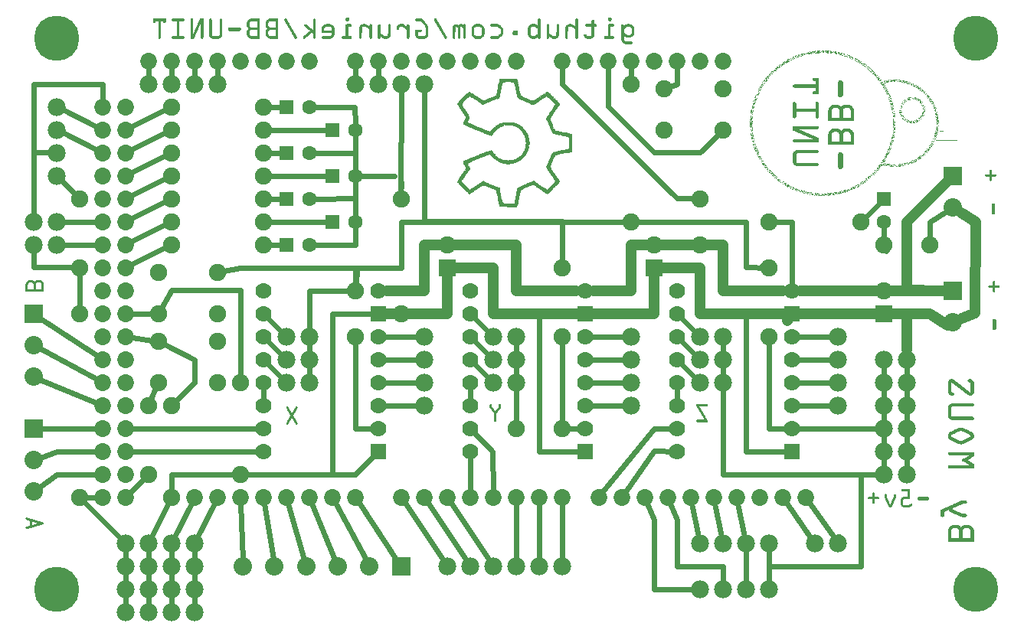
<source format=gbl>
G04 MADE WITH FRITZING*
G04 WWW.FRITZING.ORG*
G04 DOUBLE SIDED*
G04 HOLES PLATED*
G04 CONTOUR ON CENTER OF CONTOUR VECTOR*
%ASAXBY*%
%FSLAX23Y23*%
%MOIN*%
%OFA0B0*%
%SFA1.0B1.0*%
%ADD10C,0.078000*%
%ADD11C,0.075000*%
%ADD12C,0.062992*%
%ADD13C,0.080000*%
%ADD14C,0.072917*%
%ADD15C,0.070000*%
%ADD16C,0.196851*%
%ADD17R,0.062992X0.062992*%
%ADD18R,0.080000X0.080000*%
%ADD19R,0.070000X0.070000*%
%ADD20R,0.075000X0.075000*%
%ADD21C,0.024000*%
%ADD22C,0.048000*%
%ADD23R,0.001000X0.001000*%
%LNCOPPER0*%
G90*
G70*
G54D10*
X204Y2295D03*
X204Y2195D03*
X204Y2095D03*
X204Y1995D03*
G54D11*
X304Y1895D03*
X304Y1595D03*
X2204Y895D03*
X2404Y895D03*
G54D10*
X1804Y2395D03*
X1704Y2395D03*
X1604Y2395D03*
X1504Y2395D03*
X804Y95D03*
X704Y95D03*
X604Y95D03*
X504Y95D03*
X804Y195D03*
X704Y195D03*
X604Y195D03*
X504Y195D03*
X804Y295D03*
X704Y295D03*
X604Y295D03*
X504Y295D03*
X804Y395D03*
X704Y395D03*
X604Y395D03*
X504Y395D03*
G54D11*
X704Y2195D03*
X1104Y2195D03*
G54D12*
X1205Y2295D03*
X1304Y2295D03*
X1405Y2195D03*
X1504Y2195D03*
G54D11*
X704Y2295D03*
X1104Y2295D03*
G54D10*
X904Y2395D03*
X804Y2395D03*
X704Y2395D03*
X604Y2395D03*
G54D11*
X3704Y1795D03*
X3304Y1795D03*
G54D10*
X104Y1795D03*
X104Y1695D03*
X104Y1795D03*
X104Y1695D03*
X204Y1695D03*
X204Y1795D03*
G54D11*
X304Y1395D03*
X304Y595D03*
G54D12*
X3804Y1894D03*
X3804Y1795D03*
G54D11*
X3804Y1695D03*
X4004Y1695D03*
G54D13*
X4104Y1994D03*
X4104Y1856D03*
G54D14*
X1204Y2495D03*
X2804Y2495D03*
X1104Y2495D03*
X1004Y2495D03*
X904Y2495D03*
X804Y2495D03*
X504Y1095D03*
X704Y2495D03*
X604Y2495D03*
X2764Y595D03*
X2204Y2495D03*
X2104Y2495D03*
X2004Y2495D03*
X1904Y2495D03*
X504Y1895D03*
X1804Y2495D03*
X1704Y2495D03*
X1604Y2495D03*
X1504Y2495D03*
X2004Y595D03*
X504Y695D03*
X504Y1495D03*
X504Y2295D03*
X3164Y595D03*
X2404Y2495D03*
X2404Y595D03*
X504Y895D03*
X504Y1295D03*
X504Y1695D03*
X804Y595D03*
X504Y2095D03*
X904Y595D03*
X1004Y595D03*
X1104Y595D03*
X1204Y595D03*
X1304Y595D03*
X1404Y595D03*
X1504Y595D03*
X3364Y595D03*
X2964Y595D03*
X2564Y595D03*
X3004Y2495D03*
X2604Y2495D03*
X1804Y595D03*
X2204Y595D03*
X504Y595D03*
X504Y795D03*
X504Y995D03*
X504Y1195D03*
X504Y1395D03*
X504Y1595D03*
X504Y1795D03*
X504Y1995D03*
X504Y2195D03*
X3464Y595D03*
X3264Y595D03*
X3064Y595D03*
X2864Y595D03*
X2664Y595D03*
X3104Y2495D03*
X2904Y2495D03*
X2704Y2495D03*
X2504Y2495D03*
X1704Y595D03*
X1904Y595D03*
X2104Y595D03*
X2304Y595D03*
X404Y595D03*
X404Y695D03*
X404Y795D03*
X404Y895D03*
X404Y995D03*
X404Y1095D03*
X404Y1195D03*
X404Y1295D03*
X404Y1395D03*
X404Y1495D03*
X404Y1595D03*
X404Y1695D03*
X404Y1795D03*
X404Y1895D03*
X404Y1995D03*
X404Y2095D03*
X404Y2195D03*
X404Y2295D03*
X1304Y2495D03*
G54D15*
X2904Y1495D03*
X3404Y1495D03*
X2904Y1395D03*
X3404Y1395D03*
X2904Y1295D03*
X3404Y1295D03*
X2904Y1195D03*
X3404Y1195D03*
X2904Y1095D03*
X3404Y1095D03*
X2904Y995D03*
X3404Y995D03*
X2904Y895D03*
X3404Y895D03*
X2904Y795D03*
X3404Y795D03*
X2004Y1495D03*
X2504Y1495D03*
X2004Y1395D03*
X2504Y1395D03*
X2004Y1295D03*
X2504Y1295D03*
X2004Y1195D03*
X2504Y1195D03*
X2004Y1095D03*
X2504Y1095D03*
X2004Y995D03*
X2504Y995D03*
X2004Y895D03*
X2504Y895D03*
X2004Y795D03*
X2504Y795D03*
X1104Y1495D03*
X1604Y1495D03*
X1104Y1395D03*
X1604Y1395D03*
X1104Y1295D03*
X1604Y1295D03*
X1104Y1195D03*
X1604Y1195D03*
X1104Y1095D03*
X1604Y1095D03*
X1104Y995D03*
X1604Y995D03*
X1104Y895D03*
X1604Y895D03*
X1104Y795D03*
X1604Y795D03*
G54D10*
X3604Y1295D03*
X3604Y1195D03*
X3604Y1095D03*
X3604Y995D03*
X1804Y1295D03*
X1804Y1195D03*
X1804Y1095D03*
X1804Y995D03*
X2704Y1295D03*
X2704Y1195D03*
X2704Y1095D03*
X2704Y995D03*
G54D11*
X3804Y1395D03*
X3804Y1495D03*
X2804Y1595D03*
X2804Y1695D03*
X1904Y1595D03*
X1904Y1695D03*
X2404Y1595D03*
X2404Y1295D03*
X1504Y1495D03*
X1504Y1295D03*
X3304Y1595D03*
X3304Y1295D03*
G54D13*
X104Y895D03*
X104Y758D03*
X104Y620D03*
X104Y1395D03*
X104Y1258D03*
X104Y1120D03*
X1704Y295D03*
X1566Y295D03*
X1428Y295D03*
X1290Y295D03*
X1152Y295D03*
X1015Y295D03*
G54D10*
X3304Y395D03*
X3204Y395D03*
X3104Y395D03*
X3004Y395D03*
G54D11*
X2704Y1795D03*
X2704Y2395D03*
G54D10*
X3804Y1195D03*
X3804Y1095D03*
X3804Y995D03*
X3804Y895D03*
X3804Y795D03*
X3804Y695D03*
X3804Y1195D03*
X3804Y1095D03*
X3804Y995D03*
X3804Y895D03*
X3804Y795D03*
X3804Y695D03*
X3904Y695D03*
X3904Y795D03*
X3904Y895D03*
X3904Y995D03*
X3904Y1095D03*
X3904Y1195D03*
X1204Y1295D03*
X1204Y1195D03*
X1204Y1095D03*
X1204Y1295D03*
X1204Y1195D03*
X1204Y1095D03*
X1304Y1095D03*
X1304Y1195D03*
X1304Y1295D03*
X2104Y1295D03*
X2104Y1195D03*
X2104Y1095D03*
X2104Y1295D03*
X2104Y1195D03*
X2104Y1095D03*
X2204Y1095D03*
X2204Y1195D03*
X2204Y1295D03*
X3004Y1295D03*
X3004Y1195D03*
X3004Y1095D03*
X3004Y1295D03*
X3004Y1195D03*
X3004Y1095D03*
X3104Y1095D03*
X3104Y1195D03*
X3104Y1295D03*
G54D11*
X904Y1095D03*
X648Y1095D03*
X904Y1273D03*
X648Y1273D03*
X704Y995D03*
X704Y595D03*
X604Y995D03*
X604Y695D03*
X3104Y2195D03*
X2848Y2195D03*
X3104Y2373D03*
X2848Y2373D03*
G54D10*
X3304Y195D03*
X3204Y195D03*
X3104Y195D03*
X3004Y195D03*
G54D16*
X4204Y2595D03*
X204Y2595D03*
X204Y195D03*
X4204Y195D03*
G54D13*
X4104Y1495D03*
X4104Y1358D03*
G54D11*
X3004Y1895D03*
X3004Y1695D03*
X904Y1395D03*
X648Y1395D03*
X904Y1573D03*
X648Y1573D03*
X1004Y1095D03*
X1004Y695D03*
X704Y1695D03*
X1104Y1695D03*
X704Y1795D03*
X1104Y1795D03*
X704Y1895D03*
X1104Y1895D03*
X704Y1995D03*
X1104Y1995D03*
X704Y2095D03*
X1104Y2095D03*
G54D12*
X1205Y1695D03*
X1304Y1695D03*
X1405Y1795D03*
X1504Y1795D03*
X1205Y1895D03*
X1304Y1895D03*
X1405Y1995D03*
X1504Y1995D03*
X1205Y2095D03*
X1304Y2095D03*
G54D11*
X1704Y1895D03*
X1704Y1395D03*
G54D10*
X2404Y295D03*
X2304Y295D03*
X2204Y295D03*
X2104Y295D03*
X2004Y295D03*
X1904Y295D03*
X3604Y395D03*
X3504Y395D03*
G54D17*
X1205Y2295D03*
X1405Y2195D03*
X3804Y1894D03*
G54D18*
X4104Y1994D03*
G54D19*
X3404Y795D03*
X3404Y1395D03*
X2504Y795D03*
X2504Y1395D03*
X1604Y795D03*
X1604Y1395D03*
G54D20*
X3804Y1395D03*
X2804Y1595D03*
X1904Y1595D03*
G54D18*
X104Y895D03*
X104Y1395D03*
X1704Y295D03*
X4104Y1495D03*
G54D17*
X1205Y1695D03*
X1405Y1795D03*
X1205Y1895D03*
X1405Y1995D03*
X1205Y2095D03*
G54D21*
X1504Y2169D02*
X1504Y2022D01*
D02*
X1675Y1395D02*
X1630Y1395D01*
D02*
X104Y2096D02*
X173Y2096D01*
D02*
X104Y1825D02*
X104Y2096D01*
D02*
X230Y2182D02*
X376Y2109D01*
D02*
X230Y2282D02*
X376Y2209D01*
D02*
X283Y1916D02*
X225Y1974D01*
D02*
X2204Y1065D02*
X2204Y924D01*
D02*
X3069Y566D02*
X3098Y425D01*
D02*
X2969Y566D02*
X2998Y425D01*
D02*
X2903Y496D02*
X2875Y567D01*
D02*
X2903Y295D02*
X2903Y496D01*
D02*
X3104Y295D02*
X2903Y295D01*
D02*
X3104Y225D02*
X3104Y295D01*
D02*
X2803Y496D02*
X2775Y567D01*
D02*
X2803Y195D02*
X2803Y496D01*
D02*
X2973Y195D02*
X2803Y195D01*
D02*
X2903Y795D02*
X2903Y795D01*
D02*
X2803Y796D02*
X2681Y620D01*
D02*
X2903Y795D02*
X2803Y796D01*
D02*
X2882Y781D02*
X2903Y795D01*
D02*
X3304Y225D02*
X3304Y365D01*
D02*
X3104Y695D02*
X3104Y1065D01*
D02*
X3773Y695D02*
X3104Y695D01*
D02*
X3304Y295D02*
X3304Y225D01*
D02*
X3703Y295D02*
X3304Y295D01*
D02*
X3703Y695D02*
X3703Y295D01*
D02*
X3773Y695D02*
X3703Y695D01*
D02*
X2803Y895D02*
X2582Y619D01*
D02*
X2877Y895D02*
X2803Y895D01*
D02*
X129Y1378D02*
X378Y1212D01*
D02*
X131Y1243D02*
X377Y1110D01*
D02*
X132Y1108D02*
X376Y1007D01*
D02*
X135Y895D02*
X373Y895D01*
D02*
X203Y795D02*
X373Y795D01*
D02*
X133Y768D02*
X203Y795D01*
D02*
X203Y694D02*
X373Y695D01*
D02*
X128Y638D02*
X203Y694D01*
D02*
X373Y1695D02*
X234Y1695D01*
D02*
X373Y1795D02*
X234Y1795D01*
D02*
X1701Y1913D02*
X1703Y1967D01*
D02*
X1703Y2365D02*
X1701Y1913D01*
D02*
X1803Y1796D02*
X1803Y2365D01*
D02*
X2403Y1796D02*
X1803Y1796D01*
D02*
X2403Y1624D02*
X2403Y1796D01*
D02*
X1604Y2465D02*
X1604Y2425D01*
D02*
X1504Y2465D02*
X1504Y2425D01*
D02*
X703Y694D02*
X975Y695D01*
D02*
X703Y624D02*
X703Y694D01*
D02*
X691Y570D02*
X617Y422D01*
D02*
X324Y575D02*
X482Y417D01*
D02*
X790Y568D02*
X717Y422D01*
D02*
X890Y568D02*
X817Y422D01*
D02*
X504Y325D02*
X504Y365D01*
D02*
X504Y225D02*
X504Y265D01*
D02*
X504Y125D02*
X504Y165D01*
D02*
X604Y325D02*
X604Y365D01*
D02*
X604Y225D02*
X604Y265D01*
D02*
X604Y165D02*
X604Y125D01*
D02*
X704Y365D02*
X704Y325D01*
D02*
X704Y265D02*
X704Y225D01*
D02*
X704Y165D02*
X704Y125D01*
D02*
X804Y365D02*
X804Y325D01*
D02*
X804Y265D02*
X804Y225D01*
D02*
X804Y165D02*
X804Y125D01*
D02*
X678Y2183D02*
X531Y2109D01*
D02*
X678Y2283D02*
X531Y2209D01*
D02*
X604Y2465D02*
X604Y2425D01*
D02*
X704Y2465D02*
X704Y2425D01*
D02*
X804Y2465D02*
X804Y2425D01*
D02*
X904Y2465D02*
X904Y2425D01*
D02*
X1178Y2295D02*
X1132Y2295D01*
D02*
X1502Y2295D02*
X1330Y2295D01*
D02*
X1503Y2222D02*
X1502Y2295D01*
D02*
X1378Y2195D02*
X1132Y2195D01*
D02*
X3403Y1795D02*
X3332Y1795D01*
D02*
X3404Y1521D02*
X3403Y1795D01*
D02*
X3784Y1875D02*
X3724Y1815D01*
D02*
X332Y595D02*
X373Y595D01*
D02*
X304Y1596D02*
X304Y1424D01*
D02*
X103Y1596D02*
X304Y1596D01*
D02*
X103Y1665D02*
X103Y1596D01*
D02*
X403Y2395D02*
X404Y2295D01*
D02*
X104Y2395D02*
X403Y2395D01*
D02*
X104Y1825D02*
X104Y2395D01*
G54D22*
D02*
X4202Y1396D02*
X4205Y1794D01*
D02*
X4205Y1794D02*
X4140Y1834D01*
D02*
X4143Y1373D02*
X4202Y1396D01*
D02*
X3903Y1496D02*
X4061Y1495D01*
D02*
X3903Y1794D02*
X3903Y1496D01*
D02*
X4074Y1964D02*
X3903Y1794D01*
G54D21*
D02*
X4003Y1794D02*
X4078Y1840D01*
D02*
X4003Y1724D02*
X4003Y1794D01*
D02*
X3804Y1694D02*
X3804Y1769D01*
D02*
X3813Y1668D02*
X3804Y1694D01*
D02*
X1077Y795D02*
X534Y795D01*
D02*
X1077Y895D02*
X534Y895D01*
D02*
X2004Y769D02*
X2004Y626D01*
D02*
X2102Y795D02*
X2103Y626D01*
D02*
X2022Y877D02*
X2102Y795D01*
G54D22*
D02*
X2804Y1395D02*
X2104Y1395D01*
D02*
X2804Y1595D02*
X2804Y1395D01*
D02*
X3004Y1395D02*
X3004Y1595D01*
D02*
X3004Y1595D02*
X2804Y1595D01*
D02*
X2104Y1395D02*
X2104Y1595D01*
D02*
X1904Y1395D02*
X1641Y1395D01*
D02*
X1904Y1595D02*
X1904Y1395D01*
D02*
X2104Y1595D02*
X1904Y1595D01*
D02*
X3366Y1395D02*
X3004Y1395D01*
D02*
X2204Y1495D02*
X2204Y1695D01*
D02*
X1804Y1495D02*
X1641Y1495D01*
D02*
X1804Y1695D02*
X1804Y1495D01*
D02*
X2204Y1695D02*
X1804Y1695D01*
D02*
X2466Y1495D02*
X2204Y1495D01*
G54D21*
D02*
X3573Y1295D02*
X3430Y1295D01*
D02*
X3573Y1195D02*
X3430Y1195D01*
D02*
X3573Y1095D02*
X3430Y1095D01*
D02*
X3573Y995D02*
X3430Y995D01*
D02*
X2673Y1295D02*
X2530Y1295D01*
D02*
X2673Y1195D02*
X2530Y1195D01*
D02*
X2673Y1095D02*
X2530Y1095D01*
D02*
X2673Y995D02*
X2530Y995D01*
D02*
X1773Y1295D02*
X1630Y1295D01*
D02*
X1773Y1195D02*
X1630Y1195D01*
D02*
X1773Y1095D02*
X1630Y1095D01*
D02*
X1773Y995D02*
X1630Y995D01*
G54D22*
D02*
X2704Y1495D02*
X2541Y1495D01*
D02*
X2704Y1695D02*
X2704Y1495D01*
D02*
X3104Y1695D02*
X2704Y1695D01*
D02*
X3104Y1495D02*
X3104Y1695D01*
D02*
X3366Y1495D02*
X3104Y1495D01*
G54D21*
D02*
X3204Y1395D02*
X3204Y795D01*
D02*
X3204Y795D02*
X3377Y795D01*
D02*
X3377Y1395D02*
X3204Y1395D01*
D02*
X2304Y1395D02*
X2304Y795D01*
D02*
X2304Y795D02*
X2477Y795D01*
D02*
X2477Y1395D02*
X2304Y1395D01*
D02*
X1404Y1395D02*
X1577Y1395D01*
D02*
X1404Y695D02*
X1404Y1395D01*
D02*
X1503Y695D02*
X1404Y695D01*
D02*
X1585Y777D02*
X1503Y695D01*
D02*
X2404Y895D02*
X2404Y1267D01*
D02*
X2477Y895D02*
X2404Y895D01*
D02*
X1504Y895D02*
X1504Y1267D01*
D02*
X1577Y895D02*
X1504Y895D01*
D02*
X3304Y895D02*
X3304Y1267D01*
D02*
X3377Y895D02*
X3304Y895D01*
D02*
X1704Y1795D02*
X1704Y1595D01*
D02*
X1504Y1595D02*
X1510Y1578D01*
D02*
X1510Y1578D02*
X1504Y1495D01*
D02*
X1704Y1595D02*
X1504Y1595D01*
D02*
X2404Y1795D02*
X1704Y1795D01*
D02*
X2404Y1624D02*
X2404Y1795D01*
D02*
X2804Y1595D02*
X2904Y1595D01*
D02*
X2804Y1395D02*
X2804Y1595D01*
D02*
X2904Y1595D02*
X3004Y1595D01*
D02*
X3004Y1595D02*
X3004Y1395D01*
D02*
X3004Y1395D02*
X3377Y1395D01*
D02*
X2530Y1395D02*
X2804Y1395D01*
D02*
X3304Y1595D02*
X3276Y1603D01*
D02*
X3204Y1596D02*
X3304Y1595D01*
D02*
X3204Y1795D02*
X3204Y1596D01*
D02*
X2704Y1795D02*
X3204Y1795D01*
D02*
X2404Y1795D02*
X2704Y1795D01*
D02*
X2404Y1624D02*
X2404Y1795D01*
D02*
X1005Y565D02*
X1013Y326D01*
D02*
X1108Y566D02*
X1147Y326D01*
D02*
X1212Y566D02*
X1282Y325D01*
D02*
X1315Y567D02*
X1416Y324D01*
D02*
X1418Y569D02*
X1551Y323D01*
D02*
X1520Y570D02*
X1686Y321D01*
D02*
X1104Y1069D02*
X1104Y1021D01*
D02*
X2004Y1069D02*
X2004Y1021D01*
D02*
X2904Y1069D02*
X2904Y1021D01*
D02*
X3169Y566D02*
X3198Y425D01*
D02*
X2704Y2424D02*
X2704Y2465D01*
D02*
X2404Y1795D02*
X2404Y1624D01*
D02*
X2675Y1795D02*
X2404Y1795D01*
D02*
X3773Y895D02*
X3430Y895D01*
D02*
X3804Y825D02*
X3804Y865D01*
D02*
X3804Y725D02*
X3804Y765D01*
D02*
X3804Y965D02*
X3804Y925D01*
D02*
X3804Y1065D02*
X3804Y1025D01*
D02*
X3804Y1165D02*
X3804Y1125D01*
G54D22*
D02*
X4005Y1394D02*
X3843Y1395D01*
D02*
X4080Y1342D02*
X4005Y1394D01*
D02*
X4004Y1395D02*
X4080Y1342D01*
D02*
X3903Y1395D02*
X4004Y1395D01*
D02*
X3904Y1237D02*
X3903Y1395D01*
D02*
X3403Y1395D02*
X3764Y1395D01*
D02*
X3383Y1364D02*
X3403Y1395D01*
G54D21*
D02*
X3775Y1495D02*
X3430Y1495D01*
D02*
X2704Y1495D02*
X2530Y1495D01*
D02*
X2704Y1695D02*
X2704Y1495D01*
D02*
X2775Y1695D02*
X2704Y1695D01*
D02*
X3004Y1395D02*
X3377Y1395D01*
D02*
X3004Y1595D02*
X3004Y1395D01*
D02*
X2832Y1595D02*
X3004Y1595D01*
D02*
X2922Y1377D02*
X2982Y1317D01*
D02*
X2922Y1277D02*
X2982Y1217D01*
D02*
X2922Y1177D02*
X2982Y1117D01*
D02*
X3104Y1225D02*
X3104Y1265D01*
D02*
X3104Y1125D02*
X3104Y1165D01*
D02*
X1182Y1317D02*
X1122Y1377D01*
D02*
X1182Y1217D02*
X1122Y1277D01*
D02*
X1182Y1117D02*
X1122Y1177D01*
D02*
X2022Y1377D02*
X2082Y1317D01*
D02*
X2022Y1277D02*
X2082Y1217D01*
D02*
X2022Y1177D02*
X2082Y1117D01*
D02*
X1304Y1165D02*
X1304Y1125D01*
D02*
X1304Y1265D02*
X1304Y1225D01*
D02*
X1304Y1495D02*
X1304Y1325D01*
D02*
X1475Y1495D02*
X1304Y1495D01*
D02*
X2204Y1165D02*
X2204Y1125D01*
D02*
X2204Y1265D02*
X2204Y1225D01*
D02*
X3904Y1125D02*
X3904Y1165D01*
D02*
X3904Y1025D02*
X3904Y1065D01*
D02*
X3904Y925D02*
X3904Y965D01*
D02*
X3904Y825D02*
X3904Y865D01*
D02*
X3904Y725D02*
X3904Y765D01*
D02*
X583Y675D02*
X525Y617D01*
D02*
X636Y1069D02*
X615Y1022D01*
D02*
X533Y1291D02*
X619Y1277D01*
D02*
X803Y1194D02*
X805Y1096D01*
D02*
X803Y1095D02*
X724Y1016D01*
D02*
X805Y1096D02*
X803Y1194D01*
D02*
X803Y1194D02*
X803Y1095D01*
D02*
X673Y1260D02*
X803Y1194D01*
D02*
X2904Y2395D02*
X2904Y2465D01*
D02*
X2874Y2383D02*
X2904Y2395D01*
D02*
X3204Y365D02*
X3204Y225D01*
D02*
X4002Y1394D02*
X4074Y1368D01*
D02*
X3903Y1395D02*
X4002Y1394D01*
D02*
X3904Y1225D02*
X3903Y1395D01*
G54D22*
D02*
X3441Y1495D02*
X4061Y1495D01*
G54D21*
D02*
X2604Y2296D02*
X2604Y2465D01*
D02*
X2803Y2096D02*
X2604Y2296D01*
D02*
X3003Y2096D02*
X2803Y2096D01*
D02*
X3083Y2175D02*
X3003Y2096D01*
D02*
X2403Y2395D02*
X2403Y2395D01*
D02*
X2904Y1896D02*
X2975Y1896D01*
D02*
X2403Y2395D02*
X2904Y1896D01*
D02*
X2403Y2465D02*
X2403Y2395D01*
D02*
X1004Y1595D02*
X931Y1579D01*
D02*
X1503Y1595D02*
X1004Y1595D01*
D02*
X1503Y1524D02*
X1503Y1595D01*
D02*
X534Y1395D02*
X619Y1395D01*
D02*
X1404Y695D02*
X1032Y695D01*
D02*
X1503Y695D02*
X1404Y695D01*
D02*
X1585Y777D02*
X1503Y695D01*
D02*
X703Y1496D02*
X1004Y1496D01*
D02*
X1004Y1496D02*
X1004Y1124D01*
D02*
X661Y1420D02*
X703Y1496D01*
D02*
X678Y1683D02*
X531Y1609D01*
D02*
X678Y1783D02*
X531Y1709D01*
D02*
X678Y1883D02*
X531Y1809D01*
D02*
X678Y1983D02*
X531Y1909D01*
D02*
X678Y2083D02*
X531Y2009D01*
D02*
X1178Y2095D02*
X1132Y2095D01*
D02*
X1378Y1995D02*
X1132Y1995D01*
D02*
X1178Y1895D02*
X1132Y1895D01*
D02*
X1378Y1795D02*
X1132Y1795D01*
D02*
X1178Y1695D02*
X1132Y1695D01*
D02*
X1503Y2095D02*
X1330Y2095D01*
D02*
X1503Y2169D02*
X1503Y2095D01*
D02*
X1503Y1896D02*
X1330Y1895D01*
D02*
X1503Y1969D02*
X1503Y1896D01*
D02*
X1504Y1969D02*
X1504Y1822D01*
D02*
X1503Y1695D02*
X1330Y1695D01*
D02*
X1503Y1769D02*
X1503Y1695D01*
D02*
X1503Y1995D02*
X1675Y1995D01*
D02*
X1503Y1896D02*
X1503Y1995D01*
D02*
X1503Y1969D02*
X1503Y1896D01*
D02*
X1720Y570D02*
X1887Y320D01*
D02*
X1820Y570D02*
X1987Y320D01*
D02*
X1920Y570D02*
X2087Y320D01*
D02*
X2204Y565D02*
X2204Y325D01*
D02*
X2304Y565D02*
X2304Y325D01*
D02*
X2404Y565D02*
X2404Y325D01*
D02*
X3604Y396D02*
X3610Y425D01*
D02*
X3481Y571D02*
X3604Y396D01*
D02*
X3381Y571D02*
X3486Y420D01*
G36*
X4125Y2147D02*
X4124Y2147D01*
X4124Y2148D01*
X4125Y2148D01*
X4125Y2147D01*
G37*
D02*
G36*
X4124Y2148D02*
X4034Y2148D01*
X4034Y2150D01*
X4124Y2150D01*
X4124Y2148D01*
G37*
D02*
G36*
X4066Y2187D02*
X4065Y2187D01*
X4065Y2188D01*
X4061Y2188D01*
X4061Y2190D01*
X4066Y2190D01*
X4066Y2187D01*
G37*
D02*
G36*
X4061Y2187D02*
X4060Y2187D01*
X4060Y2188D01*
X4061Y2188D01*
X4061Y2187D01*
G37*
D02*
G36*
X4060Y2188D02*
X4047Y2188D01*
X4047Y2190D01*
X4060Y2190D01*
X4060Y2188D01*
G37*
D02*
G36*
X4047Y2187D02*
X4045Y2187D01*
X4045Y2188D01*
X4047Y2188D01*
X4047Y2187D01*
G37*
D02*
G36*
X4045Y2188D02*
X4044Y2188D01*
X4044Y2190D01*
X4045Y2190D01*
X4045Y2188D01*
G37*
D02*
G36*
X4044Y2187D02*
X4041Y2187D01*
X4041Y2190D01*
X4042Y2190D01*
X4042Y2188D01*
X4044Y2188D01*
X4044Y2187D01*
G37*
D02*
G36*
X4044Y2211D02*
X4042Y2211D01*
X4042Y2203D01*
X4041Y2203D01*
X4041Y2219D01*
X4039Y2219D01*
X4039Y2225D01*
X4041Y2225D01*
X4041Y2220D01*
X4042Y2220D01*
X4042Y2212D01*
X4044Y2212D01*
X4044Y2211D01*
G37*
D02*
G36*
X4044Y2224D02*
X4042Y2224D01*
X4042Y2225D01*
X4041Y2225D01*
X4041Y2228D01*
X4042Y2228D01*
X4042Y2238D01*
X4044Y2238D01*
X4044Y2224D01*
G37*
D02*
G36*
X4042Y2198D02*
X4041Y2198D01*
X4041Y2200D01*
X4042Y2200D01*
X4042Y2198D01*
G37*
D02*
G36*
X4041Y2185D02*
X4039Y2185D01*
X4039Y2187D01*
X4041Y2187D01*
X4041Y2185D01*
G37*
D02*
G36*
X4041Y2190D02*
X4037Y2190D01*
X4037Y2192D01*
X4041Y2192D01*
X4041Y2190D01*
G37*
D02*
G36*
X4041Y2193D02*
X4037Y2193D01*
X4037Y2195D01*
X4039Y2195D01*
X4039Y2196D01*
X4041Y2196D01*
X4041Y2193D01*
G37*
D02*
G36*
X4037Y2190D02*
X4036Y2190D01*
X4036Y2196D01*
X4037Y2196D01*
X4037Y2190D01*
G37*
D02*
G36*
X4037Y2190D02*
X4036Y2190D01*
X4036Y2196D01*
X4037Y2196D01*
X4037Y2190D01*
G37*
D02*
G36*
X4036Y2195D02*
X4034Y2195D01*
X4034Y2198D01*
X4036Y2198D01*
X4036Y2195D01*
G37*
D02*
G36*
X4041Y2200D02*
X4039Y2200D01*
X4039Y2203D01*
X4041Y2203D01*
X4041Y2200D01*
G37*
D02*
G36*
X4039Y2200D02*
X4037Y2200D01*
X4037Y2201D01*
X4039Y2201D01*
X4039Y2200D01*
G37*
D02*
G36*
X4039Y2206D02*
X4037Y2206D01*
X4037Y2211D01*
X4039Y2211D01*
X4039Y2206D01*
G37*
D02*
G36*
X4037Y2198D02*
X4036Y2198D01*
X4036Y2211D01*
X4037Y2211D01*
X4037Y2198D01*
G37*
D02*
G36*
X4037Y2198D02*
X4036Y2198D01*
X4036Y2211D01*
X4037Y2211D01*
X4037Y2198D01*
G37*
D02*
G36*
X4036Y2209D02*
X4034Y2209D01*
X4034Y2208D01*
X4033Y2208D01*
X4033Y2211D01*
X4034Y2211D01*
X4034Y2212D01*
X4036Y2212D01*
X4036Y2209D01*
G37*
D02*
G36*
X4041Y2230D02*
X4039Y2230D01*
X4039Y2238D01*
X4041Y2238D01*
X4041Y2230D01*
G37*
D02*
G36*
X4041Y2240D02*
X4039Y2240D01*
X4039Y2243D01*
X4041Y2243D01*
X4041Y2240D01*
G37*
D02*
G36*
X4041Y2257D02*
X4036Y2257D01*
X4036Y2260D01*
X4034Y2260D01*
X4034Y2262D01*
X4033Y2262D01*
X4033Y2265D01*
X4037Y2265D01*
X4037Y2260D01*
X4039Y2260D01*
X4039Y2259D01*
X4041Y2259D01*
X4041Y2257D01*
G37*
D02*
G36*
X4039Y2180D02*
X4037Y2180D01*
X4037Y2184D01*
X4039Y2184D01*
X4039Y2180D01*
G37*
D02*
G36*
X4039Y2187D02*
X4037Y2187D01*
X4037Y2188D01*
X4039Y2188D01*
X4039Y2187D01*
G37*
D02*
G36*
X4042Y2243D02*
X4041Y2243D01*
X4041Y2244D01*
X4039Y2244D01*
X4039Y2246D01*
X4037Y2246D01*
X4037Y2249D01*
X4039Y2249D01*
X4039Y2254D01*
X4041Y2254D01*
X4041Y2249D01*
X4042Y2249D01*
X4042Y2243D01*
G37*
D02*
G36*
X4039Y2212D02*
X4037Y2212D01*
X4037Y2219D01*
X4039Y2219D01*
X4039Y2212D01*
G37*
D02*
G36*
X4039Y2225D02*
X4037Y2225D01*
X4037Y2230D01*
X4039Y2230D01*
X4039Y2225D01*
G37*
D02*
G36*
X4037Y2217D02*
X4036Y2217D01*
X4036Y2252D01*
X4037Y2252D01*
X4037Y2217D01*
G37*
D02*
G36*
X4037Y2217D02*
X4036Y2217D01*
X4036Y2252D01*
X4037Y2252D01*
X4037Y2217D01*
G37*
D02*
G36*
X4037Y2217D02*
X4036Y2217D01*
X4036Y2252D01*
X4037Y2252D01*
X4037Y2217D01*
G37*
D02*
G36*
X4036Y2214D02*
X4034Y2214D01*
X4034Y2227D01*
X4033Y2227D01*
X4033Y2232D01*
X4034Y2232D01*
X4034Y2241D01*
X4036Y2241D01*
X4036Y2214D01*
G37*
D02*
G36*
X4036Y2243D02*
X4034Y2243D01*
X4034Y2248D01*
X4036Y2248D01*
X4036Y2243D01*
G37*
D02*
G36*
X4036Y2251D02*
X4033Y2251D01*
X4033Y2257D01*
X4034Y2257D01*
X4034Y2254D01*
X4036Y2254D01*
X4036Y2251D01*
G37*
D02*
G36*
X4034Y2212D02*
X4033Y2212D01*
X4033Y2220D01*
X4034Y2220D01*
X4034Y2212D01*
G37*
D02*
G36*
X4034Y2236D02*
X4033Y2236D01*
X4033Y2248D01*
X4034Y2248D01*
X4034Y2236D01*
G37*
D02*
G36*
X4034Y2236D02*
X4033Y2236D01*
X4033Y2248D01*
X4034Y2248D01*
X4034Y2236D01*
G37*
D02*
G36*
X4033Y2238D02*
X4031Y2238D01*
X4031Y2241D01*
X4033Y2241D01*
X4033Y2238D01*
G37*
D02*
G36*
X4033Y2246D02*
X4031Y2246D01*
X4031Y2251D01*
X4033Y2251D01*
X4033Y2246D01*
G37*
D02*
G36*
X4039Y2265D02*
X4037Y2265D01*
X4037Y2268D01*
X4039Y2268D01*
X4039Y2265D01*
G37*
D02*
G36*
X4037Y2174D02*
X4036Y2174D01*
X4036Y2179D01*
X4037Y2179D01*
X4037Y2174D01*
G37*
D02*
G36*
X4037Y2185D02*
X4036Y2185D01*
X4036Y2187D01*
X4037Y2187D01*
X4037Y2185D01*
G37*
D02*
G36*
X4037Y2270D02*
X4036Y2270D01*
X4036Y2267D01*
X4034Y2267D01*
X4034Y2272D01*
X4031Y2272D01*
X4031Y2273D01*
X4033Y2273D01*
X4033Y2277D01*
X4034Y2277D01*
X4034Y2273D01*
X4037Y2273D01*
X4037Y2270D01*
G37*
D02*
G36*
X4036Y2167D02*
X4034Y2167D01*
X4034Y2171D01*
X4036Y2171D01*
X4036Y2167D01*
G37*
D02*
G36*
X4036Y2172D02*
X4033Y2172D01*
X4033Y2176D01*
X4034Y2176D01*
X4034Y2174D01*
X4036Y2174D01*
X4036Y2172D01*
G37*
D02*
G36*
X4036Y2180D02*
X4034Y2180D01*
X4034Y2184D01*
X4036Y2184D01*
X4036Y2180D01*
G37*
D02*
G36*
X4036Y2187D02*
X4034Y2187D01*
X4034Y2188D01*
X4033Y2188D01*
X4033Y2192D01*
X4031Y2192D01*
X4031Y2193D01*
X4029Y2193D01*
X4029Y2195D01*
X4031Y2195D01*
X4031Y2196D01*
X4033Y2196D01*
X4033Y2193D01*
X4034Y2193D01*
X4034Y2190D01*
X4036Y2190D01*
X4036Y2187D01*
G37*
D02*
G36*
X4036Y2277D02*
X4034Y2277D01*
X4034Y2278D01*
X4033Y2278D01*
X4033Y2281D01*
X4034Y2281D01*
X4034Y2280D01*
X4036Y2280D01*
X4036Y2277D01*
G37*
D02*
G36*
X4034Y2147D02*
X4031Y2147D01*
X4031Y2150D01*
X4033Y2150D01*
X4033Y2148D01*
X4034Y2148D01*
X4034Y2147D01*
G37*
D02*
G36*
X4034Y2164D02*
X4033Y2164D01*
X4033Y2167D01*
X4034Y2167D01*
X4034Y2164D01*
G37*
D02*
G36*
X4034Y2198D02*
X4033Y2198D01*
X4033Y2200D01*
X4034Y2200D01*
X4034Y2198D01*
G37*
D02*
G36*
X4034Y2283D02*
X4033Y2283D01*
X4033Y2285D01*
X4034Y2285D01*
X4034Y2283D01*
G37*
D02*
G36*
X4033Y2159D02*
X4031Y2159D01*
X4031Y2164D01*
X4033Y2164D01*
X4033Y2159D01*
G37*
D02*
G36*
X4033Y2167D02*
X4031Y2167D01*
X4031Y2164D01*
X4029Y2164D01*
X4029Y2169D01*
X4031Y2169D01*
X4031Y2172D01*
X4033Y2172D01*
X4033Y2167D01*
G37*
D02*
G36*
X4033Y2176D02*
X4031Y2176D01*
X4031Y2174D01*
X4029Y2174D01*
X4029Y2179D01*
X4028Y2179D01*
X4028Y2176D01*
X4026Y2176D01*
X4026Y2180D01*
X4028Y2180D01*
X4028Y2185D01*
X4031Y2185D01*
X4031Y2187D01*
X4033Y2187D01*
X4033Y2176D01*
G37*
D02*
G36*
X4033Y2200D02*
X4031Y2200D01*
X4031Y2204D01*
X4033Y2204D01*
X4033Y2200D01*
G37*
D02*
G36*
X4033Y2257D02*
X4031Y2257D01*
X4031Y2262D01*
X4033Y2262D01*
X4033Y2257D01*
G37*
D02*
G36*
X4033Y2265D02*
X4031Y2265D01*
X4031Y2270D01*
X4033Y2270D01*
X4033Y2265D01*
G37*
D02*
G36*
X4031Y2260D02*
X4029Y2260D01*
X4029Y2267D01*
X4031Y2267D01*
X4031Y2260D01*
G37*
D02*
G36*
X4031Y2260D02*
X4029Y2260D01*
X4029Y2267D01*
X4031Y2267D01*
X4031Y2260D01*
G37*
D02*
G36*
X4029Y2262D02*
X4028Y2262D01*
X4028Y2264D01*
X4029Y2264D01*
X4029Y2262D01*
G37*
D02*
G36*
X4033Y2277D02*
X4031Y2277D01*
X4031Y2275D01*
X4029Y2275D01*
X4029Y2270D01*
X4028Y2270D01*
X4028Y2273D01*
X4024Y2273D01*
X4024Y2277D01*
X4026Y2277D01*
X4026Y2275D01*
X4028Y2275D01*
X4028Y2277D01*
X4029Y2277D01*
X4029Y2280D01*
X4031Y2280D01*
X4031Y2278D01*
X4033Y2278D01*
X4033Y2277D01*
G37*
D02*
G36*
X4033Y2286D02*
X4031Y2286D01*
X4031Y2289D01*
X4033Y2289D01*
X4033Y2286D01*
G37*
D02*
G36*
X4031Y2155D02*
X4029Y2155D01*
X4029Y2153D01*
X4028Y2153D01*
X4028Y2156D01*
X4029Y2156D01*
X4029Y2158D01*
X4031Y2158D01*
X4031Y2155D01*
G37*
D02*
G36*
X4031Y2187D02*
X4029Y2187D01*
X4029Y2190D01*
X4031Y2190D01*
X4031Y2187D01*
G37*
D02*
G36*
X4031Y2251D02*
X4029Y2251D01*
X4029Y2252D01*
X4031Y2252D01*
X4031Y2251D01*
G37*
D02*
G36*
X4031Y2281D02*
X4029Y2281D01*
X4029Y2280D01*
X4028Y2280D01*
X4028Y2283D01*
X4031Y2283D01*
X4031Y2281D01*
G37*
D02*
G36*
X4031Y2285D02*
X4028Y2285D01*
X4028Y2288D01*
X4029Y2288D01*
X4029Y2286D01*
X4031Y2286D01*
X4031Y2285D01*
G37*
D02*
G36*
X4031Y2289D02*
X4029Y2289D01*
X4029Y2293D01*
X4031Y2293D01*
X4031Y2289D01*
G37*
D02*
G36*
X4029Y2147D02*
X4028Y2147D01*
X4028Y2150D01*
X4026Y2150D01*
X4026Y2153D01*
X4028Y2153D01*
X4028Y2151D01*
X4029Y2151D01*
X4029Y2147D01*
G37*
D02*
G36*
X4029Y2161D02*
X4028Y2161D01*
X4028Y2163D01*
X4029Y2163D01*
X4029Y2161D01*
G37*
D02*
G36*
X4029Y2171D02*
X4026Y2171D01*
X4026Y2174D01*
X4029Y2174D01*
X4029Y2171D01*
G37*
D02*
G36*
X4029Y2294D02*
X4028Y2294D01*
X4028Y2297D01*
X4029Y2297D01*
X4029Y2294D01*
G37*
D02*
G36*
X4028Y2156D02*
X4026Y2156D01*
X4026Y2159D01*
X4028Y2159D01*
X4028Y2156D01*
G37*
D02*
G36*
X4028Y2164D02*
X4026Y2164D01*
X4026Y2166D01*
X4028Y2166D01*
X4028Y2164D01*
G37*
D02*
G36*
X4028Y2167D02*
X4026Y2167D01*
X4026Y2169D01*
X4028Y2169D01*
X4028Y2167D01*
G37*
D02*
G36*
X4026Y2159D02*
X4024Y2159D01*
X4024Y2171D01*
X4026Y2171D01*
X4026Y2159D01*
G37*
D02*
G36*
X4026Y2159D02*
X4024Y2159D01*
X4024Y2171D01*
X4026Y2171D01*
X4026Y2159D01*
G37*
D02*
G36*
X4024Y2156D02*
X4021Y2156D01*
X4021Y2158D01*
X4023Y2158D01*
X4023Y2161D01*
X4024Y2161D01*
X4024Y2156D01*
G37*
D02*
G36*
X4024Y2166D02*
X4023Y2166D01*
X4023Y2169D01*
X4024Y2169D01*
X4024Y2166D01*
G37*
D02*
G36*
X4028Y2267D02*
X4026Y2267D01*
X4026Y2268D01*
X4028Y2268D01*
X4028Y2267D01*
G37*
D02*
G36*
X4028Y2277D02*
X4026Y2277D01*
X4026Y2278D01*
X4024Y2278D01*
X4024Y2280D01*
X4028Y2280D01*
X4028Y2277D01*
G37*
D02*
G36*
X4028Y2288D02*
X4026Y2288D01*
X4026Y2289D01*
X4028Y2289D01*
X4028Y2288D01*
G37*
D02*
G36*
X4028Y2291D02*
X4026Y2291D01*
X4026Y2294D01*
X4028Y2294D01*
X4028Y2291D01*
G37*
D02*
G36*
X4028Y2297D02*
X4026Y2297D01*
X4026Y2301D01*
X4028Y2301D01*
X4028Y2297D01*
G37*
D02*
G36*
X4026Y2143D02*
X4024Y2143D01*
X4024Y2147D01*
X4026Y2147D01*
X4026Y2143D01*
G37*
D02*
G36*
X4026Y2148D02*
X4024Y2148D01*
X4024Y2150D01*
X4026Y2150D01*
X4026Y2148D01*
G37*
D02*
G36*
X4026Y2153D02*
X4024Y2153D01*
X4024Y2156D01*
X4026Y2156D01*
X4026Y2153D01*
G37*
D02*
G36*
X4024Y2145D02*
X4023Y2145D01*
X4023Y2155D01*
X4024Y2155D01*
X4024Y2145D01*
G37*
D02*
G36*
X4024Y2145D02*
X4023Y2145D01*
X4023Y2155D01*
X4024Y2155D01*
X4024Y2145D01*
G37*
D02*
G36*
X4024Y2145D02*
X4023Y2145D01*
X4023Y2155D01*
X4024Y2155D01*
X4024Y2145D01*
G37*
D02*
G36*
X4023Y2143D02*
X4021Y2143D01*
X4021Y2147D01*
X4023Y2147D01*
X4023Y2143D01*
G37*
D02*
G36*
X4023Y2150D02*
X4021Y2150D01*
X4021Y2151D01*
X4023Y2151D01*
X4023Y2150D01*
G37*
D02*
G36*
X4023Y2153D02*
X4021Y2153D01*
X4021Y2155D01*
X4023Y2155D01*
X4023Y2153D01*
G37*
D02*
G36*
X4021Y2147D02*
X4018Y2147D01*
X4018Y2148D01*
X4020Y2148D01*
X4020Y2153D01*
X4021Y2153D01*
X4021Y2147D01*
G37*
D02*
G36*
X4026Y2174D02*
X4024Y2174D01*
X4024Y2176D01*
X4026Y2176D01*
X4026Y2174D01*
G37*
D02*
G36*
X4026Y2283D02*
X4024Y2283D01*
X4024Y2288D01*
X4026Y2288D01*
X4026Y2283D01*
G37*
D02*
G36*
X4026Y2294D02*
X4024Y2294D01*
X4024Y2297D01*
X4026Y2297D01*
X4026Y2294D01*
G37*
D02*
G36*
X4024Y2296D02*
X4021Y2296D01*
X4021Y2301D01*
X4023Y2301D01*
X4023Y2302D01*
X4024Y2302D01*
X4024Y2296D01*
G37*
D02*
G36*
X4024Y2305D02*
X4023Y2305D01*
X4023Y2304D01*
X4021Y2304D01*
X4021Y2307D01*
X4024Y2307D01*
X4024Y2305D01*
G37*
D02*
G36*
X4021Y2299D02*
X4020Y2299D01*
X4020Y2307D01*
X4021Y2307D01*
X4021Y2299D01*
G37*
D02*
G36*
X4021Y2299D02*
X4020Y2299D01*
X4020Y2307D01*
X4021Y2307D01*
X4021Y2299D01*
G37*
D02*
G36*
X4026Y2302D02*
X4024Y2302D01*
X4024Y2304D01*
X4026Y2304D01*
X4026Y2302D01*
G37*
D02*
G36*
X4024Y2140D02*
X4023Y2140D01*
X4023Y2143D01*
X4024Y2143D01*
X4024Y2140D01*
G37*
D02*
G36*
X4024Y2280D02*
X4023Y2280D01*
X4023Y2283D01*
X4024Y2283D01*
X4024Y2280D01*
G37*
D02*
G36*
X4024Y2288D02*
X4023Y2288D01*
X4023Y2291D01*
X4020Y2291D01*
X4020Y2293D01*
X4018Y2293D01*
X4018Y2294D01*
X4023Y2294D01*
X4023Y2293D01*
X4024Y2293D01*
X4024Y2288D01*
G37*
D02*
G36*
X4023Y2288D02*
X4020Y2288D01*
X4020Y2289D01*
X4023Y2289D01*
X4023Y2288D01*
G37*
D02*
G36*
X4023Y2139D02*
X4021Y2139D01*
X4021Y2140D01*
X4023Y2140D01*
X4023Y2139D01*
G37*
D02*
G36*
X4023Y2163D02*
X4021Y2163D01*
X4021Y2164D01*
X4023Y2164D01*
X4023Y2163D01*
G37*
D02*
G36*
X4023Y2283D02*
X4021Y2283D01*
X4021Y2285D01*
X4023Y2285D01*
X4023Y2283D01*
G37*
D02*
G36*
X4023Y2309D02*
X4021Y2309D01*
X4021Y2310D01*
X4023Y2310D01*
X4023Y2309D01*
G37*
D02*
G36*
X4021Y2134D02*
X4018Y2134D01*
X4018Y2135D01*
X4020Y2135D01*
X4020Y2137D01*
X4021Y2137D01*
X4021Y2134D01*
G37*
D02*
G36*
X4020Y2131D02*
X4018Y2131D01*
X4018Y2132D01*
X4020Y2132D01*
X4020Y2131D01*
G37*
D02*
G36*
X4020Y2139D02*
X4018Y2139D01*
X4018Y2145D01*
X4020Y2145D01*
X4020Y2139D01*
G37*
D02*
G36*
X4020Y2155D02*
X4018Y2155D01*
X4018Y2156D01*
X4020Y2156D01*
X4020Y2155D01*
G37*
D02*
G36*
X4020Y2297D02*
X4018Y2297D01*
X4018Y2299D01*
X4020Y2299D01*
X4020Y2297D01*
G37*
D02*
G36*
X4020Y2307D02*
X4016Y2307D01*
X4016Y2310D01*
X4018Y2310D01*
X4018Y2313D01*
X4020Y2313D01*
X4020Y2307D01*
G37*
D02*
G36*
X4020Y2315D02*
X4018Y2315D01*
X4018Y2313D01*
X4016Y2313D01*
X4016Y2310D01*
X4015Y2310D01*
X4015Y2309D01*
X4013Y2309D01*
X4013Y2312D01*
X4012Y2312D01*
X4012Y2315D01*
X4013Y2315D01*
X4013Y2313D01*
X4015Y2313D01*
X4015Y2315D01*
X4016Y2315D01*
X4016Y2317D01*
X4020Y2317D01*
X4020Y2315D01*
G37*
D02*
G36*
X4013Y2318D02*
X4012Y2318D01*
X4012Y2321D01*
X4013Y2321D01*
X4013Y2318D01*
G37*
D02*
G36*
X4012Y2313D02*
X4010Y2313D01*
X4010Y2320D01*
X4012Y2320D01*
X4012Y2313D01*
G37*
D02*
G36*
X4012Y2313D02*
X4010Y2313D01*
X4010Y2320D01*
X4012Y2320D01*
X4012Y2313D01*
G37*
D02*
G36*
X4010Y2315D02*
X4008Y2315D01*
X4008Y2313D01*
X4007Y2313D01*
X4007Y2317D01*
X4010Y2317D01*
X4010Y2315D01*
G37*
D02*
G36*
X4010Y2318D02*
X4008Y2318D01*
X4008Y2320D01*
X4007Y2320D01*
X4007Y2323D01*
X4008Y2323D01*
X4008Y2321D01*
X4010Y2321D01*
X4010Y2318D01*
G37*
D02*
G36*
X4018Y2127D02*
X4016Y2127D01*
X4016Y2131D01*
X4018Y2131D01*
X4018Y2127D01*
G37*
D02*
G36*
X4018Y2132D02*
X4016Y2132D01*
X4016Y2134D01*
X4018Y2134D01*
X4018Y2132D01*
G37*
D02*
G36*
X4018Y2135D02*
X4016Y2135D01*
X4016Y2137D01*
X4018Y2137D01*
X4018Y2135D01*
G37*
D02*
G36*
X4018Y2145D02*
X4016Y2145D01*
X4016Y2147D01*
X4018Y2147D01*
X4018Y2145D01*
G37*
D02*
G36*
X4018Y2150D02*
X4016Y2150D01*
X4016Y2151D01*
X4018Y2151D01*
X4018Y2150D01*
G37*
D02*
G36*
X4018Y2296D02*
X4016Y2296D01*
X4016Y2297D01*
X4018Y2297D01*
X4018Y2296D01*
G37*
D02*
G36*
X4018Y2302D02*
X4016Y2302D01*
X4016Y2304D01*
X4018Y2304D01*
X4018Y2302D01*
G37*
D02*
G36*
X4018Y2318D02*
X4016Y2318D01*
X4016Y2320D01*
X4018Y2320D01*
X4018Y2318D01*
G37*
D02*
G36*
X4016Y2126D02*
X4015Y2126D01*
X4015Y2127D01*
X4016Y2127D01*
X4016Y2126D01*
G37*
D02*
G36*
X4016Y2131D02*
X4015Y2131D01*
X4015Y2132D01*
X4016Y2132D01*
X4016Y2131D01*
G37*
D02*
G36*
X4016Y2134D02*
X4015Y2134D01*
X4015Y2135D01*
X4016Y2135D01*
X4016Y2134D01*
G37*
D02*
G36*
X4016Y2137D02*
X4015Y2137D01*
X4015Y2139D01*
X4016Y2139D01*
X4016Y2137D01*
G37*
D02*
G36*
X4015Y2134D02*
X4013Y2134D01*
X4013Y2140D01*
X4015Y2140D01*
X4015Y2134D01*
G37*
D02*
G36*
X4015Y2134D02*
X4013Y2134D01*
X4013Y2140D01*
X4015Y2140D01*
X4015Y2134D01*
G37*
D02*
G36*
X4013Y2135D02*
X4012Y2135D01*
X4012Y2134D01*
X4010Y2134D01*
X4010Y2139D01*
X4012Y2139D01*
X4012Y2137D01*
X4013Y2137D01*
X4013Y2135D01*
G37*
D02*
G36*
X4016Y2140D02*
X4015Y2140D01*
X4015Y2143D01*
X4013Y2143D01*
X4013Y2145D01*
X4016Y2145D01*
X4016Y2140D01*
G37*
D02*
G36*
X4016Y2147D02*
X4015Y2147D01*
X4015Y2148D01*
X4016Y2148D01*
X4016Y2147D01*
G37*
D02*
G36*
X4016Y2299D02*
X4015Y2299D01*
X4015Y2302D01*
X4016Y2302D01*
X4016Y2299D01*
G37*
D02*
G36*
X4016Y2304D02*
X4015Y2304D01*
X4015Y2307D01*
X4016Y2307D01*
X4016Y2304D01*
G37*
D02*
G36*
X4016Y2317D02*
X4015Y2317D01*
X4015Y2318D01*
X4016Y2318D01*
X4016Y2317D01*
G37*
D02*
G36*
X4016Y2320D02*
X4015Y2320D01*
X4015Y2321D01*
X4016Y2321D01*
X4016Y2320D01*
G37*
D02*
G36*
X4015Y2123D02*
X4013Y2123D01*
X4013Y2124D01*
X4015Y2124D01*
X4015Y2123D01*
G37*
D02*
G36*
X4015Y2127D02*
X4013Y2127D01*
X4013Y2131D01*
X4015Y2131D01*
X4015Y2127D01*
G37*
D02*
G36*
X4015Y2302D02*
X4013Y2302D01*
X4013Y2304D01*
X4015Y2304D01*
X4015Y2302D01*
G37*
D02*
G36*
X4015Y2315D02*
X4013Y2315D01*
X4013Y2317D01*
X4015Y2317D01*
X4015Y2315D01*
G37*
D02*
G36*
X4015Y2321D02*
X4013Y2321D01*
X4013Y2325D01*
X4015Y2325D01*
X4015Y2321D01*
G37*
D02*
G36*
X4013Y2121D02*
X4012Y2121D01*
X4012Y2123D01*
X4013Y2123D01*
X4013Y2121D01*
G37*
D02*
G36*
X4013Y2124D02*
X4012Y2124D01*
X4012Y2123D01*
X4010Y2123D01*
X4010Y2126D01*
X4008Y2126D01*
X4008Y2129D01*
X4010Y2129D01*
X4010Y2127D01*
X4013Y2127D01*
X4013Y2124D01*
G37*
D02*
G36*
X4010Y2119D02*
X4008Y2119D01*
X4008Y2121D01*
X4007Y2121D01*
X4007Y2123D01*
X4008Y2123D01*
X4008Y2124D01*
X4010Y2124D01*
X4010Y2119D01*
G37*
D02*
G36*
X4008Y2124D02*
X4007Y2124D01*
X4007Y2127D01*
X4008Y2127D01*
X4008Y2124D01*
G37*
D02*
G36*
X4013Y2131D02*
X4012Y2131D01*
X4012Y2134D01*
X4013Y2134D01*
X4013Y2131D01*
G37*
D02*
G36*
X4013Y2140D02*
X4012Y2140D01*
X4012Y2142D01*
X4013Y2142D01*
X4013Y2140D01*
G37*
D02*
G36*
X4013Y2307D02*
X4012Y2307D01*
X4012Y2309D01*
X4013Y2309D01*
X4013Y2307D01*
G37*
D02*
G36*
X4013Y2325D02*
X4012Y2325D01*
X4012Y2323D01*
X4010Y2323D01*
X4010Y2325D01*
X4008Y2325D01*
X4008Y2326D01*
X4013Y2326D01*
X4013Y2325D01*
G37*
D02*
G36*
X4012Y2118D02*
X4010Y2118D01*
X4010Y2119D01*
X4012Y2119D01*
X4012Y2118D01*
G37*
D02*
G36*
X4012Y2309D02*
X4010Y2309D01*
X4010Y2312D01*
X4012Y2312D01*
X4012Y2309D01*
G37*
D02*
G36*
X4012Y2328D02*
X4010Y2328D01*
X4010Y2329D01*
X4012Y2329D01*
X4012Y2328D01*
G37*
D02*
G36*
X4010Y2116D02*
X4008Y2116D01*
X4008Y2118D01*
X4010Y2118D01*
X4010Y2116D01*
G37*
D02*
G36*
X4010Y2132D02*
X4008Y2132D01*
X4008Y2134D01*
X4010Y2134D01*
X4010Y2132D01*
G37*
D02*
G36*
X4010Y2312D02*
X4008Y2312D01*
X4008Y2313D01*
X4010Y2313D01*
X4010Y2312D01*
G37*
D02*
G36*
X4010Y2329D02*
X4008Y2329D01*
X4008Y2331D01*
X4010Y2331D01*
X4010Y2329D01*
G37*
D02*
G36*
X4008Y2113D02*
X4005Y2113D01*
X4005Y2118D01*
X4002Y2118D01*
X4002Y2119D01*
X4000Y2119D01*
X4000Y2123D01*
X4002Y2123D01*
X4002Y2121D01*
X4005Y2121D01*
X4005Y2119D01*
X4007Y2119D01*
X4007Y2116D01*
X4008Y2116D01*
X4008Y2113D01*
G37*
D02*
G36*
X4005Y2111D02*
X4004Y2111D01*
X4004Y2115D01*
X4005Y2115D01*
X4005Y2111D01*
G37*
D02*
G36*
X4008Y2131D02*
X4007Y2131D01*
X4007Y2132D01*
X4008Y2132D01*
X4008Y2131D01*
G37*
D02*
G36*
X4008Y2326D02*
X4007Y2326D01*
X4007Y2328D01*
X4008Y2328D01*
X4008Y2326D01*
G37*
D02*
G36*
X4008Y2333D02*
X4007Y2333D01*
X4007Y2334D01*
X4008Y2334D01*
X4008Y2333D01*
G37*
D02*
G36*
X4007Y2123D02*
X4005Y2123D01*
X4005Y2124D01*
X4007Y2124D01*
X4007Y2123D01*
G37*
D02*
G36*
X4007Y2127D02*
X4005Y2127D01*
X4005Y2131D01*
X4007Y2131D01*
X4007Y2127D01*
G37*
D02*
G36*
X4007Y2317D02*
X4005Y2317D01*
X4005Y2320D01*
X4007Y2320D01*
X4007Y2317D01*
G37*
D02*
G36*
X4007Y2325D02*
X4005Y2325D01*
X4005Y2326D01*
X4007Y2326D01*
X4007Y2325D01*
G37*
D02*
G36*
X4007Y2328D02*
X4005Y2328D01*
X4005Y2329D01*
X4004Y2329D01*
X4004Y2331D01*
X4005Y2331D01*
X4005Y2333D01*
X4007Y2333D01*
X4007Y2328D01*
G37*
D02*
G36*
X4005Y2126D02*
X4004Y2126D01*
X4004Y2127D01*
X4005Y2127D01*
X4005Y2126D01*
G37*
D02*
G36*
X4005Y2323D02*
X4004Y2323D01*
X4004Y2325D01*
X4005Y2325D01*
X4005Y2323D01*
G37*
D02*
G36*
X4005Y2326D02*
X4002Y2326D01*
X4002Y2328D01*
X4000Y2328D01*
X4000Y2329D01*
X4004Y2329D01*
X4004Y2328D01*
X4005Y2328D01*
X4005Y2326D01*
G37*
D02*
G36*
X4005Y2333D02*
X4004Y2333D01*
X4004Y2336D01*
X4002Y2336D01*
X4002Y2339D01*
X4004Y2339D01*
X4004Y2336D01*
X4005Y2336D01*
X4005Y2333D01*
G37*
D02*
G36*
X4004Y2333D02*
X4002Y2333D01*
X4002Y2334D01*
X4004Y2334D01*
X4004Y2333D01*
G37*
D02*
G36*
X4002Y2333D02*
X4000Y2333D01*
X4000Y2342D01*
X4002Y2342D01*
X4002Y2333D01*
G37*
D02*
G36*
X4002Y2333D02*
X4000Y2333D01*
X4000Y2342D01*
X4002Y2342D01*
X4002Y2333D01*
G37*
D02*
G36*
X4000Y2334D02*
X3999Y2334D01*
X3999Y2336D01*
X4000Y2336D01*
X4000Y2334D01*
G37*
D02*
G36*
X4000Y2337D02*
X3999Y2337D01*
X3999Y2339D01*
X4000Y2339D01*
X4000Y2337D01*
G37*
D02*
G36*
X4000Y2341D02*
X3999Y2341D01*
X3999Y2342D01*
X4000Y2342D01*
X4000Y2341D01*
G37*
D02*
G36*
X3999Y2334D02*
X3997Y2334D01*
X3997Y2337D01*
X3999Y2337D01*
X3999Y2334D01*
G37*
D02*
G36*
X4004Y2107D02*
X4002Y2107D01*
X4002Y2110D01*
X4004Y2110D01*
X4004Y2107D01*
G37*
D02*
G36*
X4004Y2115D02*
X4002Y2115D01*
X4002Y2110D01*
X4000Y2110D01*
X4000Y2111D01*
X3999Y2111D01*
X3999Y2110D01*
X3997Y2110D01*
X3997Y2113D01*
X3999Y2113D01*
X3999Y2115D01*
X4000Y2115D01*
X4000Y2116D01*
X4004Y2116D01*
X4004Y2115D01*
G37*
D02*
G36*
X4004Y2123D02*
X4002Y2123D01*
X4002Y2126D01*
X4004Y2126D01*
X4004Y2123D01*
G37*
D02*
G36*
X4004Y2321D02*
X4002Y2321D01*
X4002Y2323D01*
X4004Y2323D01*
X4004Y2321D01*
G37*
D02*
G36*
X4002Y2105D02*
X4000Y2105D01*
X4000Y2103D01*
X3999Y2103D01*
X3999Y2107D01*
X4002Y2107D01*
X4002Y2105D01*
G37*
D02*
G36*
X4002Y2325D02*
X4000Y2325D01*
X4000Y2326D01*
X4002Y2326D01*
X4002Y2325D01*
G37*
D02*
G36*
X4000Y2108D02*
X3999Y2108D01*
X3999Y2110D01*
X4000Y2110D01*
X4000Y2108D01*
G37*
D02*
G36*
X4000Y2116D02*
X3997Y2116D01*
X3997Y2118D01*
X4000Y2118D01*
X4000Y2116D01*
G37*
D02*
G36*
X4000Y2326D02*
X3999Y2326D01*
X3999Y2328D01*
X4000Y2328D01*
X4000Y2326D01*
G37*
D02*
G36*
X4000Y2329D02*
X3997Y2329D01*
X3997Y2331D01*
X3996Y2331D01*
X3996Y2333D01*
X3999Y2333D01*
X3999Y2331D01*
X4000Y2331D01*
X4000Y2329D01*
G37*
D02*
G36*
X3999Y2102D02*
X3997Y2102D01*
X3997Y2103D01*
X3999Y2103D01*
X3999Y2102D01*
G37*
D02*
G36*
X3999Y2107D02*
X3997Y2107D01*
X3997Y2108D01*
X3999Y2108D01*
X3999Y2107D01*
G37*
D02*
G36*
X3999Y2339D02*
X3997Y2339D01*
X3997Y2337D01*
X3996Y2337D01*
X3996Y2341D01*
X3994Y2341D01*
X3994Y2344D01*
X3996Y2344D01*
X3996Y2342D01*
X3997Y2342D01*
X3997Y2341D01*
X3999Y2341D01*
X3999Y2339D01*
G37*
D02*
G36*
X3996Y2337D02*
X3994Y2337D01*
X3994Y2339D01*
X3996Y2339D01*
X3996Y2337D01*
G37*
D02*
G36*
X3994Y2336D02*
X3992Y2336D01*
X3992Y2337D01*
X3991Y2337D01*
X3991Y2339D01*
X3992Y2339D01*
X3992Y2341D01*
X3994Y2341D01*
X3994Y2336D01*
G37*
D02*
G36*
X3999Y2342D02*
X3997Y2342D01*
X3997Y2345D01*
X3999Y2345D01*
X3999Y2342D01*
G37*
D02*
G36*
X3997Y2100D02*
X3994Y2100D01*
X3994Y2103D01*
X3996Y2103D01*
X3996Y2102D01*
X3997Y2102D01*
X3997Y2100D01*
G37*
D02*
G36*
X3997Y2103D02*
X3996Y2103D01*
X3996Y2107D01*
X3997Y2107D01*
X3997Y2103D01*
G37*
D02*
G36*
X3997Y2108D02*
X3996Y2108D01*
X3996Y2107D01*
X3994Y2107D01*
X3994Y2111D01*
X3996Y2111D01*
X3996Y2110D01*
X3997Y2110D01*
X3997Y2108D01*
G37*
D02*
G36*
X3997Y2113D02*
X3994Y2113D01*
X3994Y2115D01*
X3997Y2115D01*
X3997Y2113D01*
G37*
D02*
G36*
X3997Y2345D02*
X3996Y2345D01*
X3996Y2347D01*
X3997Y2347D01*
X3997Y2345D01*
G37*
D02*
G36*
X3996Y2097D02*
X3994Y2097D01*
X3994Y2099D01*
X3996Y2099D01*
X3996Y2097D01*
G37*
D02*
G36*
X3996Y2333D02*
X3994Y2333D01*
X3994Y2334D01*
X3996Y2334D01*
X3996Y2333D01*
G37*
D02*
G36*
X3996Y2347D02*
X3994Y2347D01*
X3994Y2349D01*
X3996Y2349D01*
X3996Y2347D01*
G37*
D02*
G36*
X3994Y2095D02*
X3991Y2095D01*
X3991Y2097D01*
X3989Y2097D01*
X3989Y2099D01*
X3992Y2099D01*
X3992Y2097D01*
X3994Y2097D01*
X3994Y2095D01*
G37*
D02*
G36*
X3994Y2099D02*
X3992Y2099D01*
X3992Y2100D01*
X3994Y2100D01*
X3994Y2099D01*
G37*
D02*
G36*
X3994Y2103D02*
X3992Y2103D01*
X3992Y2105D01*
X3994Y2105D01*
X3994Y2103D01*
G37*
D02*
G36*
X3994Y2111D02*
X3992Y2111D01*
X3992Y2113D01*
X3994Y2113D01*
X3994Y2111D01*
G37*
D02*
G36*
X3994Y2344D02*
X3992Y2344D01*
X3992Y2347D01*
X3994Y2347D01*
X3994Y2344D01*
G37*
D02*
G36*
X3994Y2349D02*
X3992Y2349D01*
X3992Y2350D01*
X3994Y2350D01*
X3994Y2349D01*
G37*
D02*
G36*
X3992Y2345D02*
X3991Y2345D01*
X3991Y2350D01*
X3992Y2350D01*
X3992Y2345D01*
G37*
D02*
G36*
X3992Y2345D02*
X3991Y2345D01*
X3991Y2350D01*
X3992Y2350D01*
X3992Y2345D01*
G37*
D02*
G36*
X3992Y2100D02*
X3989Y2100D01*
X3989Y2102D01*
X3991Y2102D01*
X3991Y2103D01*
X3992Y2103D01*
X3992Y2100D01*
G37*
D02*
G36*
X3992Y2107D02*
X3991Y2107D01*
X3991Y2110D01*
X3992Y2110D01*
X3992Y2107D01*
G37*
D02*
G36*
X3992Y2341D02*
X3991Y2341D01*
X3991Y2342D01*
X3992Y2342D01*
X3992Y2341D01*
G37*
D02*
G36*
X3992Y2352D02*
X3991Y2352D01*
X3991Y2350D01*
X3989Y2350D01*
X3989Y2353D01*
X3988Y2353D01*
X3988Y2355D01*
X3991Y2355D01*
X3991Y2353D01*
X3992Y2353D01*
X3992Y2352D01*
G37*
D02*
G36*
X3989Y2349D02*
X3988Y2349D01*
X3988Y2347D01*
X3986Y2347D01*
X3986Y2349D01*
X3984Y2349D01*
X3984Y2355D01*
X3981Y2355D01*
X3981Y2357D01*
X3983Y2357D01*
X3983Y2358D01*
X3984Y2358D01*
X3984Y2357D01*
X3986Y2357D01*
X3986Y2350D01*
X3988Y2350D01*
X3988Y2352D01*
X3989Y2352D01*
X3989Y2349D01*
G37*
D02*
G36*
X3984Y2350D02*
X3983Y2350D01*
X3983Y2352D01*
X3984Y2352D01*
X3984Y2350D01*
G37*
D02*
G36*
X3991Y2092D02*
X3989Y2092D01*
X3989Y2091D01*
X3988Y2091D01*
X3988Y2094D01*
X3989Y2094D01*
X3989Y2095D01*
X3991Y2095D01*
X3991Y2092D01*
G37*
D02*
G36*
X3991Y2105D02*
X3989Y2105D01*
X3989Y2107D01*
X3991Y2107D01*
X3991Y2105D01*
G37*
D02*
G36*
X3991Y2339D02*
X3989Y2339D01*
X3989Y2341D01*
X3991Y2341D01*
X3991Y2339D01*
G37*
D02*
G36*
X3991Y2342D02*
X3989Y2342D01*
X3989Y2345D01*
X3991Y2345D01*
X3991Y2342D01*
G37*
D02*
G36*
X3989Y2095D02*
X3988Y2095D01*
X3988Y2097D01*
X3989Y2097D01*
X3989Y2095D01*
G37*
D02*
G36*
X3989Y2099D02*
X3988Y2099D01*
X3988Y2100D01*
X3989Y2100D01*
X3989Y2099D01*
G37*
D02*
G36*
X3989Y2102D02*
X3988Y2102D01*
X3988Y2103D01*
X3989Y2103D01*
X3989Y2102D01*
G37*
D02*
G36*
X3989Y2341D02*
X3988Y2341D01*
X3988Y2342D01*
X3989Y2342D01*
X3989Y2341D01*
G37*
D02*
G36*
X3989Y2345D02*
X3988Y2345D01*
X3988Y2347D01*
X3989Y2347D01*
X3989Y2345D01*
G37*
D02*
G36*
X3988Y2089D02*
X3986Y2089D01*
X3986Y2091D01*
X3988Y2091D01*
X3988Y2089D01*
G37*
D02*
G36*
X3988Y2094D02*
X3986Y2094D01*
X3986Y2092D01*
X3984Y2092D01*
X3984Y2095D01*
X3983Y2095D01*
X3983Y2097D01*
X3986Y2097D01*
X3986Y2095D01*
X3988Y2095D01*
X3988Y2094D01*
G37*
D02*
G36*
X3984Y2091D02*
X3983Y2091D01*
X3983Y2089D01*
X3981Y2089D01*
X3981Y2092D01*
X3983Y2092D01*
X3983Y2094D01*
X3984Y2094D01*
X3984Y2091D01*
G37*
D02*
G36*
X3988Y2097D02*
X3986Y2097D01*
X3986Y2099D01*
X3988Y2099D01*
X3988Y2097D01*
G37*
D02*
G36*
X3988Y2100D02*
X3986Y2100D01*
X3986Y2102D01*
X3988Y2102D01*
X3988Y2100D01*
G37*
D02*
G36*
X3988Y2103D02*
X3986Y2103D01*
X3986Y2105D01*
X3988Y2105D01*
X3988Y2103D01*
G37*
D02*
G36*
X3988Y2344D02*
X3984Y2344D01*
X3984Y2345D01*
X3988Y2345D01*
X3988Y2344D01*
G37*
D02*
G36*
X3988Y2357D02*
X3986Y2357D01*
X3986Y2358D01*
X3988Y2358D01*
X3988Y2357D01*
G37*
D02*
G36*
X3984Y2087D02*
X3983Y2087D01*
X3983Y2089D01*
X3984Y2089D01*
X3984Y2087D01*
G37*
D02*
G36*
X3984Y2100D02*
X3983Y2100D01*
X3983Y2102D01*
X3984Y2102D01*
X3984Y2100D01*
G37*
D02*
G36*
X3984Y2275D02*
X3983Y2275D01*
X3983Y2272D01*
X3980Y2272D01*
X3980Y2273D01*
X3978Y2273D01*
X3978Y2277D01*
X3980Y2277D01*
X3980Y2275D01*
X3981Y2275D01*
X3981Y2277D01*
X3984Y2277D01*
X3984Y2275D01*
G37*
D02*
G36*
X3984Y2280D02*
X3983Y2280D01*
X3983Y2281D01*
X3984Y2281D01*
X3984Y2280D01*
G37*
D02*
G36*
X3984Y2288D02*
X3983Y2288D01*
X3983Y2289D01*
X3984Y2289D01*
X3984Y2288D01*
G37*
D02*
G36*
X3984Y2345D02*
X3983Y2345D01*
X3983Y2347D01*
X3984Y2347D01*
X3984Y2345D01*
G37*
D02*
G36*
X3984Y2360D02*
X3981Y2360D01*
X3981Y2363D01*
X3983Y2363D01*
X3983Y2361D01*
X3984Y2361D01*
X3984Y2360D01*
G37*
D02*
G36*
X3983Y2084D02*
X3981Y2084D01*
X3981Y2086D01*
X3983Y2086D01*
X3983Y2084D01*
G37*
D02*
G36*
X3983Y2094D02*
X3981Y2094D01*
X3981Y2095D01*
X3983Y2095D01*
X3983Y2094D01*
G37*
D02*
G36*
X3983Y2097D02*
X3981Y2097D01*
X3981Y2099D01*
X3983Y2099D01*
X3983Y2097D01*
G37*
D02*
G36*
X3983Y2267D02*
X3981Y2267D01*
X3981Y2264D01*
X3980Y2264D01*
X3980Y2268D01*
X3983Y2268D01*
X3983Y2267D01*
G37*
D02*
G36*
X3983Y2285D02*
X3980Y2285D01*
X3980Y2289D01*
X3981Y2289D01*
X3981Y2288D01*
X3983Y2288D01*
X3983Y2285D01*
G37*
D02*
G36*
X3983Y2289D02*
X3981Y2289D01*
X3981Y2291D01*
X3983Y2291D01*
X3983Y2289D01*
G37*
D02*
G36*
X3983Y2293D02*
X3981Y2293D01*
X3981Y2296D01*
X3983Y2296D01*
X3983Y2293D01*
G37*
D02*
G36*
X3983Y2349D02*
X3981Y2349D01*
X3981Y2350D01*
X3983Y2350D01*
X3983Y2349D01*
G37*
D02*
G36*
X3983Y2352D02*
X3981Y2352D01*
X3981Y2350D01*
X3980Y2350D01*
X3980Y2352D01*
X3978Y2352D01*
X3978Y2353D01*
X3980Y2353D01*
X3980Y2355D01*
X3981Y2355D01*
X3981Y2353D01*
X3983Y2353D01*
X3983Y2352D01*
G37*
D02*
G36*
X3981Y2087D02*
X3980Y2087D01*
X3980Y2086D01*
X3978Y2086D01*
X3978Y2087D01*
X3975Y2087D01*
X3975Y2089D01*
X3973Y2089D01*
X3973Y2092D01*
X3975Y2092D01*
X3975Y2091D01*
X3980Y2091D01*
X3980Y2089D01*
X3981Y2089D01*
X3981Y2087D01*
G37*
D02*
G36*
X3981Y2092D02*
X3978Y2092D01*
X3978Y2095D01*
X3980Y2095D01*
X3980Y2094D01*
X3981Y2094D01*
X3981Y2092D01*
G37*
D02*
G36*
X3981Y2358D02*
X3980Y2358D01*
X3980Y2355D01*
X3978Y2355D01*
X3978Y2357D01*
X3976Y2357D01*
X3976Y2358D01*
X3978Y2358D01*
X3978Y2360D01*
X3981Y2360D01*
X3981Y2358D01*
G37*
D02*
G36*
X3980Y2083D02*
X3978Y2083D01*
X3978Y2084D01*
X3980Y2084D01*
X3980Y2083D01*
G37*
D02*
G36*
X3980Y2257D02*
X3978Y2257D01*
X3978Y2259D01*
X3980Y2259D01*
X3980Y2257D01*
G37*
D02*
G36*
X3980Y2262D02*
X3978Y2262D01*
X3978Y2264D01*
X3980Y2264D01*
X3980Y2262D01*
G37*
D02*
G36*
X3980Y2270D02*
X3978Y2270D01*
X3978Y2272D01*
X3980Y2272D01*
X3980Y2270D01*
G37*
D02*
G36*
X3978Y2262D02*
X3976Y2262D01*
X3976Y2272D01*
X3978Y2272D01*
X3978Y2262D01*
G37*
D02*
G36*
X3978Y2262D02*
X3976Y2262D01*
X3976Y2272D01*
X3978Y2272D01*
X3978Y2262D01*
G37*
D02*
G36*
X3976Y2264D02*
X3975Y2264D01*
X3975Y2262D01*
X3973Y2262D01*
X3973Y2265D01*
X3976Y2265D01*
X3976Y2264D01*
G37*
D02*
G36*
X3980Y2363D02*
X3978Y2363D01*
X3978Y2365D01*
X3980Y2365D01*
X3980Y2363D01*
G37*
D02*
G36*
X3978Y2079D02*
X3976Y2079D01*
X3976Y2083D01*
X3978Y2083D01*
X3978Y2079D01*
G37*
D02*
G36*
X3978Y2084D02*
X3976Y2084D01*
X3976Y2086D01*
X3978Y2086D01*
X3978Y2084D01*
G37*
D02*
G36*
X3976Y2081D02*
X3975Y2081D01*
X3975Y2086D01*
X3976Y2086D01*
X3976Y2081D01*
G37*
D02*
G36*
X3976Y2081D02*
X3975Y2081D01*
X3975Y2086D01*
X3976Y2086D01*
X3976Y2081D01*
G37*
D02*
G36*
X3975Y2083D02*
X3973Y2083D01*
X3973Y2084D01*
X3975Y2084D01*
X3975Y2083D01*
G37*
D02*
G36*
X3978Y2254D02*
X3975Y2254D01*
X3975Y2257D01*
X3973Y2257D01*
X3973Y2259D01*
X3975Y2259D01*
X3975Y2262D01*
X3976Y2262D01*
X3976Y2256D01*
X3978Y2256D01*
X3978Y2254D01*
G37*
D02*
G36*
X3975Y2252D02*
X3973Y2252D01*
X3973Y2256D01*
X3975Y2256D01*
X3975Y2252D01*
G37*
D02*
G36*
X3973Y2254D02*
X3972Y2254D01*
X3972Y2262D01*
X3973Y2262D01*
X3973Y2254D01*
G37*
D02*
G36*
X3973Y2254D02*
X3972Y2254D01*
X3972Y2262D01*
X3973Y2262D01*
X3973Y2254D01*
G37*
D02*
G36*
X3972Y2257D02*
X3970Y2257D01*
X3970Y2259D01*
X3972Y2259D01*
X3972Y2257D01*
G37*
D02*
G36*
X3983Y2278D02*
X3981Y2278D01*
X3981Y2277D01*
X3980Y2277D01*
X3980Y2280D01*
X3978Y2280D01*
X3978Y2285D01*
X3980Y2285D01*
X3980Y2281D01*
X3981Y2281D01*
X3981Y2280D01*
X3983Y2280D01*
X3983Y2278D01*
G37*
D02*
G36*
X3980Y2289D02*
X3978Y2289D01*
X3978Y2294D01*
X3980Y2294D01*
X3980Y2289D01*
G37*
D02*
G36*
X3978Y2277D02*
X3976Y2277D01*
X3976Y2278D01*
X3978Y2278D01*
X3978Y2277D01*
G37*
D02*
G36*
X3978Y2283D02*
X3976Y2283D01*
X3976Y2291D01*
X3978Y2291D01*
X3978Y2283D01*
G37*
D02*
G36*
X3978Y2283D02*
X3976Y2283D01*
X3976Y2291D01*
X3978Y2291D01*
X3978Y2283D01*
G37*
D02*
G36*
X3976Y2273D02*
X3975Y2273D01*
X3975Y2285D01*
X3976Y2285D01*
X3976Y2273D01*
G37*
D02*
G36*
X3976Y2273D02*
X3975Y2273D01*
X3975Y2285D01*
X3976Y2285D01*
X3976Y2273D01*
G37*
D02*
G36*
X3975Y2277D02*
X3973Y2277D01*
X3973Y2278D01*
X3975Y2278D01*
X3975Y2277D01*
G37*
D02*
G36*
X3975Y2281D02*
X3973Y2281D01*
X3973Y2285D01*
X3975Y2285D01*
X3975Y2281D01*
G37*
D02*
G36*
X3978Y2353D02*
X3975Y2353D01*
X3975Y2355D01*
X3978Y2355D01*
X3978Y2353D01*
G37*
D02*
G36*
X3978Y2361D02*
X3976Y2361D01*
X3976Y2363D01*
X3978Y2363D01*
X3978Y2361D01*
G37*
D02*
G36*
X3976Y2361D02*
X3975Y2361D01*
X3975Y2363D01*
X3973Y2363D01*
X3973Y2366D01*
X3975Y2366D01*
X3975Y2365D01*
X3976Y2365D01*
X3976Y2361D01*
G37*
D02*
G36*
X3976Y2368D02*
X3973Y2368D01*
X3973Y2369D01*
X3976Y2369D01*
X3976Y2368D01*
G37*
D02*
G36*
X3973Y2365D02*
X3972Y2365D01*
X3972Y2369D01*
X3973Y2369D01*
X3973Y2365D01*
G37*
D02*
G36*
X3973Y2365D02*
X3972Y2365D01*
X3972Y2369D01*
X3973Y2369D01*
X3973Y2365D01*
G37*
D02*
G36*
X3972Y2365D02*
X3968Y2365D01*
X3968Y2368D01*
X3970Y2368D01*
X3970Y2366D01*
X3972Y2366D01*
X3972Y2365D01*
G37*
D02*
G36*
X3978Y2365D02*
X3976Y2365D01*
X3976Y2366D01*
X3978Y2366D01*
X3978Y2365D01*
G37*
D02*
G36*
X3976Y2078D02*
X3975Y2078D01*
X3975Y2079D01*
X3976Y2079D01*
X3976Y2078D01*
G37*
D02*
G36*
X3976Y2092D02*
X3975Y2092D01*
X3975Y2094D01*
X3976Y2094D01*
X3976Y2092D01*
G37*
D02*
G36*
X3981Y2297D02*
X3980Y2297D01*
X3980Y2299D01*
X3978Y2299D01*
X3978Y2296D01*
X3976Y2296D01*
X3976Y2301D01*
X3975Y2301D01*
X3975Y2304D01*
X3976Y2304D01*
X3976Y2305D01*
X3978Y2305D01*
X3978Y2301D01*
X3980Y2301D01*
X3980Y2302D01*
X3981Y2302D01*
X3981Y2297D01*
G37*
D02*
G36*
X3976Y2293D02*
X3975Y2293D01*
X3975Y2296D01*
X3976Y2296D01*
X3976Y2293D01*
G37*
D02*
G36*
X3975Y2294D02*
X3973Y2294D01*
X3973Y2302D01*
X3975Y2302D01*
X3975Y2294D01*
G37*
D02*
G36*
X3975Y2294D02*
X3973Y2294D01*
X3973Y2302D01*
X3975Y2302D01*
X3975Y2294D01*
G37*
D02*
G36*
X3973Y2296D02*
X3972Y2296D01*
X3972Y2299D01*
X3973Y2299D01*
X3973Y2296D01*
G37*
D02*
G36*
X3976Y2305D02*
X3975Y2305D01*
X3975Y2304D01*
X3973Y2304D01*
X3973Y2307D01*
X3975Y2307D01*
X3975Y2309D01*
X3976Y2309D01*
X3976Y2305D01*
G37*
D02*
G36*
X3976Y2310D02*
X3973Y2310D01*
X3973Y2312D01*
X3976Y2312D01*
X3976Y2310D01*
G37*
D02*
G36*
X3976Y2358D02*
X3975Y2358D01*
X3975Y2360D01*
X3976Y2360D01*
X3976Y2358D01*
G37*
D02*
G36*
X3975Y2076D02*
X3972Y2076D01*
X3972Y2078D01*
X3975Y2078D01*
X3975Y2076D01*
G37*
D02*
G36*
X3975Y2079D02*
X3973Y2079D01*
X3973Y2081D01*
X3975Y2081D01*
X3975Y2079D01*
G37*
D02*
G36*
X3975Y2086D02*
X3972Y2086D01*
X3972Y2087D01*
X3975Y2087D01*
X3975Y2086D01*
G37*
D02*
G36*
X3975Y2248D02*
X3973Y2248D01*
X3973Y2251D01*
X3975Y2251D01*
X3975Y2248D01*
G37*
D02*
G36*
X3975Y2268D02*
X3973Y2268D01*
X3973Y2265D01*
X3972Y2265D01*
X3972Y2270D01*
X3973Y2270D01*
X3973Y2273D01*
X3975Y2273D01*
X3975Y2268D01*
G37*
D02*
G36*
X3975Y2286D02*
X3973Y2286D01*
X3973Y2289D01*
X3975Y2289D01*
X3975Y2286D01*
G37*
D02*
G36*
X3975Y2355D02*
X3973Y2355D01*
X3973Y2358D01*
X3975Y2358D01*
X3975Y2355D01*
G37*
D02*
G36*
X3975Y2360D02*
X3972Y2360D01*
X3972Y2361D01*
X3975Y2361D01*
X3975Y2360D01*
G37*
D02*
G36*
X3973Y2081D02*
X3972Y2081D01*
X3972Y2083D01*
X3973Y2083D01*
X3973Y2081D01*
G37*
D02*
G36*
X3973Y2246D02*
X3972Y2246D01*
X3972Y2248D01*
X3973Y2248D01*
X3973Y2246D01*
G37*
D02*
G36*
X3973Y2289D02*
X3972Y2289D01*
X3972Y2291D01*
X3973Y2291D01*
X3973Y2289D01*
G37*
D02*
G36*
X3973Y2302D02*
X3972Y2302D01*
X3972Y2301D01*
X3968Y2301D01*
X3968Y2304D01*
X3973Y2304D01*
X3973Y2302D01*
G37*
D02*
G36*
X3973Y2309D02*
X3972Y2309D01*
X3972Y2310D01*
X3973Y2310D01*
X3973Y2309D01*
G37*
D02*
G36*
X3973Y2313D02*
X3972Y2313D01*
X3972Y2317D01*
X3973Y2317D01*
X3973Y2313D01*
G37*
D02*
G36*
X3972Y2078D02*
X3970Y2078D01*
X3970Y2081D01*
X3972Y2081D01*
X3972Y2078D01*
G37*
D02*
G36*
X3972Y2087D02*
X3970Y2087D01*
X3970Y2089D01*
X3972Y2089D01*
X3972Y2087D01*
G37*
D02*
G36*
X3972Y2244D02*
X3970Y2244D01*
X3970Y2246D01*
X3972Y2246D01*
X3972Y2244D01*
G37*
D02*
G36*
X3972Y2249D02*
X3970Y2249D01*
X3970Y2254D01*
X3972Y2254D01*
X3972Y2249D01*
G37*
D02*
G36*
X3972Y2262D02*
X3970Y2262D01*
X3970Y2265D01*
X3972Y2265D01*
X3972Y2262D01*
G37*
D02*
G36*
X3972Y2307D02*
X3968Y2307D01*
X3968Y2309D01*
X3964Y2309D01*
X3964Y2310D01*
X3965Y2310D01*
X3965Y2312D01*
X3967Y2312D01*
X3967Y2313D01*
X3968Y2313D01*
X3968Y2310D01*
X3970Y2310D01*
X3970Y2309D01*
X3972Y2309D01*
X3972Y2307D01*
G37*
D02*
G36*
X3972Y2310D02*
X3970Y2310D01*
X3970Y2313D01*
X3972Y2313D01*
X3972Y2310D01*
G37*
D02*
G36*
X3972Y2317D02*
X3970Y2317D01*
X3970Y2318D01*
X3972Y2318D01*
X3972Y2317D01*
G37*
D02*
G36*
X3972Y2358D02*
X3970Y2358D01*
X3970Y2360D01*
X3972Y2360D01*
X3972Y2358D01*
G37*
D02*
G36*
X3972Y2361D02*
X3970Y2361D01*
X3970Y2360D01*
X3968Y2360D01*
X3968Y2363D01*
X3972Y2363D01*
X3972Y2361D01*
G37*
D02*
G36*
X3972Y2369D02*
X3968Y2369D01*
X3968Y2373D01*
X3970Y2373D01*
X3970Y2371D01*
X3972Y2371D01*
X3972Y2369D01*
G37*
D02*
G36*
X3970Y2073D02*
X3968Y2073D01*
X3968Y2074D01*
X3970Y2074D01*
X3970Y2073D01*
G37*
D02*
G36*
X3970Y2081D02*
X3967Y2081D01*
X3967Y2083D01*
X3970Y2083D01*
X3970Y2081D01*
G37*
D02*
G36*
X3970Y2246D02*
X3967Y2246D01*
X3967Y2248D01*
X3965Y2248D01*
X3965Y2251D01*
X3964Y2251D01*
X3964Y2254D01*
X3965Y2254D01*
X3965Y2252D01*
X3967Y2252D01*
X3967Y2249D01*
X3968Y2249D01*
X3968Y2248D01*
X3970Y2248D01*
X3970Y2246D01*
G37*
D02*
G36*
X3970Y2254D02*
X3968Y2254D01*
X3968Y2257D01*
X3970Y2257D01*
X3970Y2254D01*
G37*
D02*
G36*
X3970Y2259D02*
X3968Y2259D01*
X3968Y2260D01*
X3970Y2260D01*
X3970Y2259D01*
G37*
D02*
G36*
X3970Y2313D02*
X3968Y2313D01*
X3968Y2315D01*
X3970Y2315D01*
X3970Y2313D01*
G37*
D02*
G36*
X3968Y2074D02*
X3967Y2074D01*
X3967Y2076D01*
X3968Y2076D01*
X3968Y2074D01*
G37*
D02*
G36*
X3968Y2078D02*
X3965Y2078D01*
X3965Y2079D01*
X3968Y2079D01*
X3968Y2078D01*
G37*
D02*
G36*
X3968Y2084D02*
X3967Y2084D01*
X3967Y2086D01*
X3968Y2086D01*
X3968Y2084D01*
G37*
D02*
G36*
X3968Y2240D02*
X3964Y2240D01*
X3964Y2241D01*
X3965Y2241D01*
X3965Y2244D01*
X3967Y2244D01*
X3967Y2243D01*
X3968Y2243D01*
X3968Y2240D01*
G37*
D02*
G36*
X3968Y2252D02*
X3967Y2252D01*
X3967Y2254D01*
X3968Y2254D01*
X3968Y2252D01*
G37*
D02*
G36*
X3968Y2257D02*
X3967Y2257D01*
X3967Y2259D01*
X3968Y2259D01*
X3968Y2257D01*
G37*
D02*
G36*
X3968Y2318D02*
X3965Y2318D01*
X3965Y2321D01*
X3967Y2321D01*
X3967Y2320D01*
X3968Y2320D01*
X3968Y2318D01*
G37*
D02*
G36*
X3968Y2363D02*
X3967Y2363D01*
X3967Y2365D01*
X3968Y2365D01*
X3968Y2363D01*
G37*
D02*
G36*
X3968Y2368D02*
X3967Y2368D01*
X3967Y2369D01*
X3968Y2369D01*
X3968Y2368D01*
G37*
D02*
G36*
X3968Y2373D02*
X3965Y2373D01*
X3965Y2374D01*
X3968Y2374D01*
X3968Y2373D01*
G37*
D02*
G36*
X3967Y2071D02*
X3965Y2071D01*
X3965Y2073D01*
X3964Y2073D01*
X3964Y2071D01*
X3962Y2071D01*
X3962Y2076D01*
X3964Y2076D01*
X3964Y2074D01*
X3967Y2074D01*
X3967Y2071D01*
G37*
D02*
G36*
X3967Y2083D02*
X3965Y2083D01*
X3965Y2084D01*
X3967Y2084D01*
X3967Y2083D01*
G37*
D02*
G36*
X3967Y2254D02*
X3965Y2254D01*
X3965Y2256D01*
X3967Y2256D01*
X3967Y2254D01*
G37*
D02*
G36*
X3967Y2313D02*
X3965Y2313D01*
X3965Y2312D01*
X3964Y2312D01*
X3964Y2310D01*
X3962Y2310D01*
X3962Y2313D01*
X3964Y2313D01*
X3964Y2315D01*
X3965Y2315D01*
X3965Y2317D01*
X3967Y2317D01*
X3967Y2313D01*
G37*
D02*
G36*
X3965Y2070D02*
X3964Y2070D01*
X3964Y2071D01*
X3965Y2071D01*
X3965Y2070D01*
G37*
D02*
G36*
X3965Y2076D02*
X3964Y2076D01*
X3964Y2078D01*
X3965Y2078D01*
X3965Y2076D01*
G37*
D02*
G36*
X3965Y2079D02*
X3964Y2079D01*
X3964Y2081D01*
X3965Y2081D01*
X3965Y2079D01*
G37*
D02*
G36*
X3965Y2244D02*
X3964Y2244D01*
X3964Y2246D01*
X3965Y2246D01*
X3965Y2244D01*
G37*
D02*
G36*
X3965Y2317D02*
X3964Y2317D01*
X3964Y2318D01*
X3965Y2318D01*
X3965Y2317D01*
G37*
D02*
G36*
X3965Y2321D02*
X3962Y2321D01*
X3962Y2323D01*
X3964Y2323D01*
X3964Y2325D01*
X3965Y2325D01*
X3965Y2321D01*
G37*
D02*
G36*
X3965Y2366D02*
X3964Y2366D01*
X3964Y2368D01*
X3965Y2368D01*
X3965Y2366D01*
G37*
D02*
G36*
X3965Y2369D02*
X3964Y2369D01*
X3964Y2371D01*
X3962Y2371D01*
X3962Y2373D01*
X3965Y2373D01*
X3965Y2369D01*
G37*
D02*
G36*
X3965Y2376D02*
X3964Y2376D01*
X3964Y2378D01*
X3965Y2378D01*
X3965Y2376D01*
G37*
D02*
G36*
X3964Y2068D02*
X3962Y2068D01*
X3962Y2070D01*
X3964Y2070D01*
X3964Y2068D01*
G37*
D02*
G36*
X3964Y2081D02*
X3962Y2081D01*
X3962Y2083D01*
X3964Y2083D01*
X3964Y2081D01*
G37*
D02*
G36*
X3964Y2236D02*
X3962Y2236D01*
X3962Y2238D01*
X3964Y2238D01*
X3964Y2236D01*
G37*
D02*
G36*
X3964Y2243D02*
X3962Y2243D01*
X3962Y2244D01*
X3964Y2244D01*
X3964Y2243D01*
G37*
D02*
G36*
X3964Y2248D02*
X3962Y2248D01*
X3962Y2251D01*
X3964Y2251D01*
X3964Y2248D01*
G37*
D02*
G36*
X3964Y2315D02*
X3962Y2315D01*
X3962Y2313D01*
X3959Y2313D01*
X3959Y2315D01*
X3960Y2315D01*
X3960Y2317D01*
X3964Y2317D01*
X3964Y2315D01*
G37*
D02*
G36*
X3964Y2318D02*
X3962Y2318D01*
X3962Y2320D01*
X3964Y2320D01*
X3964Y2318D01*
G37*
D02*
G36*
X3964Y2325D02*
X3962Y2325D01*
X3962Y2326D01*
X3964Y2326D01*
X3964Y2325D01*
G37*
D02*
G36*
X3964Y2365D02*
X3962Y2365D01*
X3962Y2366D01*
X3964Y2366D01*
X3964Y2365D01*
G37*
D02*
G36*
X3964Y2368D02*
X3962Y2368D01*
X3962Y2366D01*
X3960Y2366D01*
X3960Y2369D01*
X3964Y2369D01*
X3964Y2368D01*
G37*
D02*
G36*
X3964Y2374D02*
X3962Y2374D01*
X3962Y2376D01*
X3964Y2376D01*
X3964Y2374D01*
G37*
D02*
G36*
X3964Y2378D02*
X3960Y2378D01*
X3960Y2379D01*
X3964Y2379D01*
X3964Y2378D01*
G37*
D02*
G36*
X3962Y2070D02*
X3960Y2070D01*
X3960Y2068D01*
X3959Y2068D01*
X3959Y2070D01*
X3956Y2070D01*
X3956Y2073D01*
X3957Y2073D01*
X3957Y2071D01*
X3959Y2071D01*
X3959Y2073D01*
X3960Y2073D01*
X3960Y2071D01*
X3962Y2071D01*
X3962Y2070D01*
G37*
D02*
G36*
X3962Y2078D02*
X3960Y2078D01*
X3960Y2074D01*
X3959Y2074D01*
X3959Y2076D01*
X3957Y2076D01*
X3957Y2078D01*
X3959Y2078D01*
X3959Y2079D01*
X3960Y2079D01*
X3960Y2081D01*
X3962Y2081D01*
X3962Y2078D01*
G37*
D02*
G36*
X3962Y2235D02*
X3960Y2235D01*
X3960Y2233D01*
X3959Y2233D01*
X3959Y2236D01*
X3962Y2236D01*
X3962Y2235D01*
G37*
D02*
G36*
X3962Y2238D02*
X3960Y2238D01*
X3960Y2240D01*
X3962Y2240D01*
X3962Y2238D01*
G37*
D02*
G36*
X3962Y2244D02*
X3960Y2244D01*
X3960Y2240D01*
X3959Y2240D01*
X3959Y2244D01*
X3957Y2244D01*
X3957Y2246D01*
X3962Y2246D01*
X3962Y2244D01*
G37*
D02*
G36*
X3959Y2236D02*
X3956Y2236D01*
X3956Y2238D01*
X3957Y2238D01*
X3957Y2243D01*
X3959Y2243D01*
X3959Y2236D01*
G37*
D02*
G36*
X3957Y2243D02*
X3954Y2243D01*
X3954Y2244D01*
X3956Y2244D01*
X3956Y2246D01*
X3957Y2246D01*
X3957Y2243D01*
G37*
D02*
G36*
X3962Y2323D02*
X3960Y2323D01*
X3960Y2325D01*
X3962Y2325D01*
X3962Y2323D01*
G37*
D02*
G36*
X3962Y2373D02*
X3959Y2373D01*
X3959Y2376D01*
X3957Y2376D01*
X3957Y2378D01*
X3960Y2378D01*
X3960Y2374D01*
X3962Y2374D01*
X3962Y2373D01*
G37*
D02*
G36*
X3959Y2371D02*
X3956Y2371D01*
X3956Y2373D01*
X3957Y2373D01*
X3957Y2374D01*
X3959Y2374D01*
X3959Y2371D01*
G37*
D02*
G36*
X3960Y2317D02*
X3959Y2317D01*
X3959Y2318D01*
X3960Y2318D01*
X3960Y2317D01*
G37*
D02*
G36*
X3960Y2320D02*
X3959Y2320D01*
X3959Y2321D01*
X3960Y2321D01*
X3960Y2320D01*
G37*
D02*
G36*
X3960Y2325D02*
X3959Y2325D01*
X3959Y2326D01*
X3960Y2326D01*
X3960Y2325D01*
G37*
D02*
G36*
X3960Y2369D02*
X3959Y2369D01*
X3959Y2371D01*
X3960Y2371D01*
X3960Y2369D01*
G37*
D02*
G36*
X3960Y2379D02*
X3959Y2379D01*
X3959Y2381D01*
X3960Y2381D01*
X3960Y2379D01*
G37*
D02*
G36*
X3959Y2066D02*
X3957Y2066D01*
X3957Y2068D01*
X3959Y2068D01*
X3959Y2066D01*
G37*
D02*
G36*
X3959Y2073D02*
X3957Y2073D01*
X3957Y2074D01*
X3959Y2074D01*
X3959Y2073D01*
G37*
D02*
G36*
X3959Y2315D02*
X3957Y2315D01*
X3957Y2317D01*
X3959Y2317D01*
X3959Y2315D01*
G37*
D02*
G36*
X3959Y2318D02*
X3957Y2318D01*
X3957Y2320D01*
X3959Y2320D01*
X3959Y2318D01*
G37*
D02*
G36*
X3959Y2323D02*
X3957Y2323D01*
X3957Y2321D01*
X3956Y2321D01*
X3956Y2323D01*
X3954Y2323D01*
X3954Y2321D01*
X3952Y2321D01*
X3952Y2323D01*
X3949Y2323D01*
X3949Y2325D01*
X3951Y2325D01*
X3951Y2326D01*
X3952Y2326D01*
X3952Y2325D01*
X3956Y2325D01*
X3956Y2326D01*
X3957Y2326D01*
X3957Y2325D01*
X3959Y2325D01*
X3959Y2323D01*
G37*
D02*
G36*
X3959Y2328D02*
X3956Y2328D01*
X3956Y2326D01*
X3952Y2326D01*
X3952Y2328D01*
X3951Y2328D01*
X3951Y2326D01*
X3948Y2326D01*
X3948Y2325D01*
X3946Y2325D01*
X3946Y2326D01*
X3944Y2326D01*
X3944Y2328D01*
X3941Y2328D01*
X3941Y2326D01*
X3938Y2326D01*
X3938Y2329D01*
X3946Y2329D01*
X3946Y2328D01*
X3949Y2328D01*
X3949Y2329D01*
X3952Y2329D01*
X3952Y2331D01*
X3954Y2331D01*
X3954Y2329D01*
X3959Y2329D01*
X3959Y2328D01*
G37*
D02*
G36*
X3959Y2381D02*
X3957Y2381D01*
X3957Y2382D01*
X3959Y2382D01*
X3959Y2381D01*
G37*
D02*
G36*
X3957Y2065D02*
X3954Y2065D01*
X3954Y2066D01*
X3957Y2066D01*
X3957Y2065D01*
G37*
D02*
G36*
X3957Y2074D02*
X3956Y2074D01*
X3956Y2076D01*
X3957Y2076D01*
X3957Y2074D01*
G37*
D02*
G36*
X3957Y2232D02*
X3956Y2232D01*
X3956Y2233D01*
X3951Y2233D01*
X3951Y2235D01*
X3952Y2235D01*
X3952Y2236D01*
X3956Y2236D01*
X3956Y2235D01*
X3957Y2235D01*
X3957Y2232D01*
G37*
D02*
G36*
X3957Y2317D02*
X3956Y2317D01*
X3956Y2318D01*
X3957Y2318D01*
X3957Y2317D01*
G37*
D02*
G36*
X3957Y2374D02*
X3956Y2374D01*
X3956Y2376D01*
X3957Y2376D01*
X3957Y2374D01*
G37*
D02*
G36*
X3957Y2378D02*
X3956Y2378D01*
X3956Y2379D01*
X3957Y2379D01*
X3957Y2378D01*
G37*
D02*
G36*
X3956Y2068D02*
X3952Y2068D01*
X3952Y2070D01*
X3956Y2070D01*
X3956Y2068D01*
G37*
D02*
G36*
X3956Y2073D02*
X3954Y2073D01*
X3954Y2071D01*
X3952Y2071D01*
X3952Y2073D01*
X3951Y2073D01*
X3951Y2074D01*
X3956Y2074D01*
X3956Y2073D01*
G37*
D02*
G36*
X3956Y2240D02*
X3954Y2240D01*
X3954Y2241D01*
X3956Y2241D01*
X3956Y2240D01*
G37*
D02*
G36*
X3956Y2318D02*
X3954Y2318D01*
X3954Y2321D01*
X3956Y2321D01*
X3956Y2318D01*
G37*
D02*
G36*
X3956Y2373D02*
X3954Y2373D01*
X3954Y2374D01*
X3956Y2374D01*
X3956Y2373D01*
G37*
D02*
G36*
X3956Y2376D02*
X3954Y2376D01*
X3954Y2378D01*
X3956Y2378D01*
X3956Y2376D01*
G37*
D02*
G36*
X3956Y2381D02*
X3952Y2381D01*
X3952Y2382D01*
X3951Y2382D01*
X3951Y2384D01*
X3952Y2384D01*
X3952Y2386D01*
X3954Y2386D01*
X3954Y2382D01*
X3956Y2382D01*
X3956Y2381D01*
G37*
D02*
G36*
X3954Y2062D02*
X3952Y2062D01*
X3952Y2063D01*
X3951Y2063D01*
X3951Y2066D01*
X3952Y2066D01*
X3952Y2065D01*
X3954Y2065D01*
X3954Y2062D01*
G37*
D02*
G36*
X3954Y2230D02*
X3952Y2230D01*
X3952Y2232D01*
X3954Y2232D01*
X3954Y2230D01*
G37*
D02*
G36*
X3954Y2374D02*
X3952Y2374D01*
X3952Y2376D01*
X3954Y2376D01*
X3954Y2374D01*
G37*
D02*
G36*
X3954Y2378D02*
X3952Y2378D01*
X3952Y2379D01*
X3954Y2379D01*
X3954Y2378D01*
G37*
D02*
G36*
X3952Y2070D02*
X3949Y2070D01*
X3949Y2071D01*
X3952Y2071D01*
X3952Y2070D01*
G37*
D02*
G36*
X3952Y2228D02*
X3951Y2228D01*
X3951Y2230D01*
X3952Y2230D01*
X3952Y2228D01*
G37*
D02*
G36*
X3951Y2228D02*
X3949Y2228D01*
X3949Y2230D01*
X3948Y2230D01*
X3948Y2233D01*
X3949Y2233D01*
X3949Y2232D01*
X3951Y2232D01*
X3951Y2228D01*
G37*
D02*
G36*
X3951Y2235D02*
X3948Y2235D01*
X3948Y2236D01*
X3951Y2236D01*
X3951Y2235D01*
G37*
D02*
G36*
X3949Y2238D02*
X3948Y2238D01*
X3948Y2240D01*
X3949Y2240D01*
X3949Y2238D01*
G37*
D02*
G36*
X3948Y2232D02*
X3946Y2232D01*
X3946Y2240D01*
X3948Y2240D01*
X3948Y2232D01*
G37*
D02*
G36*
X3948Y2232D02*
X3946Y2232D01*
X3946Y2240D01*
X3948Y2240D01*
X3948Y2232D01*
G37*
D02*
G36*
X3948Y2232D02*
X3946Y2232D01*
X3946Y2240D01*
X3948Y2240D01*
X3948Y2232D01*
G37*
D02*
G36*
X3946Y2235D02*
X3944Y2235D01*
X3944Y2236D01*
X3943Y2236D01*
X3943Y2238D01*
X3946Y2238D01*
X3946Y2235D01*
G37*
D02*
G36*
X3952Y2236D02*
X3951Y2236D01*
X3951Y2240D01*
X3952Y2240D01*
X3952Y2236D01*
G37*
D02*
G36*
X3952Y2320D02*
X3951Y2320D01*
X3951Y2321D01*
X3952Y2321D01*
X3952Y2320D01*
G37*
D02*
G36*
X3952Y2331D02*
X3951Y2331D01*
X3951Y2333D01*
X3952Y2333D01*
X3952Y2331D01*
G37*
D02*
G36*
X3952Y2379D02*
X3949Y2379D01*
X3949Y2376D01*
X3948Y2376D01*
X3948Y2381D01*
X3944Y2381D01*
X3944Y2378D01*
X3943Y2378D01*
X3943Y2379D01*
X3941Y2379D01*
X3941Y2381D01*
X3943Y2381D01*
X3943Y2382D01*
X3946Y2382D01*
X3946Y2384D01*
X3948Y2384D01*
X3948Y2382D01*
X3951Y2382D01*
X3951Y2381D01*
X3952Y2381D01*
X3952Y2379D01*
G37*
D02*
G36*
X3948Y2378D02*
X3946Y2378D01*
X3946Y2379D01*
X3948Y2379D01*
X3948Y2378D01*
G37*
D02*
G36*
X3951Y2062D02*
X3948Y2062D01*
X3948Y2063D01*
X3951Y2063D01*
X3951Y2062D01*
G37*
D02*
G36*
X3951Y2066D02*
X3948Y2066D01*
X3948Y2063D01*
X3946Y2063D01*
X3946Y2062D01*
X3944Y2062D01*
X3944Y2065D01*
X3941Y2065D01*
X3941Y2066D01*
X3943Y2066D01*
X3943Y2068D01*
X3944Y2068D01*
X3944Y2066D01*
X3946Y2066D01*
X3946Y2068D01*
X3948Y2068D01*
X3948Y2070D01*
X3949Y2070D01*
X3949Y2068D01*
X3951Y2068D01*
X3951Y2066D01*
G37*
D02*
G36*
X3944Y2060D02*
X3943Y2060D01*
X3943Y2062D01*
X3941Y2062D01*
X3941Y2063D01*
X3944Y2063D01*
X3944Y2060D01*
G37*
D02*
G36*
X3951Y2240D02*
X3949Y2240D01*
X3949Y2241D01*
X3951Y2241D01*
X3951Y2240D01*
G37*
D02*
G36*
X3951Y2386D02*
X3949Y2386D01*
X3949Y2387D01*
X3951Y2387D01*
X3951Y2386D01*
G37*
D02*
G36*
X3949Y2321D02*
X3948Y2321D01*
X3948Y2323D01*
X3949Y2323D01*
X3949Y2321D01*
G37*
D02*
G36*
X3949Y2329D02*
X3946Y2329D01*
X3946Y2331D01*
X3941Y2331D01*
X3941Y2333D01*
X3946Y2333D01*
X3946Y2334D01*
X3949Y2334D01*
X3949Y2329D01*
G37*
D02*
G36*
X3949Y2384D02*
X3948Y2384D01*
X3948Y2386D01*
X3949Y2386D01*
X3949Y2384D01*
G37*
D02*
G36*
X3948Y2058D02*
X3946Y2058D01*
X3946Y2057D01*
X3944Y2057D01*
X3944Y2060D01*
X3946Y2060D01*
X3946Y2062D01*
X3948Y2062D01*
X3948Y2058D01*
G37*
D02*
G36*
X3948Y2228D02*
X3946Y2228D01*
X3946Y2230D01*
X3948Y2230D01*
X3948Y2228D01*
G37*
D02*
G36*
X3948Y2387D02*
X3946Y2387D01*
X3946Y2389D01*
X3948Y2389D01*
X3948Y2387D01*
G37*
D02*
G36*
X3946Y2230D02*
X3944Y2230D01*
X3944Y2228D01*
X3943Y2228D01*
X3943Y2230D01*
X3940Y2230D01*
X3940Y2232D01*
X3946Y2232D01*
X3946Y2230D01*
G37*
D02*
G36*
X3946Y2323D02*
X3944Y2323D01*
X3944Y2325D01*
X3946Y2325D01*
X3946Y2323D01*
G37*
D02*
G36*
X3946Y2384D02*
X3943Y2384D01*
X3943Y2386D01*
X3944Y2386D01*
X3944Y2387D01*
X3946Y2387D01*
X3946Y2384D01*
G37*
D02*
G36*
X3946Y2389D02*
X3943Y2389D01*
X3943Y2386D01*
X3940Y2386D01*
X3940Y2389D01*
X3941Y2389D01*
X3941Y2390D01*
X3946Y2390D01*
X3946Y2389D01*
G37*
D02*
G36*
X3944Y2233D02*
X3941Y2233D01*
X3941Y2235D01*
X3944Y2235D01*
X3944Y2233D01*
G37*
D02*
G36*
X3944Y2325D02*
X3943Y2325D01*
X3943Y2326D01*
X3944Y2326D01*
X3944Y2325D01*
G37*
D02*
G36*
X3944Y2334D02*
X3938Y2334D01*
X3938Y2336D01*
X3944Y2336D01*
X3944Y2334D01*
G37*
D02*
G36*
X3943Y2055D02*
X3941Y2055D01*
X3941Y2057D01*
X3940Y2057D01*
X3940Y2054D01*
X3938Y2054D01*
X3938Y2055D01*
X3935Y2055D01*
X3935Y2057D01*
X3938Y2057D01*
X3938Y2058D01*
X3940Y2058D01*
X3940Y2060D01*
X3943Y2060D01*
X3943Y2055D01*
G37*
D02*
G36*
X3943Y2382D02*
X3941Y2382D01*
X3941Y2381D01*
X3938Y2381D01*
X3938Y2382D01*
X3940Y2382D01*
X3940Y2384D01*
X3943Y2384D01*
X3943Y2382D01*
G37*
D02*
G36*
X3941Y2063D02*
X3940Y2063D01*
X3940Y2065D01*
X3941Y2065D01*
X3941Y2063D01*
G37*
D02*
G36*
X3941Y2225D02*
X3933Y2225D01*
X3933Y2224D01*
X3928Y2224D01*
X3928Y2225D01*
X3932Y2225D01*
X3932Y2227D01*
X3941Y2227D01*
X3941Y2225D01*
G37*
D02*
G36*
X3941Y2235D02*
X3938Y2235D01*
X3938Y2236D01*
X3941Y2236D01*
X3941Y2235D01*
G37*
D02*
G36*
X3941Y2390D02*
X3940Y2390D01*
X3940Y2392D01*
X3941Y2392D01*
X3941Y2390D01*
G37*
D02*
G36*
X3940Y2060D02*
X3936Y2060D01*
X3936Y2062D01*
X3935Y2062D01*
X3935Y2065D01*
X3936Y2065D01*
X3936Y2063D01*
X3938Y2063D01*
X3938Y2062D01*
X3940Y2062D01*
X3940Y2060D01*
G37*
D02*
G36*
X3940Y2384D02*
X3936Y2384D01*
X3936Y2386D01*
X3940Y2386D01*
X3940Y2384D01*
G37*
D02*
G36*
X3940Y2392D02*
X3938Y2392D01*
X3938Y2394D01*
X3940Y2394D01*
X3940Y2392D01*
G37*
D02*
G36*
X3938Y2228D02*
X3932Y2228D01*
X3932Y2230D01*
X3930Y2230D01*
X3930Y2232D01*
X3928Y2232D01*
X3928Y2230D01*
X3923Y2230D01*
X3923Y2228D01*
X3915Y2228D01*
X3915Y2232D01*
X3919Y2232D01*
X3919Y2230D01*
X3922Y2230D01*
X3922Y2232D01*
X3927Y2232D01*
X3927Y2233D01*
X3932Y2233D01*
X3932Y2232D01*
X3933Y2232D01*
X3933Y2230D01*
X3938Y2230D01*
X3938Y2228D01*
G37*
D02*
G36*
X3938Y2232D02*
X3935Y2232D01*
X3935Y2233D01*
X3933Y2233D01*
X3933Y2235D01*
X3936Y2235D01*
X3936Y2233D01*
X3938Y2233D01*
X3938Y2232D01*
G37*
D02*
G36*
X3938Y2387D02*
X3936Y2387D01*
X3936Y2386D01*
X3933Y2386D01*
X3933Y2384D01*
X3932Y2384D01*
X3932Y2387D01*
X3935Y2387D01*
X3935Y2392D01*
X3936Y2392D01*
X3936Y2390D01*
X3938Y2390D01*
X3938Y2387D01*
G37*
D02*
G36*
X3936Y2052D02*
X3935Y2052D01*
X3935Y2054D01*
X3936Y2054D01*
X3936Y2052D01*
G37*
D02*
G36*
X3938Y2329D02*
X3933Y2329D01*
X3933Y2331D01*
X3936Y2331D01*
X3936Y2334D01*
X3938Y2334D01*
X3938Y2329D01*
G37*
D02*
G36*
X3936Y2326D02*
X3933Y2326D01*
X3933Y2328D01*
X3936Y2328D01*
X3936Y2326D01*
G37*
D02*
G36*
X3933Y2326D02*
X3932Y2326D01*
X3932Y2331D01*
X3933Y2331D01*
X3933Y2326D01*
G37*
D02*
G36*
X3933Y2326D02*
X3932Y2326D01*
X3932Y2331D01*
X3933Y2331D01*
X3933Y2326D01*
G37*
D02*
G36*
X3932Y2328D02*
X3930Y2328D01*
X3930Y2329D01*
X3932Y2329D01*
X3932Y2328D01*
G37*
D02*
G36*
X3936Y2382D02*
X3935Y2382D01*
X3935Y2384D01*
X3936Y2384D01*
X3936Y2382D01*
G37*
D02*
G36*
X3935Y2054D02*
X3932Y2054D01*
X3932Y2052D01*
X3930Y2052D01*
X3930Y2057D01*
X3932Y2057D01*
X3932Y2055D01*
X3935Y2055D01*
X3935Y2054D01*
G37*
D02*
G36*
X3935Y2057D02*
X3932Y2057D01*
X3932Y2058D01*
X3930Y2058D01*
X3930Y2060D01*
X3935Y2060D01*
X3935Y2057D01*
G37*
D02*
G36*
X3935Y2333D02*
X3932Y2333D01*
X3932Y2331D01*
X3930Y2331D01*
X3930Y2329D01*
X3919Y2329D01*
X3919Y2331D01*
X3927Y2331D01*
X3927Y2334D01*
X3933Y2334D01*
X3933Y2336D01*
X3935Y2336D01*
X3935Y2333D01*
G37*
D02*
G36*
X3933Y2050D02*
X3932Y2050D01*
X3932Y2052D01*
X3933Y2052D01*
X3933Y2050D01*
G37*
D02*
G36*
X3933Y2062D02*
X3932Y2062D01*
X3932Y2063D01*
X3933Y2063D01*
X3933Y2062D01*
G37*
D02*
G36*
X3933Y2395D02*
X3932Y2395D01*
X3932Y2397D01*
X3933Y2397D01*
X3933Y2395D01*
G37*
D02*
G36*
X3932Y2387D02*
X3930Y2387D01*
X3930Y2389D01*
X3932Y2389D01*
X3932Y2387D01*
G37*
D02*
G36*
X3930Y2050D02*
X3928Y2050D01*
X3928Y2049D01*
X3927Y2049D01*
X3927Y2050D01*
X3925Y2050D01*
X3925Y2052D01*
X3923Y2052D01*
X3923Y2054D01*
X3925Y2054D01*
X3925Y2055D01*
X3927Y2055D01*
X3927Y2052D01*
X3930Y2052D01*
X3930Y2050D01*
G37*
D02*
G36*
X3930Y2057D02*
X3927Y2057D01*
X3927Y2058D01*
X3930Y2058D01*
X3930Y2057D01*
G37*
D02*
G36*
X3930Y2060D02*
X3928Y2060D01*
X3928Y2062D01*
X3930Y2062D01*
X3930Y2060D01*
G37*
D02*
G36*
X3930Y2227D02*
X3928Y2227D01*
X3928Y2225D01*
X3920Y2225D01*
X3920Y2224D01*
X3919Y2224D01*
X3919Y2227D01*
X3925Y2227D01*
X3925Y2228D01*
X3930Y2228D01*
X3930Y2227D01*
G37*
D02*
G36*
X3930Y2386D02*
X3928Y2386D01*
X3928Y2387D01*
X3930Y2387D01*
X3930Y2386D01*
G37*
D02*
G36*
X3936Y2394D02*
X3935Y2394D01*
X3935Y2392D01*
X3933Y2392D01*
X3933Y2389D01*
X3932Y2389D01*
X3932Y2390D01*
X3930Y2390D01*
X3930Y2392D01*
X3927Y2392D01*
X3927Y2394D01*
X3928Y2394D01*
X3928Y2395D01*
X3930Y2395D01*
X3930Y2394D01*
X3933Y2394D01*
X3933Y2395D01*
X3936Y2395D01*
X3936Y2394D01*
G37*
D02*
G36*
X3930Y2389D02*
X3927Y2389D01*
X3927Y2390D01*
X3930Y2390D01*
X3930Y2389D01*
G37*
D02*
G36*
X3927Y2387D02*
X3925Y2387D01*
X3925Y2394D01*
X3927Y2394D01*
X3927Y2387D01*
G37*
D02*
G36*
X3927Y2387D02*
X3925Y2387D01*
X3925Y2394D01*
X3927Y2394D01*
X3927Y2387D01*
G37*
D02*
G36*
X3925Y2390D02*
X3920Y2390D01*
X3920Y2392D01*
X3923Y2392D01*
X3923Y2394D01*
X3925Y2394D01*
X3925Y2390D01*
G37*
D02*
G36*
X3928Y2336D02*
X3923Y2336D01*
X3923Y2333D01*
X3922Y2333D01*
X3922Y2334D01*
X3920Y2334D01*
X3920Y2333D01*
X3919Y2333D01*
X3919Y2336D01*
X3922Y2336D01*
X3922Y2337D01*
X3928Y2337D01*
X3928Y2336D01*
G37*
D02*
G36*
X3928Y2395D02*
X3923Y2395D01*
X3923Y2397D01*
X3927Y2397D01*
X3927Y2398D01*
X3928Y2398D01*
X3928Y2395D01*
G37*
D02*
G36*
X3927Y2047D02*
X3923Y2047D01*
X3923Y2049D01*
X3927Y2049D01*
X3927Y2047D01*
G37*
D02*
G36*
X3927Y2058D02*
X3925Y2058D01*
X3925Y2060D01*
X3927Y2060D01*
X3927Y2058D01*
G37*
D02*
G36*
X3927Y2233D02*
X3920Y2233D01*
X3920Y2235D01*
X3927Y2235D01*
X3927Y2233D01*
G37*
D02*
G36*
X3925Y2398D02*
X3923Y2398D01*
X3923Y2400D01*
X3925Y2400D01*
X3925Y2398D01*
G37*
D02*
G36*
X3923Y2049D02*
X3920Y2049D01*
X3920Y2050D01*
X3915Y2050D01*
X3915Y2049D01*
X3914Y2049D01*
X3914Y2052D01*
X3915Y2052D01*
X3915Y2054D01*
X3917Y2054D01*
X3917Y2052D01*
X3923Y2052D01*
X3923Y2049D01*
G37*
D02*
G36*
X3923Y2055D02*
X3922Y2055D01*
X3922Y2054D01*
X3917Y2054D01*
X3917Y2057D01*
X3919Y2057D01*
X3919Y2055D01*
X3920Y2055D01*
X3920Y2057D01*
X3922Y2057D01*
X3922Y2058D01*
X3923Y2058D01*
X3923Y2055D01*
G37*
D02*
G36*
X3923Y2394D02*
X3920Y2394D01*
X3920Y2395D01*
X3923Y2395D01*
X3923Y2394D01*
G37*
D02*
G36*
X3923Y2397D02*
X3919Y2397D01*
X3919Y2400D01*
X3920Y2400D01*
X3920Y2398D01*
X3923Y2398D01*
X3923Y2397D01*
G37*
D02*
G36*
X3922Y2046D02*
X3917Y2046D01*
X3917Y2047D01*
X3915Y2047D01*
X3915Y2049D01*
X3919Y2049D01*
X3919Y2047D01*
X3922Y2047D01*
X3922Y2046D01*
G37*
D02*
G36*
X3922Y2400D02*
X3920Y2400D01*
X3920Y2402D01*
X3922Y2402D01*
X3922Y2400D01*
G37*
D02*
G36*
X3920Y2392D02*
X3919Y2392D01*
X3919Y2390D01*
X3917Y2390D01*
X3917Y2392D01*
X3912Y2392D01*
X3912Y2394D01*
X3917Y2394D01*
X3917Y2395D01*
X3919Y2395D01*
X3919Y2394D01*
X3920Y2394D01*
X3920Y2392D01*
G37*
D02*
G36*
X3919Y2235D02*
X3917Y2235D01*
X3917Y2236D01*
X3919Y2236D01*
X3919Y2235D01*
G37*
D02*
G36*
X3919Y2331D02*
X3914Y2331D01*
X3914Y2333D01*
X3919Y2333D01*
X3919Y2331D01*
G37*
D02*
G36*
X3919Y2400D02*
X3914Y2400D01*
X3914Y2402D01*
X3912Y2402D01*
X3912Y2403D01*
X3915Y2403D01*
X3915Y2402D01*
X3919Y2402D01*
X3919Y2400D01*
G37*
D02*
G36*
X3917Y2233D02*
X3914Y2233D01*
X3914Y2232D01*
X3912Y2232D01*
X3912Y2235D01*
X3909Y2235D01*
X3909Y2236D01*
X3911Y2236D01*
X3911Y2238D01*
X3912Y2238D01*
X3912Y2236D01*
X3914Y2236D01*
X3914Y2235D01*
X3917Y2235D01*
X3917Y2233D01*
G37*
D02*
G36*
X3917Y2334D02*
X3912Y2334D01*
X3912Y2336D01*
X3917Y2336D01*
X3917Y2334D01*
G37*
D02*
G36*
X3917Y2395D02*
X3912Y2395D01*
X3912Y2398D01*
X3917Y2398D01*
X3917Y2395D01*
G37*
D02*
G36*
X3915Y2044D02*
X3911Y2044D01*
X3911Y2042D01*
X3906Y2042D01*
X3906Y2044D01*
X3907Y2044D01*
X3907Y2046D01*
X3911Y2046D01*
X3911Y2047D01*
X3914Y2047D01*
X3914Y2046D01*
X3915Y2046D01*
X3915Y2044D01*
G37*
D02*
G36*
X3915Y2227D02*
X3912Y2227D01*
X3912Y2228D01*
X3915Y2228D01*
X3915Y2227D01*
G37*
D02*
G36*
X3914Y2054D02*
X3912Y2054D01*
X3912Y2055D01*
X3914Y2055D01*
X3914Y2054D01*
G37*
D02*
G36*
X3925Y2326D02*
X3920Y2326D01*
X3920Y2325D01*
X3919Y2325D01*
X3919Y2326D01*
X3917Y2326D01*
X3917Y2325D01*
X3915Y2325D01*
X3915Y2328D01*
X3912Y2328D01*
X3912Y2329D01*
X3917Y2329D01*
X3917Y2328D01*
X3925Y2328D01*
X3925Y2326D01*
G37*
D02*
G36*
X3914Y2325D02*
X3912Y2325D01*
X3912Y2326D01*
X3914Y2326D01*
X3914Y2325D01*
G37*
D02*
G36*
X3912Y2323D02*
X3911Y2323D01*
X3911Y2329D01*
X3912Y2329D01*
X3912Y2323D01*
G37*
D02*
G36*
X3912Y2323D02*
X3911Y2323D01*
X3911Y2329D01*
X3912Y2329D01*
X3912Y2323D01*
G37*
D02*
G36*
X3911Y2325D02*
X3909Y2325D01*
X3909Y2326D01*
X3906Y2326D01*
X3906Y2328D01*
X3907Y2328D01*
X3907Y2333D01*
X3911Y2333D01*
X3911Y2325D01*
G37*
D02*
G36*
X3912Y2049D02*
X3911Y2049D01*
X3911Y2050D01*
X3912Y2050D01*
X3912Y2049D01*
G37*
D02*
G36*
X3912Y2228D02*
X3909Y2228D01*
X3909Y2232D01*
X3912Y2232D01*
X3912Y2228D01*
G37*
D02*
G36*
X3912Y2333D02*
X3911Y2333D01*
X3911Y2334D01*
X3912Y2334D01*
X3912Y2333D01*
G37*
D02*
G36*
X3912Y2394D02*
X3909Y2394D01*
X3909Y2395D01*
X3904Y2395D01*
X3904Y2398D01*
X3901Y2398D01*
X3901Y2400D01*
X3893Y2400D01*
X3893Y2398D01*
X3890Y2398D01*
X3890Y2400D01*
X3891Y2400D01*
X3891Y2402D01*
X3895Y2402D01*
X3895Y2403D01*
X3899Y2403D01*
X3899Y2402D01*
X3903Y2402D01*
X3903Y2400D01*
X3906Y2400D01*
X3906Y2397D01*
X3911Y2397D01*
X3911Y2395D01*
X3912Y2395D01*
X3912Y2394D01*
G37*
D02*
G36*
X3912Y2398D02*
X3907Y2398D01*
X3907Y2402D01*
X3912Y2402D01*
X3912Y2398D01*
G37*
D02*
G36*
X3912Y2403D02*
X3907Y2403D01*
X3907Y2402D01*
X3906Y2402D01*
X3906Y2405D01*
X3903Y2405D01*
X3903Y2406D01*
X3907Y2406D01*
X3907Y2405D01*
X3912Y2405D01*
X3912Y2403D01*
G37*
D02*
G36*
X3906Y2402D02*
X3903Y2402D01*
X3903Y2403D01*
X3906Y2403D01*
X3906Y2402D01*
G37*
D02*
G36*
X3903Y2403D02*
X3899Y2403D01*
X3899Y2406D01*
X3896Y2406D01*
X3896Y2405D01*
X3895Y2405D01*
X3895Y2403D01*
X3891Y2403D01*
X3891Y2408D01*
X3887Y2408D01*
X3887Y2411D01*
X3888Y2411D01*
X3888Y2410D01*
X3893Y2410D01*
X3893Y2406D01*
X3895Y2406D01*
X3895Y2410D01*
X3896Y2410D01*
X3896Y2408D01*
X3903Y2408D01*
X3903Y2403D01*
G37*
D02*
G36*
X3891Y2402D02*
X3887Y2402D01*
X3887Y2406D01*
X3891Y2406D01*
X3891Y2402D01*
G37*
D02*
G36*
X3887Y2406D02*
X3880Y2406D01*
X3880Y2408D01*
X3885Y2408D01*
X3885Y2411D01*
X3887Y2411D01*
X3887Y2406D01*
G37*
D02*
G36*
X3911Y2047D02*
X3907Y2047D01*
X3907Y2049D01*
X3911Y2049D01*
X3911Y2047D01*
G37*
D02*
G36*
X3911Y2052D02*
X3907Y2052D01*
X3907Y2054D01*
X3911Y2054D01*
X3911Y2052D01*
G37*
D02*
G36*
X3909Y2232D02*
X3906Y2232D01*
X3906Y2233D01*
X3904Y2233D01*
X3904Y2235D01*
X3903Y2235D01*
X3903Y2236D01*
X3901Y2236D01*
X3901Y2238D01*
X3903Y2238D01*
X3903Y2240D01*
X3904Y2240D01*
X3904Y2236D01*
X3906Y2236D01*
X3906Y2235D01*
X3909Y2235D01*
X3909Y2232D01*
G37*
D02*
G36*
X3909Y2236D02*
X3906Y2236D01*
X3906Y2240D01*
X3907Y2240D01*
X3907Y2238D01*
X3909Y2238D01*
X3909Y2236D01*
G37*
D02*
G36*
X3907Y2046D02*
X3906Y2046D01*
X3906Y2047D01*
X3907Y2047D01*
X3907Y2046D01*
G37*
D02*
G36*
X3907Y2050D02*
X3906Y2050D01*
X3906Y2052D01*
X3907Y2052D01*
X3907Y2050D01*
G37*
D02*
G36*
X3907Y2228D02*
X3906Y2228D01*
X3906Y2230D01*
X3907Y2230D01*
X3907Y2228D01*
G37*
D02*
G36*
X3907Y2323D02*
X3906Y2323D01*
X3906Y2325D01*
X3907Y2325D01*
X3907Y2323D01*
G37*
D02*
G36*
X3906Y2041D02*
X3904Y2041D01*
X3904Y2042D01*
X3906Y2042D01*
X3906Y2041D01*
G37*
D02*
G36*
X3906Y2044D02*
X3904Y2044D01*
X3904Y2046D01*
X3906Y2046D01*
X3906Y2044D01*
G37*
D02*
G36*
X3904Y2041D02*
X3903Y2041D01*
X3903Y2046D01*
X3904Y2046D01*
X3904Y2041D01*
G37*
D02*
G36*
X3904Y2041D02*
X3903Y2041D01*
X3903Y2046D01*
X3904Y2046D01*
X3904Y2041D01*
G37*
D02*
G36*
X3903Y2042D02*
X3899Y2042D01*
X3899Y2044D01*
X3903Y2044D01*
X3903Y2042D01*
G37*
D02*
G36*
X3906Y2230D02*
X3904Y2230D01*
X3904Y2232D01*
X3906Y2232D01*
X3906Y2230D01*
G37*
D02*
G36*
X3906Y2240D02*
X3904Y2240D01*
X3904Y2241D01*
X3906Y2241D01*
X3906Y2240D01*
G37*
D02*
G36*
X3906Y2321D02*
X3904Y2321D01*
X3904Y2323D01*
X3906Y2323D01*
X3906Y2321D01*
G37*
D02*
G36*
X3906Y2325D02*
X3904Y2325D01*
X3904Y2326D01*
X3906Y2326D01*
X3906Y2325D01*
G37*
D02*
G36*
X3906Y2329D02*
X3904Y2329D01*
X3904Y2331D01*
X3906Y2331D01*
X3906Y2329D01*
G37*
D02*
G36*
X3904Y2050D02*
X3903Y2050D01*
X3903Y2052D01*
X3904Y2052D01*
X3904Y2050D01*
G37*
D02*
G36*
X3904Y2232D02*
X3903Y2232D01*
X3903Y2233D01*
X3904Y2233D01*
X3904Y2232D01*
G37*
D02*
G36*
X3904Y2320D02*
X3903Y2320D01*
X3903Y2321D01*
X3904Y2321D01*
X3904Y2320D01*
G37*
D02*
G36*
X3904Y2323D02*
X3903Y2323D01*
X3903Y2325D01*
X3904Y2325D01*
X3904Y2323D01*
G37*
D02*
G36*
X3904Y2326D02*
X3901Y2326D01*
X3901Y2328D01*
X3903Y2328D01*
X3903Y2329D01*
X3904Y2329D01*
X3904Y2326D01*
G37*
D02*
G36*
X3903Y2230D02*
X3901Y2230D01*
X3901Y2232D01*
X3903Y2232D01*
X3903Y2230D01*
G37*
D02*
G36*
X3903Y2233D02*
X3899Y2233D01*
X3899Y2235D01*
X3903Y2235D01*
X3903Y2233D01*
G37*
D02*
G36*
X3903Y2240D02*
X3901Y2240D01*
X3901Y2241D01*
X3903Y2241D01*
X3903Y2240D01*
G37*
D02*
G36*
X3903Y2318D02*
X3901Y2318D01*
X3901Y2320D01*
X3903Y2320D01*
X3903Y2318D01*
G37*
D02*
G36*
X3903Y2329D02*
X3901Y2329D01*
X3901Y2331D01*
X3903Y2331D01*
X3903Y2329D01*
G37*
D02*
G36*
X3901Y2039D02*
X3898Y2039D01*
X3898Y2041D01*
X3896Y2041D01*
X3896Y2042D01*
X3899Y2042D01*
X3899Y2041D01*
X3901Y2041D01*
X3901Y2039D01*
G37*
D02*
G36*
X3901Y2238D02*
X3899Y2238D01*
X3899Y2240D01*
X3901Y2240D01*
X3901Y2238D01*
G37*
D02*
G36*
X3901Y2241D02*
X3899Y2241D01*
X3899Y2243D01*
X3901Y2243D01*
X3901Y2241D01*
G37*
D02*
G36*
X3901Y2317D02*
X3899Y2317D01*
X3899Y2318D01*
X3901Y2318D01*
X3901Y2317D01*
G37*
D02*
G36*
X3901Y2321D02*
X3899Y2321D01*
X3899Y2325D01*
X3901Y2325D01*
X3901Y2321D01*
G37*
D02*
G36*
X3906Y2047D02*
X3901Y2047D01*
X3901Y2046D01*
X3899Y2046D01*
X3899Y2047D01*
X3896Y2047D01*
X3896Y2050D01*
X3899Y2050D01*
X3899Y2049D01*
X3906Y2049D01*
X3906Y2047D01*
G37*
D02*
G36*
X3899Y2044D02*
X3896Y2044D01*
X3896Y2046D01*
X3899Y2046D01*
X3899Y2044D01*
G37*
D02*
G36*
X3896Y2044D02*
X3895Y2044D01*
X3895Y2049D01*
X3896Y2049D01*
X3896Y2044D01*
G37*
D02*
G36*
X3896Y2044D02*
X3895Y2044D01*
X3895Y2049D01*
X3896Y2049D01*
X3896Y2044D01*
G37*
D02*
G36*
X3895Y2046D02*
X3893Y2046D01*
X3893Y2047D01*
X3895Y2047D01*
X3895Y2046D01*
G37*
D02*
G36*
X3899Y2235D02*
X3898Y2235D01*
X3898Y2233D01*
X3896Y2233D01*
X3896Y2236D01*
X3898Y2236D01*
X3898Y2238D01*
X3899Y2238D01*
X3899Y2235D01*
G37*
D02*
G36*
X3899Y2240D02*
X3896Y2240D01*
X3896Y2241D01*
X3899Y2241D01*
X3899Y2240D01*
G37*
D02*
G36*
X3899Y2244D02*
X3898Y2244D01*
X3898Y2246D01*
X3899Y2246D01*
X3899Y2244D01*
G37*
D02*
G36*
X3899Y2318D02*
X3896Y2318D01*
X3896Y2321D01*
X3898Y2321D01*
X3898Y2320D01*
X3899Y2320D01*
X3899Y2318D01*
G37*
D02*
G36*
X3899Y2325D02*
X3896Y2325D01*
X3896Y2321D01*
X3895Y2321D01*
X3895Y2325D01*
X3893Y2325D01*
X3893Y2326D01*
X3896Y2326D01*
X3896Y2328D01*
X3898Y2328D01*
X3898Y2326D01*
X3899Y2326D01*
X3899Y2325D01*
G37*
D02*
G36*
X3899Y2328D02*
X3898Y2328D01*
X3898Y2329D01*
X3899Y2329D01*
X3899Y2328D01*
G37*
D02*
G36*
X3899Y2397D02*
X3896Y2397D01*
X3896Y2398D01*
X3899Y2398D01*
X3899Y2397D01*
G37*
D02*
G36*
X3898Y2243D02*
X3896Y2243D01*
X3896Y2244D01*
X3898Y2244D01*
X3898Y2243D01*
G37*
D02*
G36*
X3898Y2315D02*
X3896Y2315D01*
X3896Y2317D01*
X3898Y2317D01*
X3898Y2315D01*
G37*
D02*
G36*
X3896Y2038D02*
X3893Y2038D01*
X3893Y2039D01*
X3896Y2039D01*
X3896Y2038D01*
G37*
D02*
G36*
X3896Y2241D02*
X3895Y2241D01*
X3895Y2243D01*
X3896Y2243D01*
X3896Y2241D01*
G37*
D02*
G36*
X3896Y2244D02*
X3895Y2244D01*
X3895Y2246D01*
X3891Y2246D01*
X3891Y2248D01*
X3890Y2248D01*
X3890Y2249D01*
X3888Y2249D01*
X3888Y2252D01*
X3890Y2252D01*
X3890Y2251D01*
X3891Y2251D01*
X3891Y2249D01*
X3895Y2249D01*
X3895Y2248D01*
X3896Y2248D01*
X3896Y2244D01*
G37*
D02*
G36*
X3896Y2317D02*
X3895Y2317D01*
X3895Y2318D01*
X3896Y2318D01*
X3896Y2317D01*
G37*
D02*
G36*
X3895Y2041D02*
X3893Y2041D01*
X3893Y2042D01*
X3888Y2042D01*
X3888Y2044D01*
X3895Y2044D01*
X3895Y2041D01*
G37*
D02*
G36*
X3895Y2236D02*
X3891Y2236D01*
X3891Y2240D01*
X3893Y2240D01*
X3893Y2238D01*
X3895Y2238D01*
X3895Y2236D01*
G37*
D02*
G36*
X3895Y2240D02*
X3893Y2240D01*
X3893Y2241D01*
X3895Y2241D01*
X3895Y2240D01*
G37*
D02*
G36*
X3895Y2243D02*
X3893Y2243D01*
X3893Y2244D01*
X3895Y2244D01*
X3895Y2243D01*
G37*
D02*
G36*
X3895Y2312D02*
X3893Y2312D01*
X3893Y2313D01*
X3895Y2313D01*
X3895Y2312D01*
G37*
D02*
G36*
X3895Y2315D02*
X3893Y2315D01*
X3893Y2317D01*
X3895Y2317D01*
X3895Y2315D01*
G37*
D02*
G36*
X3895Y2318D02*
X3893Y2318D01*
X3893Y2320D01*
X3895Y2320D01*
X3895Y2318D01*
G37*
D02*
G36*
X3893Y2039D02*
X3891Y2039D01*
X3891Y2038D01*
X3888Y2038D01*
X3888Y2036D01*
X3879Y2036D01*
X3879Y2034D01*
X3877Y2034D01*
X3877Y2038D01*
X3871Y2038D01*
X3871Y2044D01*
X3872Y2044D01*
X3872Y2039D01*
X3880Y2039D01*
X3880Y2038D01*
X3885Y2038D01*
X3885Y2041D01*
X3893Y2041D01*
X3893Y2039D01*
G37*
D02*
G36*
X3877Y2034D02*
X3871Y2034D01*
X3871Y2036D01*
X3877Y2036D01*
X3877Y2034D01*
G37*
D02*
G36*
X3871Y2034D02*
X3869Y2034D01*
X3869Y2044D01*
X3871Y2044D01*
X3871Y2034D01*
G37*
D02*
G36*
X3871Y2034D02*
X3869Y2034D01*
X3869Y2044D01*
X3871Y2044D01*
X3871Y2034D01*
G37*
D02*
G36*
X3869Y2033D02*
X3867Y2033D01*
X3867Y2036D01*
X3863Y2036D01*
X3863Y2033D01*
X3856Y2033D01*
X3856Y2034D01*
X3858Y2034D01*
X3858Y2036D01*
X3861Y2036D01*
X3861Y2038D01*
X3867Y2038D01*
X3867Y2039D01*
X3869Y2039D01*
X3869Y2033D01*
G37*
D02*
G36*
X3869Y2041D02*
X3867Y2041D01*
X3867Y2042D01*
X3864Y2042D01*
X3864Y2044D01*
X3869Y2044D01*
X3869Y2041D01*
G37*
D02*
G36*
X3867Y2033D02*
X3864Y2033D01*
X3864Y2034D01*
X3867Y2034D01*
X3867Y2033D01*
G37*
D02*
G36*
X3893Y2047D02*
X3891Y2047D01*
X3891Y2049D01*
X3893Y2049D01*
X3893Y2047D01*
G37*
D02*
G36*
X3893Y2310D02*
X3891Y2310D01*
X3891Y2312D01*
X3893Y2312D01*
X3893Y2310D01*
G37*
D02*
G36*
X3893Y2313D02*
X3891Y2313D01*
X3891Y2312D01*
X3890Y2312D01*
X3890Y2313D01*
X3888Y2313D01*
X3888Y2315D01*
X3890Y2315D01*
X3890Y2317D01*
X3891Y2317D01*
X3891Y2315D01*
X3893Y2315D01*
X3893Y2313D01*
G37*
D02*
G36*
X3893Y2317D02*
X3891Y2317D01*
X3891Y2318D01*
X3893Y2318D01*
X3893Y2317D01*
G37*
D02*
G36*
X3893Y2320D02*
X3891Y2320D01*
X3891Y2323D01*
X3893Y2323D01*
X3893Y2320D01*
G37*
D02*
G36*
X3891Y2240D02*
X3890Y2240D01*
X3890Y2241D01*
X3888Y2241D01*
X3888Y2240D01*
X3887Y2240D01*
X3887Y2241D01*
X3885Y2241D01*
X3885Y2243D01*
X3888Y2243D01*
X3888Y2244D01*
X3890Y2244D01*
X3890Y2243D01*
X3891Y2243D01*
X3891Y2240D01*
G37*
D02*
G36*
X3891Y2307D02*
X3890Y2307D01*
X3890Y2309D01*
X3891Y2309D01*
X3891Y2307D01*
G37*
D02*
G36*
X3890Y2246D02*
X3888Y2246D01*
X3888Y2244D01*
X3885Y2244D01*
X3885Y2246D01*
X3887Y2246D01*
X3887Y2248D01*
X3890Y2248D01*
X3890Y2246D01*
G37*
D02*
G36*
X3890Y2254D02*
X3888Y2254D01*
X3888Y2256D01*
X3890Y2256D01*
X3890Y2254D01*
G37*
D02*
G36*
X3890Y2305D02*
X3888Y2305D01*
X3888Y2307D01*
X3890Y2307D01*
X3890Y2305D01*
G37*
D02*
G36*
X3890Y2309D02*
X3888Y2309D01*
X3888Y2310D01*
X3890Y2310D01*
X3890Y2309D01*
G37*
D02*
G36*
X3890Y2317D02*
X3888Y2317D01*
X3888Y2318D01*
X3890Y2318D01*
X3890Y2317D01*
G37*
D02*
G36*
X3890Y2320D02*
X3888Y2320D01*
X3888Y2321D01*
X3890Y2321D01*
X3890Y2320D01*
G37*
D02*
G36*
X3888Y2252D02*
X3887Y2252D01*
X3887Y2254D01*
X3888Y2254D01*
X3888Y2252D01*
G37*
D02*
G36*
X3888Y2257D02*
X3887Y2257D01*
X3887Y2259D01*
X3888Y2259D01*
X3888Y2257D01*
G37*
D02*
G36*
X3888Y2302D02*
X3887Y2302D01*
X3887Y2305D01*
X3888Y2305D01*
X3888Y2302D01*
G37*
D02*
G36*
X3888Y2307D02*
X3885Y2307D01*
X3885Y2304D01*
X3883Y2304D01*
X3883Y2307D01*
X3882Y2307D01*
X3882Y2304D01*
X3879Y2304D01*
X3879Y2305D01*
X3880Y2305D01*
X3880Y2309D01*
X3882Y2309D01*
X3882Y2310D01*
X3883Y2310D01*
X3883Y2309D01*
X3885Y2309D01*
X3885Y2310D01*
X3887Y2310D01*
X3887Y2309D01*
X3888Y2309D01*
X3888Y2307D01*
G37*
D02*
G36*
X3888Y2312D02*
X3883Y2312D01*
X3883Y2313D01*
X3888Y2313D01*
X3888Y2312D01*
G37*
D02*
G36*
X3888Y2318D02*
X3887Y2318D01*
X3887Y2320D01*
X3888Y2320D01*
X3888Y2318D01*
G37*
D02*
G36*
X3887Y2249D02*
X3885Y2249D01*
X3885Y2246D01*
X3882Y2246D01*
X3882Y2248D01*
X3883Y2248D01*
X3883Y2252D01*
X3885Y2252D01*
X3885Y2251D01*
X3887Y2251D01*
X3887Y2249D01*
G37*
D02*
G36*
X3887Y2254D02*
X3885Y2254D01*
X3885Y2256D01*
X3883Y2256D01*
X3883Y2264D01*
X3882Y2264D01*
X3882Y2265D01*
X3885Y2265D01*
X3885Y2257D01*
X3887Y2257D01*
X3887Y2254D01*
G37*
D02*
G36*
X3883Y2257D02*
X3882Y2257D01*
X3882Y2260D01*
X3883Y2260D01*
X3883Y2257D01*
G37*
D02*
G36*
X3887Y2299D02*
X3885Y2299D01*
X3885Y2301D01*
X3887Y2301D01*
X3887Y2299D01*
G37*
D02*
G36*
X3887Y2315D02*
X3885Y2315D01*
X3885Y2317D01*
X3887Y2317D01*
X3887Y2315D01*
G37*
D02*
G36*
X3891Y2046D02*
X3887Y2046D01*
X3887Y2042D01*
X3885Y2042D01*
X3885Y2044D01*
X3883Y2044D01*
X3883Y2046D01*
X3885Y2046D01*
X3885Y2047D01*
X3891Y2047D01*
X3891Y2046D01*
G37*
D02*
G36*
X3885Y2041D02*
X3883Y2041D01*
X3883Y2042D01*
X3885Y2042D01*
X3885Y2041D01*
G37*
D02*
G36*
X3883Y2039D02*
X3882Y2039D01*
X3882Y2046D01*
X3883Y2046D01*
X3883Y2039D01*
G37*
D02*
G36*
X3883Y2039D02*
X3882Y2039D01*
X3882Y2046D01*
X3883Y2046D01*
X3883Y2039D01*
G37*
D02*
G36*
X3882Y2039D02*
X3880Y2039D01*
X3880Y2042D01*
X3882Y2042D01*
X3882Y2039D01*
G37*
D02*
G36*
X3882Y2044D02*
X3880Y2044D01*
X3880Y2047D01*
X3882Y2047D01*
X3882Y2044D01*
G37*
D02*
G36*
X3885Y2296D02*
X3883Y2296D01*
X3883Y2294D01*
X3882Y2294D01*
X3882Y2293D01*
X3880Y2293D01*
X3880Y2296D01*
X3882Y2296D01*
X3882Y2301D01*
X3883Y2301D01*
X3883Y2297D01*
X3885Y2297D01*
X3885Y2296D01*
G37*
D02*
G36*
X3885Y2301D02*
X3883Y2301D01*
X3883Y2302D01*
X3885Y2302D01*
X3885Y2301D01*
G37*
D02*
G36*
X3883Y2252D02*
X3882Y2252D01*
X3882Y2251D01*
X3880Y2251D01*
X3880Y2254D01*
X3877Y2254D01*
X3877Y2256D01*
X3879Y2256D01*
X3879Y2257D01*
X3882Y2257D01*
X3882Y2256D01*
X3883Y2256D01*
X3883Y2252D01*
G37*
D02*
G36*
X3883Y2270D02*
X3882Y2270D01*
X3882Y2265D01*
X3880Y2265D01*
X3880Y2268D01*
X3879Y2268D01*
X3879Y2272D01*
X3883Y2272D01*
X3883Y2270D01*
G37*
D02*
G36*
X3883Y2289D02*
X3882Y2289D01*
X3882Y2293D01*
X3883Y2293D01*
X3883Y2289D01*
G37*
D02*
G36*
X3883Y2302D02*
X3882Y2302D01*
X3882Y2304D01*
X3883Y2304D01*
X3883Y2302D01*
G37*
D02*
G36*
X3882Y2248D02*
X3880Y2248D01*
X3880Y2249D01*
X3882Y2249D01*
X3882Y2248D01*
G37*
D02*
G36*
X3882Y2260D02*
X3879Y2260D01*
X3879Y2262D01*
X3880Y2262D01*
X3880Y2264D01*
X3882Y2264D01*
X3882Y2260D01*
G37*
D02*
G36*
X3882Y2273D02*
X3880Y2273D01*
X3880Y2277D01*
X3879Y2277D01*
X3879Y2281D01*
X3880Y2281D01*
X3880Y2278D01*
X3882Y2278D01*
X3882Y2273D01*
G37*
D02*
G36*
X3880Y2273D02*
X3879Y2273D01*
X3879Y2275D01*
X3880Y2275D01*
X3880Y2273D01*
G37*
D02*
G36*
X3879Y2273D02*
X3877Y2273D01*
X3877Y2277D01*
X3879Y2277D01*
X3879Y2273D01*
G37*
D02*
G36*
X3882Y2283D02*
X3880Y2283D01*
X3880Y2288D01*
X3882Y2288D01*
X3882Y2283D01*
G37*
D02*
G36*
X3882Y2301D02*
X3880Y2301D01*
X3880Y2302D01*
X3882Y2302D01*
X3882Y2301D01*
G37*
D02*
G36*
X3882Y2310D02*
X3880Y2310D01*
X3880Y2312D01*
X3882Y2312D01*
X3882Y2310D01*
G37*
D02*
G36*
X3882Y2410D02*
X3880Y2410D01*
X3880Y2411D01*
X3882Y2411D01*
X3882Y2410D01*
G37*
D02*
G36*
X3880Y2288D02*
X3879Y2288D01*
X3879Y2281D01*
X3877Y2281D01*
X3877Y2289D01*
X3880Y2289D01*
X3880Y2288D01*
G37*
D02*
G36*
X3880Y2296D02*
X3879Y2296D01*
X3879Y2299D01*
X3877Y2299D01*
X3877Y2302D01*
X3875Y2302D01*
X3875Y2304D01*
X3879Y2304D01*
X3879Y2301D01*
X3880Y2301D01*
X3880Y2296D01*
G37*
D02*
G36*
X3880Y2309D02*
X3879Y2309D01*
X3879Y2310D01*
X3880Y2310D01*
X3880Y2309D01*
G37*
D02*
G36*
X3880Y2408D02*
X3875Y2408D01*
X3875Y2410D01*
X3871Y2410D01*
X3871Y2411D01*
X3872Y2411D01*
X3872Y2413D01*
X3875Y2413D01*
X3875Y2411D01*
X3879Y2411D01*
X3879Y2410D01*
X3880Y2410D01*
X3880Y2408D01*
G37*
D02*
G36*
X3879Y2041D02*
X3875Y2041D01*
X3875Y2042D01*
X3879Y2042D01*
X3879Y2041D01*
G37*
D02*
G36*
X3879Y2044D02*
X3872Y2044D01*
X3872Y2046D01*
X3879Y2046D01*
X3879Y2044D01*
G37*
D02*
G36*
X3879Y2257D02*
X3877Y2257D01*
X3877Y2260D01*
X3879Y2260D01*
X3879Y2257D01*
G37*
D02*
G36*
X3879Y2262D02*
X3877Y2262D01*
X3877Y2267D01*
X3875Y2267D01*
X3875Y2270D01*
X3874Y2270D01*
X3874Y2267D01*
X3872Y2267D01*
X3872Y2272D01*
X3874Y2272D01*
X3874Y2275D01*
X3875Y2275D01*
X3875Y2273D01*
X3877Y2273D01*
X3877Y2268D01*
X3879Y2268D01*
X3879Y2262D01*
G37*
D02*
G36*
X3879Y2291D02*
X3877Y2291D01*
X3877Y2296D01*
X3879Y2296D01*
X3879Y2291D01*
G37*
D02*
G36*
X3879Y2305D02*
X3877Y2305D01*
X3877Y2307D01*
X3879Y2307D01*
X3879Y2305D01*
G37*
D02*
G36*
X3877Y2256D02*
X3875Y2256D01*
X3875Y2257D01*
X3877Y2257D01*
X3877Y2256D01*
G37*
D02*
G36*
X3877Y2260D02*
X3875Y2260D01*
X3875Y2262D01*
X3877Y2262D01*
X3877Y2260D01*
G37*
D02*
G36*
X3877Y2277D02*
X3875Y2277D01*
X3875Y2280D01*
X3874Y2280D01*
X3874Y2288D01*
X3875Y2288D01*
X3875Y2281D01*
X3877Y2281D01*
X3877Y2277D01*
G37*
D02*
G36*
X3875Y2262D02*
X3874Y2262D01*
X3874Y2265D01*
X3875Y2265D01*
X3875Y2262D01*
G37*
D02*
G36*
X3875Y2289D02*
X3874Y2289D01*
X3874Y2293D01*
X3872Y2293D01*
X3872Y2294D01*
X3874Y2294D01*
X3874Y2301D01*
X3875Y2301D01*
X3875Y2289D01*
G37*
D02*
G36*
X3874Y2277D02*
X3872Y2277D01*
X3872Y2272D01*
X3871Y2272D01*
X3871Y2281D01*
X3872Y2281D01*
X3872Y2280D01*
X3874Y2280D01*
X3874Y2277D01*
G37*
D02*
G36*
X3872Y2285D02*
X3871Y2285D01*
X3871Y2289D01*
X3872Y2289D01*
X3872Y2285D01*
G37*
D02*
G36*
X3871Y2411D02*
X3867Y2411D01*
X3867Y2413D01*
X3871Y2413D01*
X3871Y2411D01*
G37*
D02*
G36*
X3867Y2039D02*
X3859Y2039D01*
X3859Y2038D01*
X3855Y2038D01*
X3855Y2036D01*
X3850Y2036D01*
X3850Y2038D01*
X3853Y2038D01*
X3853Y2039D01*
X3855Y2039D01*
X3855Y2041D01*
X3867Y2041D01*
X3867Y2039D01*
G37*
D02*
G36*
X3887Y2400D02*
X3882Y2400D01*
X3882Y2402D01*
X3879Y2402D01*
X3879Y2403D01*
X3874Y2403D01*
X3874Y2402D01*
X3871Y2402D01*
X3871Y2405D01*
X3867Y2405D01*
X3867Y2406D01*
X3866Y2406D01*
X3866Y2408D01*
X3867Y2408D01*
X3867Y2410D01*
X3869Y2410D01*
X3869Y2408D01*
X3872Y2408D01*
X3872Y2406D01*
X3880Y2406D01*
X3880Y2403D01*
X3883Y2403D01*
X3883Y2402D01*
X3887Y2402D01*
X3887Y2400D01*
G37*
D02*
G36*
X3871Y2402D02*
X3867Y2402D01*
X3867Y2403D01*
X3871Y2403D01*
X3871Y2402D01*
G37*
D02*
G36*
X3867Y2403D02*
X3866Y2403D01*
X3866Y2405D01*
X3867Y2405D01*
X3867Y2403D01*
G37*
D02*
G36*
X3866Y2403D02*
X3864Y2403D01*
X3864Y2408D01*
X3866Y2408D01*
X3866Y2403D01*
G37*
D02*
G36*
X3866Y2403D02*
X3864Y2403D01*
X3864Y2408D01*
X3866Y2408D01*
X3866Y2403D01*
G37*
D02*
G36*
X3864Y2405D02*
X3863Y2405D01*
X3863Y2403D01*
X3861Y2403D01*
X3861Y2406D01*
X3859Y2406D01*
X3859Y2408D01*
X3864Y2408D01*
X3864Y2405D01*
G37*
D02*
G36*
X3861Y2403D02*
X3856Y2403D01*
X3856Y2405D01*
X3861Y2405D01*
X3861Y2403D01*
G37*
D02*
G36*
X3863Y2042D02*
X3855Y2042D01*
X3855Y2041D01*
X3850Y2041D01*
X3850Y2039D01*
X3842Y2039D01*
X3842Y2041D01*
X3845Y2041D01*
X3845Y2042D01*
X3851Y2042D01*
X3851Y2044D01*
X3863Y2044D01*
X3863Y2042D01*
G37*
D02*
G36*
X3867Y2410D02*
X3861Y2410D01*
X3861Y2411D01*
X3847Y2411D01*
X3847Y2414D01*
X3850Y2414D01*
X3850Y2413D01*
X3864Y2413D01*
X3864Y2411D01*
X3867Y2411D01*
X3867Y2410D01*
G37*
D02*
G36*
X3858Y2406D02*
X3856Y2406D01*
X3856Y2405D01*
X3855Y2405D01*
X3855Y2403D01*
X3851Y2403D01*
X3851Y2405D01*
X3848Y2405D01*
X3848Y2406D01*
X3847Y2406D01*
X3847Y2410D01*
X3856Y2410D01*
X3856Y2408D01*
X3858Y2408D01*
X3858Y2406D01*
G37*
D02*
G36*
X3847Y2408D02*
X3845Y2408D01*
X3845Y2414D01*
X3847Y2414D01*
X3847Y2408D01*
G37*
D02*
G36*
X3847Y2408D02*
X3845Y2408D01*
X3845Y2414D01*
X3847Y2414D01*
X3847Y2408D01*
G37*
D02*
G36*
X3845Y2408D02*
X3842Y2408D01*
X3842Y2411D01*
X3845Y2411D01*
X3845Y2408D01*
G37*
D02*
G36*
X3856Y2034D02*
X3855Y2034D01*
X3855Y2036D01*
X3856Y2036D01*
X3856Y2034D01*
G37*
D02*
G36*
X3856Y2209D02*
X3855Y2209D01*
X3855Y2212D01*
X3856Y2212D01*
X3856Y2209D01*
G37*
D02*
G36*
X3856Y2216D02*
X3855Y2216D01*
X3855Y2222D01*
X3856Y2222D01*
X3856Y2216D01*
G37*
D02*
G36*
X3855Y2208D02*
X3853Y2208D01*
X3853Y2222D01*
X3855Y2222D01*
X3855Y2208D01*
G37*
D02*
G36*
X3855Y2208D02*
X3853Y2208D01*
X3853Y2222D01*
X3855Y2222D01*
X3855Y2208D01*
G37*
D02*
G36*
X3853Y2212D02*
X3851Y2212D01*
X3851Y2217D01*
X3853Y2217D01*
X3853Y2212D01*
G37*
D02*
G36*
X3856Y2225D02*
X3851Y2225D01*
X3851Y2230D01*
X3853Y2230D01*
X3853Y2228D01*
X3855Y2228D01*
X3855Y2232D01*
X3856Y2232D01*
X3856Y2225D01*
G37*
D02*
G36*
X3855Y2033D02*
X3845Y2033D01*
X3845Y2034D01*
X3842Y2034D01*
X3842Y2038D01*
X3840Y2038D01*
X3840Y2039D01*
X3842Y2039D01*
X3842Y2038D01*
X3847Y2038D01*
X3847Y2034D01*
X3855Y2034D01*
X3855Y2033D01*
G37*
D02*
G36*
X3842Y2033D02*
X3840Y2033D01*
X3840Y2036D01*
X3842Y2036D01*
X3842Y2033D01*
G37*
D02*
G36*
X3842Y2041D02*
X3840Y2041D01*
X3840Y2042D01*
X3842Y2042D01*
X3842Y2041D01*
G37*
D02*
G36*
X3840Y2034D02*
X3839Y2034D01*
X3839Y2044D01*
X3840Y2044D01*
X3840Y2034D01*
G37*
D02*
G36*
X3840Y2034D02*
X3839Y2034D01*
X3839Y2044D01*
X3840Y2044D01*
X3840Y2034D01*
G37*
D02*
G36*
X3840Y2034D02*
X3839Y2034D01*
X3839Y2044D01*
X3840Y2044D01*
X3840Y2034D01*
G37*
D02*
G36*
X3839Y2034D02*
X3837Y2034D01*
X3837Y2033D01*
X3834Y2033D01*
X3834Y2034D01*
X3832Y2034D01*
X3832Y2036D01*
X3839Y2036D01*
X3839Y2034D01*
G37*
D02*
G36*
X3839Y2038D02*
X3837Y2038D01*
X3837Y2042D01*
X3835Y2042D01*
X3835Y2044D01*
X3839Y2044D01*
X3839Y2038D01*
G37*
D02*
G36*
X3837Y2038D02*
X3835Y2038D01*
X3835Y2039D01*
X3832Y2039D01*
X3832Y2042D01*
X3829Y2042D01*
X3829Y2046D01*
X3832Y2046D01*
X3832Y2044D01*
X3834Y2044D01*
X3834Y2041D01*
X3837Y2041D01*
X3837Y2038D01*
G37*
D02*
G36*
X3832Y2036D02*
X3826Y2036D01*
X3826Y2034D01*
X3824Y2034D01*
X3824Y2036D01*
X3818Y2036D01*
X3818Y2038D01*
X3829Y2038D01*
X3829Y2041D01*
X3832Y2041D01*
X3832Y2036D01*
G37*
D02*
G36*
X3829Y2041D02*
X3827Y2041D01*
X3827Y2044D01*
X3819Y2044D01*
X3819Y2047D01*
X3824Y2047D01*
X3824Y2046D01*
X3829Y2046D01*
X3829Y2041D01*
G37*
D02*
G36*
X3827Y2041D02*
X3826Y2041D01*
X3826Y2039D01*
X3822Y2039D01*
X3822Y2041D01*
X3819Y2041D01*
X3819Y2042D01*
X3827Y2042D01*
X3827Y2041D01*
G37*
D02*
G36*
X3819Y2041D02*
X3818Y2041D01*
X3818Y2044D01*
X3819Y2044D01*
X3819Y2041D01*
G37*
D02*
G36*
X3818Y2036D02*
X3816Y2036D01*
X3816Y2044D01*
X3818Y2044D01*
X3818Y2036D01*
G37*
D02*
G36*
X3818Y2036D02*
X3816Y2036D01*
X3816Y2044D01*
X3818Y2044D01*
X3818Y2036D01*
G37*
D02*
G36*
X3816Y2036D02*
X3814Y2036D01*
X3814Y2039D01*
X3813Y2039D01*
X3813Y2041D01*
X3816Y2041D01*
X3816Y2036D01*
G37*
D02*
G36*
X3816Y2042D02*
X3813Y2042D01*
X3813Y2044D01*
X3814Y2044D01*
X3814Y2046D01*
X3816Y2046D01*
X3816Y2042D01*
G37*
D02*
G36*
X3814Y2036D02*
X3813Y2036D01*
X3813Y2038D01*
X3814Y2038D01*
X3814Y2036D01*
G37*
D02*
G36*
X3813Y2039D02*
X3811Y2039D01*
X3811Y2041D01*
X3810Y2041D01*
X3810Y2042D01*
X3813Y2042D01*
X3813Y2039D01*
G37*
D02*
G36*
X3855Y2187D02*
X3853Y2187D01*
X3853Y2192D01*
X3855Y2192D01*
X3855Y2187D01*
G37*
D02*
G36*
X3855Y2232D02*
X3851Y2232D01*
X3851Y2233D01*
X3853Y2233D01*
X3853Y2236D01*
X3855Y2236D01*
X3855Y2232D01*
G37*
D02*
G36*
X3855Y2249D02*
X3853Y2249D01*
X3853Y2251D01*
X3851Y2251D01*
X3851Y2252D01*
X3853Y2252D01*
X3853Y2257D01*
X3855Y2257D01*
X3855Y2249D01*
G37*
D02*
G36*
X3851Y2230D02*
X3850Y2230D01*
X3850Y2254D01*
X3851Y2254D01*
X3851Y2230D01*
G37*
D02*
G36*
X3851Y2230D02*
X3850Y2230D01*
X3850Y2254D01*
X3851Y2254D01*
X3851Y2230D01*
G37*
D02*
G36*
X3850Y2230D02*
X3848Y2230D01*
X3848Y2232D01*
X3850Y2232D01*
X3850Y2230D01*
G37*
D02*
G36*
X3850Y2251D02*
X3848Y2251D01*
X3848Y2256D01*
X3847Y2256D01*
X3847Y2251D01*
X3845Y2251D01*
X3845Y2257D01*
X3848Y2257D01*
X3848Y2259D01*
X3850Y2259D01*
X3850Y2251D01*
G37*
D02*
G36*
X3855Y2238D02*
X3853Y2238D01*
X3853Y2248D01*
X3855Y2248D01*
X3855Y2238D01*
G37*
D02*
G36*
X3853Y2182D02*
X3851Y2182D01*
X3851Y2187D01*
X3853Y2187D01*
X3853Y2182D01*
G37*
D02*
G36*
X3853Y2257D02*
X3851Y2257D01*
X3851Y2259D01*
X3850Y2259D01*
X3850Y2264D01*
X3851Y2264D01*
X3851Y2260D01*
X3853Y2260D01*
X3853Y2257D01*
G37*
D02*
G36*
X3853Y2264D02*
X3851Y2264D01*
X3851Y2268D01*
X3853Y2268D01*
X3853Y2264D01*
G37*
D02*
G36*
X3851Y2176D02*
X3850Y2176D01*
X3850Y2179D01*
X3851Y2179D01*
X3851Y2176D01*
G37*
D02*
G36*
X3851Y2187D02*
X3850Y2187D01*
X3850Y2190D01*
X3851Y2190D01*
X3851Y2187D01*
G37*
D02*
G36*
X3851Y2270D02*
X3850Y2270D01*
X3850Y2273D01*
X3851Y2273D01*
X3851Y2270D01*
G37*
D02*
G36*
X3851Y2277D02*
X3850Y2277D01*
X3850Y2280D01*
X3851Y2280D01*
X3851Y2277D01*
G37*
D02*
G36*
X3850Y2171D02*
X3848Y2171D01*
X3848Y2174D01*
X3850Y2174D01*
X3850Y2171D01*
G37*
D02*
G36*
X3850Y2180D02*
X3848Y2180D01*
X3848Y2187D01*
X3850Y2187D01*
X3850Y2180D01*
G37*
D02*
G36*
X3850Y2225D02*
X3848Y2225D01*
X3848Y2228D01*
X3850Y2228D01*
X3850Y2225D01*
G37*
D02*
G36*
X3850Y2273D02*
X3847Y2273D01*
X3847Y2275D01*
X3848Y2275D01*
X3848Y2277D01*
X3850Y2277D01*
X3850Y2273D01*
G37*
D02*
G36*
X3848Y2174D02*
X3847Y2174D01*
X3847Y2180D01*
X3848Y2180D01*
X3848Y2174D01*
G37*
D02*
G36*
X3847Y2177D02*
X3845Y2177D01*
X3845Y2180D01*
X3847Y2180D01*
X3847Y2177D01*
G37*
D02*
G36*
X3847Y2184D02*
X3845Y2184D01*
X3845Y2187D01*
X3847Y2187D01*
X3847Y2184D01*
G37*
D02*
G36*
X3845Y2174D02*
X3843Y2174D01*
X3843Y2190D01*
X3845Y2190D01*
X3845Y2174D01*
G37*
D02*
G36*
X3845Y2174D02*
X3843Y2174D01*
X3843Y2190D01*
X3845Y2190D01*
X3845Y2174D01*
G37*
D02*
G36*
X3843Y2182D02*
X3842Y2182D01*
X3842Y2184D01*
X3843Y2184D01*
X3843Y2182D01*
G37*
D02*
G36*
X3855Y2198D02*
X3853Y2198D01*
X3853Y2201D01*
X3850Y2201D01*
X3850Y2212D01*
X3851Y2212D01*
X3851Y2208D01*
X3853Y2208D01*
X3853Y2206D01*
X3855Y2206D01*
X3855Y2198D01*
G37*
D02*
G36*
X3853Y2192D02*
X3850Y2192D01*
X3850Y2195D01*
X3851Y2195D01*
X3851Y2200D01*
X3853Y2200D01*
X3853Y2192D01*
G37*
D02*
G36*
X3851Y2217D02*
X3850Y2217D01*
X3850Y2225D01*
X3851Y2225D01*
X3851Y2217D01*
G37*
D02*
G36*
X3850Y2195D02*
X3848Y2195D01*
X3848Y2198D01*
X3847Y2198D01*
X3847Y2204D01*
X3848Y2204D01*
X3848Y2203D01*
X3850Y2203D01*
X3850Y2195D01*
G37*
D02*
G36*
X3850Y2209D02*
X3848Y2209D01*
X3848Y2219D01*
X3850Y2219D01*
X3850Y2209D01*
G37*
D02*
G36*
X3850Y2209D02*
X3848Y2209D01*
X3848Y2219D01*
X3850Y2219D01*
X3850Y2209D01*
G37*
D02*
G36*
X3848Y2187D02*
X3847Y2187D01*
X3847Y2190D01*
X3845Y2190D01*
X3845Y2195D01*
X3847Y2195D01*
X3847Y2193D01*
X3848Y2193D01*
X3848Y2187D01*
G37*
D02*
G36*
X3848Y2206D02*
X3847Y2206D01*
X3847Y2211D01*
X3848Y2211D01*
X3848Y2206D01*
G37*
D02*
G36*
X3847Y2204D02*
X3845Y2204D01*
X3845Y2209D01*
X3847Y2209D01*
X3847Y2204D01*
G37*
D02*
G36*
X3845Y2193D02*
X3843Y2193D01*
X3843Y2209D01*
X3845Y2209D01*
X3845Y2193D01*
G37*
D02*
G36*
X3845Y2193D02*
X3843Y2193D01*
X3843Y2209D01*
X3845Y2209D01*
X3845Y2193D01*
G37*
D02*
G36*
X3848Y2222D02*
X3847Y2222D01*
X3847Y2212D01*
X3845Y2212D01*
X3845Y2227D01*
X3847Y2227D01*
X3847Y2225D01*
X3848Y2225D01*
X3848Y2222D01*
G37*
D02*
G36*
X3848Y2233D02*
X3847Y2233D01*
X3847Y2238D01*
X3848Y2238D01*
X3848Y2233D01*
G37*
D02*
G36*
X3848Y2241D02*
X3847Y2241D01*
X3847Y2251D01*
X3848Y2251D01*
X3848Y2241D01*
G37*
D02*
G36*
X3847Y2235D02*
X3845Y2235D01*
X3845Y2243D01*
X3847Y2243D01*
X3847Y2235D01*
G37*
D02*
G36*
X3847Y2235D02*
X3845Y2235D01*
X3845Y2243D01*
X3847Y2243D01*
X3847Y2235D01*
G37*
D02*
G36*
X3845Y2236D02*
X3843Y2236D01*
X3843Y2238D01*
X3845Y2238D01*
X3845Y2236D01*
G37*
D02*
G36*
X3850Y2264D02*
X3848Y2264D01*
X3848Y2267D01*
X3847Y2267D01*
X3847Y2272D01*
X3848Y2272D01*
X3848Y2268D01*
X3850Y2268D01*
X3850Y2264D01*
G37*
D02*
G36*
X3848Y2262D02*
X3847Y2262D01*
X3847Y2264D01*
X3848Y2264D01*
X3848Y2262D01*
G37*
D02*
G36*
X3847Y2262D02*
X3845Y2262D01*
X3845Y2268D01*
X3847Y2268D01*
X3847Y2262D01*
G37*
D02*
G36*
X3847Y2262D02*
X3845Y2262D01*
X3845Y2268D01*
X3847Y2268D01*
X3847Y2262D01*
G37*
D02*
G36*
X3845Y2257D02*
X3843Y2257D01*
X3843Y2264D01*
X3845Y2264D01*
X3845Y2257D01*
G37*
D02*
G36*
X3848Y2278D02*
X3847Y2278D01*
X3847Y2285D01*
X3848Y2285D01*
X3848Y2278D01*
G37*
D02*
G36*
X3848Y2289D02*
X3847Y2289D01*
X3847Y2294D01*
X3848Y2294D01*
X3848Y2289D01*
G37*
D02*
G36*
X3847Y2285D02*
X3845Y2285D01*
X3845Y2291D01*
X3847Y2291D01*
X3847Y2285D01*
G37*
D02*
G36*
X3847Y2296D02*
X3845Y2296D01*
X3845Y2299D01*
X3847Y2299D01*
X3847Y2296D01*
G37*
D02*
G36*
X3845Y2289D02*
X3843Y2289D01*
X3843Y2305D01*
X3845Y2305D01*
X3845Y2289D01*
G37*
D02*
G36*
X3845Y2289D02*
X3843Y2289D01*
X3843Y2305D01*
X3845Y2305D01*
X3845Y2289D01*
G37*
D02*
G36*
X3843Y2293D02*
X3842Y2293D01*
X3842Y2294D01*
X3840Y2294D01*
X3840Y2299D01*
X3842Y2299D01*
X3842Y2296D01*
X3843Y2296D01*
X3843Y2293D01*
G37*
D02*
G36*
X3843Y2301D02*
X3840Y2301D01*
X3840Y2302D01*
X3843Y2302D01*
X3843Y2301D01*
G37*
D02*
G36*
X3843Y2304D02*
X3842Y2304D01*
X3842Y2310D01*
X3840Y2310D01*
X3840Y2313D01*
X3842Y2313D01*
X3842Y2312D01*
X3843Y2312D01*
X3843Y2304D01*
G37*
D02*
G36*
X3842Y2304D02*
X3840Y2304D01*
X3840Y2305D01*
X3842Y2305D01*
X3842Y2304D01*
G37*
D02*
G36*
X3840Y2304D02*
X3839Y2304D01*
X3839Y2310D01*
X3840Y2310D01*
X3840Y2304D01*
G37*
D02*
G36*
X3840Y2318D02*
X3839Y2318D01*
X3839Y2321D01*
X3840Y2321D01*
X3840Y2318D01*
G37*
D02*
G36*
X3839Y2309D02*
X3837Y2309D01*
X3837Y2320D01*
X3839Y2320D01*
X3839Y2309D01*
G37*
D02*
G36*
X3839Y2309D02*
X3837Y2309D01*
X3837Y2320D01*
X3839Y2320D01*
X3839Y2309D01*
G37*
D02*
G36*
X3837Y2318D02*
X3835Y2318D01*
X3835Y2323D01*
X3837Y2323D01*
X3837Y2318D01*
G37*
D02*
G36*
X3847Y2143D02*
X3845Y2143D01*
X3845Y2147D01*
X3847Y2147D01*
X3847Y2143D01*
G37*
D02*
G36*
X3847Y2148D02*
X3845Y2148D01*
X3845Y2147D01*
X3842Y2147D01*
X3842Y2150D01*
X3840Y2150D01*
X3840Y2155D01*
X3837Y2155D01*
X3837Y2156D01*
X3839Y2156D01*
X3839Y2159D01*
X3840Y2159D01*
X3840Y2156D01*
X3842Y2156D01*
X3842Y2151D01*
X3843Y2151D01*
X3843Y2150D01*
X3845Y2150D01*
X3845Y2151D01*
X3847Y2151D01*
X3847Y2148D01*
G37*
D02*
G36*
X3842Y2147D02*
X3840Y2147D01*
X3840Y2148D01*
X3842Y2148D01*
X3842Y2147D01*
G37*
D02*
G36*
X3840Y2148D02*
X3837Y2148D01*
X3837Y2151D01*
X3840Y2151D01*
X3840Y2148D01*
G37*
D02*
G36*
X3847Y2161D02*
X3845Y2161D01*
X3845Y2164D01*
X3847Y2164D01*
X3847Y2161D01*
G37*
D02*
G36*
X3847Y2228D02*
X3845Y2228D01*
X3845Y2233D01*
X3847Y2233D01*
X3847Y2228D01*
G37*
D02*
G36*
X3847Y2277D02*
X3845Y2277D01*
X3845Y2278D01*
X3847Y2278D01*
X3847Y2277D01*
G37*
D02*
G36*
X3845Y2042D02*
X3842Y2042D01*
X3842Y2044D01*
X3845Y2044D01*
X3845Y2042D01*
G37*
D02*
G36*
X3845Y2139D02*
X3842Y2139D01*
X3842Y2142D01*
X3839Y2142D01*
X3839Y2143D01*
X3842Y2143D01*
X3842Y2145D01*
X3843Y2145D01*
X3843Y2142D01*
X3845Y2142D01*
X3845Y2139D01*
G37*
D02*
G36*
X3851Y2166D02*
X3850Y2166D01*
X3850Y2159D01*
X3848Y2159D01*
X3848Y2164D01*
X3847Y2164D01*
X3847Y2167D01*
X3845Y2167D01*
X3845Y2166D01*
X3843Y2166D01*
X3843Y2171D01*
X3842Y2171D01*
X3842Y2174D01*
X3843Y2174D01*
X3843Y2171D01*
X3845Y2171D01*
X3845Y2174D01*
X3847Y2174D01*
X3847Y2169D01*
X3848Y2169D01*
X3848Y2167D01*
X3850Y2167D01*
X3850Y2171D01*
X3851Y2171D01*
X3851Y2166D01*
G37*
D02*
G36*
X3848Y2153D02*
X3847Y2153D01*
X3847Y2161D01*
X3848Y2161D01*
X3848Y2153D01*
G37*
D02*
G36*
X3845Y2153D02*
X3843Y2153D01*
X3843Y2161D01*
X3845Y2161D01*
X3845Y2153D01*
G37*
D02*
G36*
X3843Y2156D02*
X3842Y2156D01*
X3842Y2167D01*
X3843Y2167D01*
X3843Y2156D01*
G37*
D02*
G36*
X3843Y2156D02*
X3842Y2156D01*
X3842Y2167D01*
X3843Y2167D01*
X3843Y2156D01*
G37*
D02*
G36*
X3842Y2166D02*
X3840Y2166D01*
X3840Y2176D01*
X3842Y2176D01*
X3842Y2166D01*
G37*
D02*
G36*
X3842Y2166D02*
X3840Y2166D01*
X3840Y2176D01*
X3842Y2176D01*
X3842Y2166D01*
G37*
D02*
G36*
X3845Y2244D02*
X3843Y2244D01*
X3843Y2251D01*
X3845Y2251D01*
X3845Y2244D01*
G37*
D02*
G36*
X3845Y2270D02*
X3843Y2270D01*
X3843Y2268D01*
X3842Y2268D01*
X3842Y2270D01*
X3840Y2270D01*
X3840Y2272D01*
X3842Y2272D01*
X3842Y2273D01*
X3843Y2273D01*
X3843Y2277D01*
X3845Y2277D01*
X3845Y2270D01*
G37*
D02*
G36*
X3845Y2278D02*
X3843Y2278D01*
X3843Y2285D01*
X3845Y2285D01*
X3845Y2278D01*
G37*
D02*
G36*
X3843Y2280D02*
X3842Y2280D01*
X3842Y2278D01*
X3840Y2278D01*
X3840Y2283D01*
X3843Y2283D01*
X3843Y2280D01*
G37*
D02*
G36*
X3843Y2288D02*
X3840Y2288D01*
X3840Y2291D01*
X3842Y2291D01*
X3842Y2289D01*
X3843Y2289D01*
X3843Y2288D01*
G37*
D02*
G36*
X3840Y2281D02*
X3839Y2281D01*
X3839Y2293D01*
X3840Y2293D01*
X3840Y2281D01*
G37*
D02*
G36*
X3840Y2281D02*
X3839Y2281D01*
X3839Y2293D01*
X3840Y2293D01*
X3840Y2281D01*
G37*
D02*
G36*
X3839Y2288D02*
X3837Y2288D01*
X3837Y2289D01*
X3839Y2289D01*
X3839Y2288D01*
G37*
D02*
G36*
X3839Y2291D02*
X3837Y2291D01*
X3837Y2294D01*
X3839Y2294D01*
X3839Y2291D01*
G37*
D02*
G36*
X3843Y2132D02*
X3842Y2132D01*
X3842Y2134D01*
X3843Y2134D01*
X3843Y2132D01*
G37*
D02*
G36*
X3843Y2264D02*
X3842Y2264D01*
X3842Y2265D01*
X3843Y2265D01*
X3843Y2264D01*
G37*
D02*
G36*
X3843Y2403D02*
X3842Y2403D01*
X3842Y2405D01*
X3843Y2405D01*
X3843Y2403D01*
G37*
D02*
G36*
X3842Y2126D02*
X3840Y2126D01*
X3840Y2129D01*
X3842Y2129D01*
X3842Y2126D01*
G37*
D02*
G36*
X3842Y2135D02*
X3840Y2135D01*
X3840Y2137D01*
X3842Y2137D01*
X3842Y2135D01*
G37*
D02*
G36*
X3842Y2315D02*
X3840Y2315D01*
X3840Y2318D01*
X3842Y2318D01*
X3842Y2315D01*
G37*
D02*
G36*
X3842Y2411D02*
X3839Y2411D01*
X3839Y2413D01*
X3840Y2413D01*
X3840Y2414D01*
X3842Y2414D01*
X3842Y2411D01*
G37*
D02*
G36*
X3840Y2129D02*
X3839Y2129D01*
X3839Y2135D01*
X3840Y2135D01*
X3840Y2129D01*
G37*
D02*
G36*
X3840Y2137D02*
X3839Y2137D01*
X3839Y2140D01*
X3840Y2140D01*
X3840Y2137D01*
G37*
D02*
G36*
X3839Y2134D02*
X3837Y2134D01*
X3837Y2139D01*
X3839Y2139D01*
X3839Y2134D01*
G37*
D02*
G36*
X3839Y2134D02*
X3837Y2134D01*
X3837Y2139D01*
X3839Y2139D01*
X3839Y2134D01*
G37*
D02*
G36*
X3837Y2129D02*
X3835Y2129D01*
X3835Y2134D01*
X3834Y2134D01*
X3834Y2135D01*
X3835Y2135D01*
X3835Y2137D01*
X3837Y2137D01*
X3837Y2129D01*
G37*
D02*
G36*
X3840Y2145D02*
X3839Y2145D01*
X3839Y2143D01*
X3837Y2143D01*
X3837Y2147D01*
X3840Y2147D01*
X3840Y2145D01*
G37*
D02*
G36*
X3840Y2161D02*
X3839Y2161D01*
X3839Y2164D01*
X3840Y2164D01*
X3840Y2161D01*
G37*
D02*
G36*
X3839Y2118D02*
X3837Y2118D01*
X3837Y2124D01*
X3835Y2124D01*
X3835Y2127D01*
X3839Y2127D01*
X3839Y2118D01*
G37*
D02*
G36*
X3839Y2296D02*
X3837Y2296D01*
X3837Y2297D01*
X3839Y2297D01*
X3839Y2296D01*
G37*
D02*
G36*
X3839Y2299D02*
X3837Y2299D01*
X3837Y2301D01*
X3839Y2301D01*
X3839Y2299D01*
G37*
D02*
G36*
X3839Y2302D02*
X3837Y2302D01*
X3837Y2304D01*
X3839Y2304D01*
X3839Y2302D01*
G37*
D02*
G36*
X3839Y2323D02*
X3837Y2323D01*
X3837Y2326D01*
X3839Y2326D01*
X3839Y2323D01*
G37*
D02*
G36*
X3837Y2113D02*
X3835Y2113D01*
X3835Y2116D01*
X3837Y2116D01*
X3837Y2113D01*
G37*
D02*
G36*
X3837Y2139D02*
X3835Y2139D01*
X3835Y2142D01*
X3834Y2142D01*
X3834Y2145D01*
X3835Y2145D01*
X3835Y2143D01*
X3837Y2143D01*
X3837Y2139D01*
G37*
D02*
G36*
X3837Y2294D02*
X3835Y2294D01*
X3835Y2296D01*
X3837Y2296D01*
X3837Y2294D01*
G37*
D02*
G36*
X3837Y2301D02*
X3834Y2301D01*
X3834Y2302D01*
X3837Y2302D01*
X3837Y2301D01*
G37*
D02*
G36*
X3837Y2304D02*
X3834Y2304D01*
X3834Y2307D01*
X3835Y2307D01*
X3835Y2309D01*
X3837Y2309D01*
X3837Y2304D01*
G37*
D02*
G36*
X3837Y2326D02*
X3835Y2326D01*
X3835Y2333D01*
X3837Y2333D01*
X3837Y2326D01*
G37*
D02*
G36*
X3835Y2110D02*
X3834Y2110D01*
X3834Y2108D01*
X3832Y2108D01*
X3832Y2110D01*
X3831Y2110D01*
X3831Y2111D01*
X3832Y2111D01*
X3832Y2115D01*
X3834Y2115D01*
X3834Y2111D01*
X3835Y2111D01*
X3835Y2110D01*
G37*
D02*
G36*
X3835Y2116D02*
X3834Y2116D01*
X3834Y2118D01*
X3835Y2118D01*
X3835Y2116D01*
G37*
D02*
G36*
X3835Y2121D02*
X3834Y2121D01*
X3834Y2123D01*
X3832Y2123D01*
X3832Y2124D01*
X3835Y2124D01*
X3835Y2121D01*
G37*
D02*
G36*
X3835Y2127D02*
X3834Y2127D01*
X3834Y2126D01*
X3829Y2126D01*
X3829Y2127D01*
X3831Y2127D01*
X3831Y2129D01*
X3835Y2129D01*
X3835Y2127D01*
G37*
D02*
G36*
X3835Y2309D02*
X3834Y2309D01*
X3834Y2313D01*
X3835Y2313D01*
X3835Y2309D01*
G37*
D02*
G36*
X3835Y2315D02*
X3834Y2315D01*
X3834Y2317D01*
X3832Y2317D01*
X3832Y2321D01*
X3831Y2321D01*
X3831Y2323D01*
X3827Y2323D01*
X3827Y2326D01*
X3831Y2326D01*
X3831Y2325D01*
X3832Y2325D01*
X3832Y2323D01*
X3834Y2323D01*
X3834Y2318D01*
X3835Y2318D01*
X3835Y2315D01*
G37*
D02*
G36*
X3832Y2315D02*
X3831Y2315D01*
X3831Y2318D01*
X3832Y2318D01*
X3832Y2315D01*
G37*
D02*
G36*
X3835Y2323D02*
X3834Y2323D01*
X3834Y2326D01*
X3835Y2326D01*
X3835Y2323D01*
G37*
D02*
G36*
X3835Y2334D02*
X3834Y2334D01*
X3834Y2336D01*
X3835Y2336D01*
X3835Y2334D01*
G37*
D02*
G36*
X3834Y2103D02*
X3832Y2103D01*
X3832Y2105D01*
X3834Y2105D01*
X3834Y2103D01*
G37*
D02*
G36*
X3834Y2119D02*
X3832Y2119D01*
X3832Y2121D01*
X3834Y2121D01*
X3834Y2119D01*
G37*
D02*
G36*
X3834Y2131D02*
X3832Y2131D01*
X3832Y2134D01*
X3834Y2134D01*
X3834Y2131D01*
G37*
D02*
G36*
X3834Y2135D02*
X3832Y2135D01*
X3832Y2139D01*
X3834Y2139D01*
X3834Y2135D01*
G37*
D02*
G36*
X3834Y2307D02*
X3832Y2307D01*
X3832Y2309D01*
X3834Y2309D01*
X3834Y2307D01*
G37*
D02*
G36*
X3834Y2313D02*
X3832Y2313D01*
X3832Y2315D01*
X3834Y2315D01*
X3834Y2313D01*
G37*
D02*
G36*
X3834Y2329D02*
X3832Y2329D01*
X3832Y2333D01*
X3834Y2333D01*
X3834Y2329D01*
G37*
D02*
G36*
X3834Y2336D02*
X3832Y2336D01*
X3832Y2339D01*
X3834Y2339D01*
X3834Y2336D01*
G37*
D02*
G36*
X3834Y2341D02*
X3832Y2341D01*
X3832Y2342D01*
X3834Y2342D01*
X3834Y2341D01*
G37*
D02*
G36*
X3832Y2100D02*
X3831Y2100D01*
X3831Y2102D01*
X3832Y2102D01*
X3832Y2100D01*
G37*
D02*
G36*
X3832Y2105D02*
X3827Y2105D01*
X3827Y2108D01*
X3832Y2108D01*
X3832Y2105D01*
G37*
D02*
G36*
X3832Y2115D02*
X3831Y2115D01*
X3831Y2118D01*
X3832Y2118D01*
X3832Y2115D01*
G37*
D02*
G36*
X3832Y2121D02*
X3831Y2121D01*
X3831Y2123D01*
X3832Y2123D01*
X3832Y2121D01*
G37*
D02*
G36*
X3831Y2111D02*
X3829Y2111D01*
X3829Y2124D01*
X3831Y2124D01*
X3831Y2111D01*
G37*
D02*
G36*
X3831Y2111D02*
X3829Y2111D01*
X3829Y2124D01*
X3831Y2124D01*
X3831Y2111D01*
G37*
D02*
G36*
X3829Y2110D02*
X3827Y2110D01*
X3827Y2111D01*
X3826Y2111D01*
X3826Y2110D01*
X3824Y2110D01*
X3824Y2115D01*
X3827Y2115D01*
X3827Y2113D01*
X3829Y2113D01*
X3829Y2110D01*
G37*
D02*
G36*
X3829Y2116D02*
X3826Y2116D01*
X3826Y2118D01*
X3827Y2118D01*
X3827Y2123D01*
X3829Y2123D01*
X3829Y2116D01*
G37*
D02*
G36*
X3832Y2326D02*
X3831Y2326D01*
X3831Y2329D01*
X3832Y2329D01*
X3832Y2326D01*
G37*
D02*
G36*
X3832Y2333D02*
X3829Y2333D01*
X3829Y2336D01*
X3827Y2336D01*
X3827Y2339D01*
X3829Y2339D01*
X3829Y2337D01*
X3831Y2337D01*
X3831Y2336D01*
X3832Y2336D01*
X3832Y2333D01*
G37*
D02*
G36*
X3832Y2339D02*
X3831Y2339D01*
X3831Y2341D01*
X3832Y2341D01*
X3832Y2339D01*
G37*
D02*
G36*
X3832Y2342D02*
X3831Y2342D01*
X3831Y2341D01*
X3829Y2341D01*
X3829Y2345D01*
X3827Y2345D01*
X3827Y2349D01*
X3831Y2349D01*
X3831Y2345D01*
X3832Y2345D01*
X3832Y2342D01*
G37*
D02*
G36*
X3829Y2341D02*
X3827Y2341D01*
X3827Y2342D01*
X3829Y2342D01*
X3829Y2341D01*
G37*
D02*
G36*
X3831Y2097D02*
X3827Y2097D01*
X3827Y2100D01*
X3829Y2100D01*
X3829Y2099D01*
X3831Y2099D01*
X3831Y2097D01*
G37*
D02*
G36*
X3831Y2318D02*
X3829Y2318D01*
X3829Y2320D01*
X3831Y2320D01*
X3831Y2318D01*
G37*
D02*
G36*
X3831Y2329D02*
X3827Y2329D01*
X3827Y2333D01*
X3829Y2333D01*
X3829Y2331D01*
X3831Y2331D01*
X3831Y2329D01*
G37*
D02*
G36*
X3831Y2402D02*
X3829Y2402D01*
X3829Y2403D01*
X3831Y2403D01*
X3831Y2402D01*
G37*
D02*
G36*
X3829Y2094D02*
X3827Y2094D01*
X3827Y2095D01*
X3829Y2095D01*
X3829Y2094D01*
G37*
D02*
G36*
X3842Y2405D02*
X3839Y2405D01*
X3839Y2408D01*
X3834Y2408D01*
X3834Y2410D01*
X3832Y2410D01*
X3832Y2413D01*
X3834Y2413D01*
X3834Y2411D01*
X3839Y2411D01*
X3839Y2410D01*
X3840Y2410D01*
X3840Y2408D01*
X3842Y2408D01*
X3842Y2405D01*
G37*
D02*
G36*
X3839Y2403D02*
X3837Y2403D01*
X3837Y2402D01*
X3835Y2402D01*
X3835Y2403D01*
X3832Y2403D01*
X3832Y2406D01*
X3839Y2406D01*
X3839Y2403D01*
G37*
D02*
G36*
X3832Y2405D02*
X3831Y2405D01*
X3831Y2411D01*
X3832Y2411D01*
X3832Y2405D01*
G37*
D02*
G36*
X3832Y2405D02*
X3831Y2405D01*
X3831Y2411D01*
X3832Y2411D01*
X3832Y2405D01*
G37*
D02*
G36*
X3831Y2406D02*
X3827Y2406D01*
X3827Y2408D01*
X3831Y2408D01*
X3831Y2406D01*
G37*
D02*
G36*
X3829Y2403D02*
X3827Y2403D01*
X3827Y2405D01*
X3829Y2405D01*
X3829Y2403D01*
G37*
D02*
G36*
X3827Y2403D02*
X3826Y2403D01*
X3826Y2408D01*
X3827Y2408D01*
X3827Y2403D01*
G37*
D02*
G36*
X3827Y2403D02*
X3826Y2403D01*
X3826Y2408D01*
X3827Y2408D01*
X3827Y2403D01*
G37*
D02*
G36*
X3826Y2402D02*
X3824Y2402D01*
X3824Y2400D01*
X3816Y2400D01*
X3816Y2402D01*
X3821Y2402D01*
X3821Y2403D01*
X3824Y2403D01*
X3824Y2405D01*
X3826Y2405D01*
X3826Y2402D01*
G37*
D02*
G36*
X3826Y2406D02*
X3824Y2406D01*
X3824Y2410D01*
X3826Y2410D01*
X3826Y2406D01*
G37*
D02*
G36*
X3824Y2405D02*
X3821Y2405D01*
X3821Y2410D01*
X3819Y2410D01*
X3819Y2408D01*
X3813Y2408D01*
X3813Y2410D01*
X3814Y2410D01*
X3814Y2411D01*
X3822Y2411D01*
X3822Y2410D01*
X3824Y2410D01*
X3824Y2405D01*
G37*
D02*
G36*
X3821Y2403D02*
X3818Y2403D01*
X3818Y2405D01*
X3816Y2405D01*
X3816Y2406D01*
X3821Y2406D01*
X3821Y2403D01*
G37*
D02*
G36*
X3816Y2402D02*
X3814Y2402D01*
X3814Y2400D01*
X3813Y2400D01*
X3813Y2403D01*
X3814Y2403D01*
X3814Y2406D01*
X3816Y2406D01*
X3816Y2402D01*
G37*
D02*
G36*
X3829Y2410D02*
X3826Y2410D01*
X3826Y2413D01*
X3829Y2413D01*
X3829Y2410D01*
G37*
D02*
G36*
X3827Y2091D02*
X3826Y2091D01*
X3826Y2094D01*
X3827Y2094D01*
X3827Y2091D01*
G37*
D02*
G36*
X3827Y2095D02*
X3826Y2095D01*
X3826Y2097D01*
X3827Y2097D01*
X3827Y2095D01*
G37*
D02*
G36*
X3826Y2091D02*
X3824Y2091D01*
X3824Y2097D01*
X3826Y2097D01*
X3826Y2091D01*
G37*
D02*
G36*
X3826Y2091D02*
X3824Y2091D01*
X3824Y2097D01*
X3826Y2097D01*
X3826Y2091D01*
G37*
D02*
G36*
X3824Y2086D02*
X3821Y2086D01*
X3821Y2089D01*
X3822Y2089D01*
X3822Y2092D01*
X3824Y2092D01*
X3824Y2086D01*
G37*
D02*
G36*
X3822Y2094D02*
X3821Y2094D01*
X3821Y2097D01*
X3822Y2097D01*
X3822Y2094D01*
G37*
D02*
G36*
X3821Y2087D02*
X3819Y2087D01*
X3819Y2095D01*
X3821Y2095D01*
X3821Y2087D01*
G37*
D02*
G36*
X3821Y2087D02*
X3819Y2087D01*
X3819Y2095D01*
X3821Y2095D01*
X3821Y2087D01*
G37*
D02*
G36*
X3819Y2087D02*
X3818Y2087D01*
X3818Y2089D01*
X3819Y2089D01*
X3819Y2087D01*
G37*
D02*
G36*
X3819Y2094D02*
X3818Y2094D01*
X3818Y2097D01*
X3819Y2097D01*
X3819Y2094D01*
G37*
D02*
G36*
X3818Y2087D02*
X3816Y2087D01*
X3816Y2089D01*
X3814Y2089D01*
X3814Y2092D01*
X3816Y2092D01*
X3816Y2094D01*
X3818Y2094D01*
X3818Y2087D01*
G37*
D02*
G36*
X3827Y2102D02*
X3826Y2102D01*
X3826Y2105D01*
X3827Y2105D01*
X3827Y2102D01*
G37*
D02*
G36*
X3827Y2108D02*
X3826Y2108D01*
X3826Y2110D01*
X3827Y2110D01*
X3827Y2108D01*
G37*
D02*
G36*
X3827Y2326D02*
X3826Y2326D01*
X3826Y2329D01*
X3827Y2329D01*
X3827Y2326D01*
G37*
D02*
G36*
X3827Y2333D02*
X3826Y2333D01*
X3826Y2331D01*
X3824Y2331D01*
X3824Y2334D01*
X3826Y2334D01*
X3826Y2336D01*
X3827Y2336D01*
X3827Y2333D01*
G37*
D02*
G36*
X3827Y2342D02*
X3826Y2342D01*
X3826Y2337D01*
X3824Y2337D01*
X3824Y2344D01*
X3826Y2344D01*
X3826Y2345D01*
X3827Y2345D01*
X3827Y2342D01*
G37*
D02*
G36*
X3827Y2349D02*
X3826Y2349D01*
X3826Y2352D01*
X3827Y2352D01*
X3827Y2349D01*
G37*
D02*
G36*
X3827Y2353D02*
X3826Y2353D01*
X3826Y2355D01*
X3827Y2355D01*
X3827Y2353D01*
G37*
D02*
G36*
X3826Y2099D02*
X3824Y2099D01*
X3824Y2102D01*
X3826Y2102D01*
X3826Y2099D01*
G37*
D02*
G36*
X3826Y2105D02*
X3824Y2105D01*
X3824Y2102D01*
X3822Y2102D01*
X3822Y2103D01*
X3821Y2103D01*
X3821Y2105D01*
X3822Y2105D01*
X3822Y2110D01*
X3824Y2110D01*
X3824Y2108D01*
X3826Y2108D01*
X3826Y2105D01*
G37*
D02*
G36*
X3826Y2352D02*
X3824Y2352D01*
X3824Y2353D01*
X3826Y2353D01*
X3826Y2352D01*
G37*
D02*
G36*
X3826Y2357D02*
X3824Y2357D01*
X3824Y2355D01*
X3822Y2355D01*
X3822Y2352D01*
X3821Y2352D01*
X3821Y2357D01*
X3822Y2357D01*
X3822Y2358D01*
X3824Y2358D01*
X3824Y2360D01*
X3826Y2360D01*
X3826Y2357D01*
G37*
D02*
G36*
X3824Y2083D02*
X3822Y2083D01*
X3822Y2084D01*
X3824Y2084D01*
X3824Y2083D01*
G37*
D02*
G36*
X3824Y2097D02*
X3822Y2097D01*
X3822Y2099D01*
X3824Y2099D01*
X3824Y2097D01*
G37*
D02*
G36*
X3824Y2336D02*
X3822Y2336D01*
X3822Y2337D01*
X3824Y2337D01*
X3824Y2336D01*
G37*
D02*
G36*
X3824Y2347D02*
X3822Y2347D01*
X3822Y2352D01*
X3824Y2352D01*
X3824Y2347D01*
G37*
D02*
G36*
X3824Y2361D02*
X3822Y2361D01*
X3822Y2363D01*
X3824Y2363D01*
X3824Y2361D01*
G37*
D02*
G36*
X3822Y2079D02*
X3821Y2079D01*
X3821Y2083D01*
X3822Y2083D01*
X3822Y2079D01*
G37*
D02*
G36*
X3822Y2099D02*
X3821Y2099D01*
X3821Y2097D01*
X3819Y2097D01*
X3819Y2100D01*
X3821Y2100D01*
X3821Y2102D01*
X3822Y2102D01*
X3822Y2099D01*
G37*
D02*
G36*
X3822Y2341D02*
X3821Y2341D01*
X3821Y2344D01*
X3819Y2344D01*
X3819Y2345D01*
X3821Y2345D01*
X3821Y2347D01*
X3822Y2347D01*
X3822Y2341D01*
G37*
D02*
G36*
X3822Y2360D02*
X3821Y2360D01*
X3821Y2358D01*
X3819Y2358D01*
X3819Y2361D01*
X3818Y2361D01*
X3818Y2365D01*
X3816Y2365D01*
X3816Y2366D01*
X3818Y2366D01*
X3818Y2368D01*
X3819Y2368D01*
X3819Y2363D01*
X3821Y2363D01*
X3821Y2361D01*
X3822Y2361D01*
X3822Y2360D01*
G37*
D02*
G36*
X3821Y2076D02*
X3819Y2076D01*
X3819Y2078D01*
X3821Y2078D01*
X3821Y2076D01*
G37*
D02*
G36*
X3821Y2349D02*
X3819Y2349D01*
X3819Y2352D01*
X3821Y2352D01*
X3821Y2349D01*
G37*
D02*
G36*
X3821Y2368D02*
X3819Y2368D01*
X3819Y2369D01*
X3821Y2369D01*
X3821Y2368D01*
G37*
D02*
G36*
X3821Y2083D02*
X3818Y2083D01*
X3818Y2086D01*
X3821Y2086D01*
X3821Y2083D01*
G37*
D02*
G36*
X3819Y2073D02*
X3818Y2073D01*
X3818Y2076D01*
X3819Y2076D01*
X3819Y2073D01*
G37*
D02*
G36*
X3818Y2074D02*
X3816Y2074D01*
X3816Y2086D01*
X3818Y2086D01*
X3818Y2074D01*
G37*
D02*
G36*
X3818Y2074D02*
X3816Y2074D01*
X3816Y2086D01*
X3818Y2086D01*
X3818Y2074D01*
G37*
D02*
G36*
X3816Y2071D02*
X3814Y2071D01*
X3814Y2074D01*
X3813Y2074D01*
X3813Y2076D01*
X3816Y2076D01*
X3816Y2071D01*
G37*
D02*
G36*
X3816Y2078D02*
X3814Y2078D01*
X3814Y2081D01*
X3816Y2081D01*
X3816Y2078D01*
G37*
D02*
G36*
X3816Y2084D02*
X3814Y2084D01*
X3814Y2086D01*
X3816Y2086D01*
X3816Y2084D01*
G37*
D02*
G36*
X3814Y2070D02*
X3811Y2070D01*
X3811Y2071D01*
X3813Y2071D01*
X3813Y2073D01*
X3814Y2073D01*
X3814Y2070D01*
G37*
D02*
G36*
X3814Y2079D02*
X3813Y2079D01*
X3813Y2083D01*
X3811Y2083D01*
X3811Y2086D01*
X3813Y2086D01*
X3813Y2084D01*
X3814Y2084D01*
X3814Y2079D01*
G37*
D02*
G36*
X3813Y2073D02*
X3811Y2073D01*
X3811Y2079D01*
X3813Y2079D01*
X3813Y2073D01*
G37*
D02*
G36*
X3819Y2347D02*
X3818Y2347D01*
X3818Y2349D01*
X3819Y2349D01*
X3819Y2347D01*
G37*
D02*
G36*
X3819Y2352D02*
X3818Y2352D01*
X3818Y2350D01*
X3816Y2350D01*
X3816Y2353D01*
X3818Y2353D01*
X3818Y2358D01*
X3819Y2358D01*
X3819Y2352D01*
G37*
D02*
G36*
X3819Y2369D02*
X3818Y2369D01*
X3818Y2373D01*
X3819Y2373D01*
X3819Y2369D01*
G37*
D02*
G36*
X3818Y2070D02*
X3816Y2070D01*
X3816Y2071D01*
X3818Y2071D01*
X3818Y2070D01*
G37*
D02*
G36*
X3818Y2358D02*
X3816Y2358D01*
X3816Y2357D01*
X3814Y2357D01*
X3814Y2360D01*
X3816Y2360D01*
X3816Y2361D01*
X3818Y2361D01*
X3818Y2358D01*
G37*
D02*
G36*
X3818Y2368D02*
X3816Y2368D01*
X3816Y2369D01*
X3818Y2369D01*
X3818Y2368D01*
G37*
D02*
G36*
X3818Y2373D02*
X3816Y2373D01*
X3816Y2371D01*
X3814Y2371D01*
X3814Y2376D01*
X3818Y2376D01*
X3818Y2373D01*
G37*
D02*
G36*
X3816Y2353D02*
X3814Y2353D01*
X3814Y2355D01*
X3816Y2355D01*
X3816Y2353D01*
G37*
D02*
G36*
X3816Y2363D02*
X3814Y2363D01*
X3814Y2365D01*
X3816Y2365D01*
X3816Y2363D01*
G37*
D02*
G36*
X3816Y2366D02*
X3814Y2366D01*
X3814Y2365D01*
X3810Y2365D01*
X3810Y2366D01*
X3813Y2366D01*
X3813Y2369D01*
X3814Y2369D01*
X3814Y2368D01*
X3816Y2368D01*
X3816Y2366D01*
G37*
D02*
G36*
X3814Y2065D02*
X3813Y2065D01*
X3813Y2066D01*
X3814Y2066D01*
X3814Y2065D01*
G37*
D02*
G36*
X3814Y2086D02*
X3813Y2086D01*
X3813Y2087D01*
X3814Y2087D01*
X3814Y2086D01*
G37*
D02*
G36*
X3814Y2361D02*
X3813Y2361D01*
X3813Y2360D01*
X3811Y2360D01*
X3811Y2363D01*
X3814Y2363D01*
X3814Y2361D01*
G37*
D02*
G36*
X3814Y2378D02*
X3811Y2378D01*
X3811Y2374D01*
X3810Y2374D01*
X3810Y2373D01*
X3808Y2373D01*
X3808Y2376D01*
X3810Y2376D01*
X3810Y2381D01*
X3814Y2381D01*
X3814Y2378D01*
G37*
D02*
G36*
X3813Y2047D02*
X3811Y2047D01*
X3811Y2049D01*
X3813Y2049D01*
X3813Y2047D01*
G37*
D02*
G36*
X3813Y2062D02*
X3811Y2062D01*
X3811Y2065D01*
X3813Y2065D01*
X3813Y2062D01*
G37*
D02*
G36*
X3813Y2371D02*
X3811Y2371D01*
X3811Y2374D01*
X3813Y2374D01*
X3813Y2371D01*
G37*
D02*
G36*
X3813Y2382D02*
X3811Y2382D01*
X3811Y2384D01*
X3813Y2384D01*
X3813Y2382D01*
G37*
D02*
G36*
X3813Y2398D02*
X3811Y2398D01*
X3811Y2400D01*
X3813Y2400D01*
X3813Y2398D01*
G37*
D02*
G36*
X3813Y2403D02*
X3811Y2403D01*
X3811Y2405D01*
X3813Y2405D01*
X3813Y2403D01*
G37*
D02*
G36*
X3813Y2406D02*
X3811Y2406D01*
X3811Y2405D01*
X3808Y2405D01*
X3808Y2403D01*
X3806Y2403D01*
X3806Y2406D01*
X3810Y2406D01*
X3810Y2408D01*
X3813Y2408D01*
X3813Y2406D01*
G37*
D02*
G36*
X3811Y2044D02*
X3808Y2044D01*
X3808Y2046D01*
X3810Y2046D01*
X3810Y2047D01*
X3811Y2047D01*
X3811Y2044D01*
G37*
D02*
G36*
X3811Y2065D02*
X3810Y2065D01*
X3810Y2066D01*
X3811Y2066D01*
X3811Y2065D01*
G37*
D02*
G36*
X3811Y2079D02*
X3810Y2079D01*
X3810Y2081D01*
X3811Y2081D01*
X3811Y2079D01*
G37*
D02*
G36*
X3811Y2368D02*
X3810Y2368D01*
X3810Y2371D01*
X3811Y2371D01*
X3811Y2368D01*
G37*
D02*
G36*
X3811Y2384D02*
X3810Y2384D01*
X3810Y2386D01*
X3811Y2386D01*
X3811Y2384D01*
G37*
D02*
G36*
X3811Y2400D02*
X3810Y2400D01*
X3810Y2402D01*
X3808Y2402D01*
X3808Y2403D01*
X3811Y2403D01*
X3811Y2400D01*
G37*
D02*
G36*
X3810Y2038D02*
X3808Y2038D01*
X3808Y2041D01*
X3810Y2041D01*
X3810Y2038D01*
G37*
D02*
G36*
X3810Y2057D02*
X3808Y2057D01*
X3808Y2058D01*
X3805Y2058D01*
X3805Y2062D01*
X3803Y2062D01*
X3803Y2065D01*
X3802Y2065D01*
X3802Y2068D01*
X3805Y2068D01*
X3805Y2063D01*
X3806Y2063D01*
X3806Y2060D01*
X3808Y2060D01*
X3808Y2063D01*
X3810Y2063D01*
X3810Y2057D01*
G37*
D02*
G36*
X3810Y2066D02*
X3808Y2066D01*
X3808Y2070D01*
X3810Y2070D01*
X3810Y2066D01*
G37*
D02*
G36*
X3810Y2071D02*
X3808Y2071D01*
X3808Y2073D01*
X3810Y2073D01*
X3810Y2071D01*
G37*
D02*
G36*
X3810Y2076D02*
X3808Y2076D01*
X3808Y2079D01*
X3810Y2079D01*
X3810Y2076D01*
G37*
D02*
G36*
X3810Y2381D02*
X3808Y2381D01*
X3808Y2382D01*
X3810Y2382D01*
X3810Y2381D01*
G37*
D02*
G36*
X3810Y2387D02*
X3808Y2387D01*
X3808Y2389D01*
X3810Y2389D01*
X3810Y2387D01*
G37*
D02*
G36*
X3810Y2398D02*
X3808Y2398D01*
X3808Y2397D01*
X3805Y2397D01*
X3805Y2398D01*
X3806Y2398D01*
X3806Y2400D01*
X3810Y2400D01*
X3810Y2398D01*
G37*
D02*
G36*
X3810Y2408D02*
X3808Y2408D01*
X3808Y2410D01*
X3810Y2410D01*
X3810Y2408D01*
G37*
D02*
G36*
X3808Y2041D02*
X3806Y2041D01*
X3806Y2039D01*
X3805Y2039D01*
X3805Y2041D01*
X3802Y2041D01*
X3802Y2042D01*
X3803Y2042D01*
X3803Y2044D01*
X3805Y2044D01*
X3805Y2042D01*
X3808Y2042D01*
X3808Y2041D01*
G37*
D02*
G36*
X3808Y2047D02*
X3806Y2047D01*
X3806Y2049D01*
X3808Y2049D01*
X3808Y2047D01*
G37*
D02*
G36*
X3808Y2063D02*
X3806Y2063D01*
X3806Y2066D01*
X3808Y2066D01*
X3808Y2063D01*
G37*
D02*
G36*
X3808Y2070D02*
X3805Y2070D01*
X3805Y2073D01*
X3806Y2073D01*
X3806Y2071D01*
X3808Y2071D01*
X3808Y2070D01*
G37*
D02*
G36*
X3808Y2073D02*
X3806Y2073D01*
X3806Y2074D01*
X3808Y2074D01*
X3808Y2073D01*
G37*
D02*
G36*
X3808Y2369D02*
X3806Y2369D01*
X3806Y2373D01*
X3808Y2373D01*
X3808Y2369D01*
G37*
D02*
G36*
X3808Y2376D02*
X3806Y2376D01*
X3806Y2378D01*
X3805Y2378D01*
X3805Y2379D01*
X3803Y2379D01*
X3803Y2378D01*
X3802Y2378D01*
X3802Y2382D01*
X3803Y2382D01*
X3803Y2381D01*
X3805Y2381D01*
X3805Y2382D01*
X3806Y2382D01*
X3806Y2379D01*
X3808Y2379D01*
X3808Y2376D01*
G37*
D02*
G36*
X3808Y2382D02*
X3806Y2382D01*
X3806Y2386D01*
X3808Y2386D01*
X3808Y2382D01*
G37*
D02*
G36*
X3808Y2389D02*
X3806Y2389D01*
X3806Y2392D01*
X3808Y2392D01*
X3808Y2389D01*
G37*
D02*
G36*
X3806Y2046D02*
X3803Y2046D01*
X3803Y2047D01*
X3806Y2047D01*
X3806Y2046D01*
G37*
D02*
G36*
X3808Y2054D02*
X3806Y2054D01*
X3806Y2055D01*
X3803Y2055D01*
X3803Y2057D01*
X3808Y2057D01*
X3808Y2054D01*
G37*
D02*
G36*
X3806Y2049D02*
X3805Y2049D01*
X3805Y2050D01*
X3803Y2050D01*
X3803Y2054D01*
X3805Y2054D01*
X3805Y2052D01*
X3806Y2052D01*
X3806Y2049D01*
G37*
D02*
G36*
X3803Y2052D02*
X3802Y2052D01*
X3802Y2057D01*
X3803Y2057D01*
X3803Y2052D01*
G37*
D02*
G36*
X3803Y2052D02*
X3802Y2052D01*
X3802Y2057D01*
X3803Y2057D01*
X3803Y2052D01*
G37*
D02*
G36*
X3802Y2054D02*
X3800Y2054D01*
X3800Y2057D01*
X3802Y2057D01*
X3802Y2054D01*
G37*
D02*
G36*
X3806Y2373D02*
X3805Y2373D01*
X3805Y2374D01*
X3806Y2374D01*
X3806Y2373D01*
G37*
D02*
G36*
X3806Y2386D02*
X3805Y2386D01*
X3805Y2389D01*
X3806Y2389D01*
X3806Y2386D01*
G37*
D02*
G36*
X3806Y2392D02*
X3805Y2392D01*
X3805Y2394D01*
X3806Y2394D01*
X3806Y2392D01*
G37*
D02*
G36*
X3806Y2400D02*
X3805Y2400D01*
X3805Y2398D01*
X3803Y2398D01*
X3803Y2402D01*
X3805Y2402D01*
X3805Y2403D01*
X3806Y2403D01*
X3806Y2400D01*
G37*
D02*
G36*
X3805Y2382D02*
X3803Y2382D01*
X3803Y2386D01*
X3805Y2386D01*
X3805Y2382D01*
G37*
D02*
G36*
X3805Y2389D02*
X3803Y2389D01*
X3803Y2390D01*
X3802Y2390D01*
X3802Y2392D01*
X3805Y2392D01*
X3805Y2389D01*
G37*
D02*
G36*
X3805Y2394D02*
X3803Y2394D01*
X3803Y2397D01*
X3805Y2397D01*
X3805Y2394D01*
G37*
D02*
G36*
X3803Y2394D02*
X3802Y2394D01*
X3802Y2397D01*
X3803Y2397D01*
X3803Y2394D01*
G37*
D02*
G36*
X3803Y2402D02*
X3802Y2402D01*
X3802Y2405D01*
X3803Y2405D01*
X3803Y2402D01*
G37*
D02*
G36*
X3802Y2392D02*
X3800Y2392D01*
X3800Y2403D01*
X3802Y2403D01*
X3802Y2392D01*
G37*
D02*
G36*
X3802Y2392D02*
X3800Y2392D01*
X3800Y2403D01*
X3802Y2403D01*
X3802Y2392D01*
G37*
D02*
G36*
X3800Y2400D02*
X3798Y2400D01*
X3798Y2403D01*
X3800Y2403D01*
X3800Y2400D01*
G37*
D02*
G36*
X3803Y2044D02*
X3802Y2044D01*
X3802Y2042D01*
X3800Y2042D01*
X3800Y2046D01*
X3798Y2046D01*
X3798Y2047D01*
X3802Y2047D01*
X3802Y2046D01*
X3803Y2046D01*
X3803Y2044D01*
G37*
D02*
G36*
X3800Y2041D02*
X3798Y2041D01*
X3798Y2044D01*
X3800Y2044D01*
X3800Y2041D01*
G37*
D02*
G36*
X3803Y2049D02*
X3802Y2049D01*
X3802Y2050D01*
X3803Y2050D01*
X3803Y2049D01*
G37*
D02*
G36*
X3803Y2058D02*
X3802Y2058D01*
X3802Y2062D01*
X3803Y2062D01*
X3803Y2058D01*
G37*
D02*
G36*
X3803Y2386D02*
X3802Y2386D01*
X3802Y2382D01*
X3800Y2382D01*
X3800Y2387D01*
X3802Y2387D01*
X3802Y2389D01*
X3803Y2389D01*
X3803Y2386D01*
G37*
D02*
G36*
X3802Y2039D02*
X3800Y2039D01*
X3800Y2041D01*
X3802Y2041D01*
X3802Y2039D01*
G37*
D02*
G36*
X3802Y2062D02*
X3800Y2062D01*
X3800Y2065D01*
X3802Y2065D01*
X3802Y2062D01*
G37*
D02*
G36*
X3802Y2389D02*
X3800Y2389D01*
X3800Y2390D01*
X3802Y2390D01*
X3802Y2389D01*
G37*
D02*
G36*
X3802Y2405D02*
X3800Y2405D01*
X3800Y2406D01*
X3802Y2406D01*
X3802Y2405D01*
G37*
D02*
G36*
X3800Y2049D02*
X3798Y2049D01*
X3798Y2047D01*
X3797Y2047D01*
X3797Y2050D01*
X3798Y2050D01*
X3798Y2054D01*
X3800Y2054D01*
X3800Y2049D01*
G37*
D02*
G36*
X3800Y2057D02*
X3798Y2057D01*
X3798Y2058D01*
X3797Y2058D01*
X3797Y2060D01*
X3798Y2060D01*
X3798Y2062D01*
X3800Y2062D01*
X3800Y2057D01*
G37*
D02*
G36*
X3800Y2387D02*
X3798Y2387D01*
X3798Y2386D01*
X3797Y2386D01*
X3797Y2390D01*
X3798Y2390D01*
X3798Y2389D01*
X3800Y2389D01*
X3800Y2387D01*
G37*
D02*
G36*
X3800Y2390D02*
X3798Y2390D01*
X3798Y2392D01*
X3800Y2392D01*
X3800Y2390D01*
G37*
D02*
G36*
X3798Y2039D02*
X3797Y2039D01*
X3797Y2041D01*
X3798Y2041D01*
X3798Y2039D01*
G37*
D02*
G36*
X3798Y2044D02*
X3797Y2044D01*
X3797Y2046D01*
X3798Y2046D01*
X3798Y2044D01*
G37*
D02*
G36*
X3798Y2054D02*
X3797Y2054D01*
X3797Y2057D01*
X3798Y2057D01*
X3798Y2054D01*
G37*
D02*
G36*
X3798Y2392D02*
X3797Y2392D01*
X3797Y2395D01*
X3795Y2395D01*
X3795Y2400D01*
X3792Y2400D01*
X3792Y2402D01*
X3789Y2402D01*
X3789Y2403D01*
X3787Y2403D01*
X3787Y2406D01*
X3789Y2406D01*
X3789Y2405D01*
X3790Y2405D01*
X3790Y2403D01*
X3795Y2403D01*
X3795Y2402D01*
X3797Y2402D01*
X3797Y2398D01*
X3798Y2398D01*
X3798Y2392D01*
G37*
D02*
G36*
X3795Y2395D02*
X3792Y2395D01*
X3792Y2397D01*
X3790Y2397D01*
X3790Y2398D01*
X3794Y2398D01*
X3794Y2397D01*
X3795Y2397D01*
X3795Y2395D01*
G37*
D02*
G36*
X3798Y2403D02*
X3797Y2403D01*
X3797Y2406D01*
X3798Y2406D01*
X3798Y2403D01*
G37*
D02*
G36*
X3797Y2038D02*
X3795Y2038D01*
X3795Y2039D01*
X3797Y2039D01*
X3797Y2038D01*
G37*
D02*
G36*
X3797Y2041D02*
X3795Y2041D01*
X3795Y2039D01*
X3794Y2039D01*
X3794Y2041D01*
X3790Y2041D01*
X3790Y2039D01*
X3789Y2039D01*
X3789Y2042D01*
X3790Y2042D01*
X3790Y2044D01*
X3792Y2044D01*
X3792Y2042D01*
X3794Y2042D01*
X3794Y2044D01*
X3795Y2044D01*
X3795Y2042D01*
X3797Y2042D01*
X3797Y2041D01*
G37*
D02*
G36*
X3797Y2046D02*
X3794Y2046D01*
X3794Y2049D01*
X3795Y2049D01*
X3795Y2047D01*
X3797Y2047D01*
X3797Y2046D01*
G37*
D02*
G36*
X3797Y2050D02*
X3795Y2050D01*
X3795Y2052D01*
X3794Y2052D01*
X3794Y2054D01*
X3797Y2054D01*
X3797Y2050D01*
G37*
D02*
G36*
X3797Y2390D02*
X3795Y2390D01*
X3795Y2392D01*
X3797Y2392D01*
X3797Y2390D01*
G37*
D02*
G36*
X3795Y2036D02*
X3794Y2036D01*
X3794Y2038D01*
X3795Y2038D01*
X3795Y2036D01*
G37*
D02*
G36*
X3795Y2405D02*
X3794Y2405D01*
X3794Y2406D01*
X3795Y2406D01*
X3795Y2405D01*
G37*
D02*
G36*
X3795Y2408D02*
X3794Y2408D01*
X3794Y2411D01*
X3795Y2411D01*
X3795Y2408D01*
G37*
D02*
G36*
X3794Y2033D02*
X3792Y2033D01*
X3792Y2034D01*
X3794Y2034D01*
X3794Y2033D01*
G37*
D02*
G36*
X3794Y2044D02*
X3792Y2044D01*
X3792Y2046D01*
X3794Y2046D01*
X3794Y2044D01*
G37*
D02*
G36*
X3794Y2049D02*
X3792Y2049D01*
X3792Y2052D01*
X3794Y2052D01*
X3794Y2049D01*
G37*
D02*
G36*
X3794Y2406D02*
X3792Y2406D01*
X3792Y2408D01*
X3794Y2408D01*
X3794Y2406D01*
G37*
D02*
G36*
X3794Y2411D02*
X3789Y2411D01*
X3789Y2410D01*
X3787Y2410D01*
X3787Y2413D01*
X3789Y2413D01*
X3789Y2414D01*
X3792Y2414D01*
X3792Y2413D01*
X3794Y2413D01*
X3794Y2411D01*
G37*
D02*
G36*
X3792Y2031D02*
X3790Y2031D01*
X3790Y2033D01*
X3792Y2033D01*
X3792Y2031D01*
G37*
D02*
G36*
X3792Y2047D02*
X3790Y2047D01*
X3790Y2049D01*
X3792Y2049D01*
X3792Y2047D01*
G37*
D02*
G36*
X3792Y2408D02*
X3790Y2408D01*
X3790Y2406D01*
X3789Y2406D01*
X3789Y2410D01*
X3792Y2410D01*
X3792Y2408D01*
G37*
D02*
G36*
X3794Y2038D02*
X3792Y2038D01*
X3792Y2034D01*
X3790Y2034D01*
X3790Y2033D01*
X3789Y2033D01*
X3789Y2036D01*
X3790Y2036D01*
X3790Y2039D01*
X3794Y2039D01*
X3794Y2038D01*
G37*
D02*
G36*
X3790Y2030D02*
X3789Y2030D01*
X3789Y2031D01*
X3790Y2031D01*
X3790Y2030D01*
G37*
D02*
G36*
X3789Y2030D02*
X3787Y2030D01*
X3787Y2034D01*
X3789Y2034D01*
X3789Y2030D01*
G37*
D02*
G36*
X3789Y2030D02*
X3787Y2030D01*
X3787Y2034D01*
X3789Y2034D01*
X3789Y2030D01*
G37*
D02*
G36*
X3787Y2031D02*
X3786Y2031D01*
X3786Y2033D01*
X3784Y2033D01*
X3784Y2034D01*
X3786Y2034D01*
X3786Y2036D01*
X3787Y2036D01*
X3787Y2031D01*
G37*
D02*
G36*
X3790Y2046D02*
X3789Y2046D01*
X3789Y2047D01*
X3790Y2047D01*
X3790Y2046D01*
G37*
D02*
G36*
X3790Y2398D02*
X3789Y2398D01*
X3789Y2400D01*
X3790Y2400D01*
X3790Y2398D01*
G37*
D02*
G36*
X3790Y2416D02*
X3786Y2416D01*
X3786Y2418D01*
X3782Y2418D01*
X3782Y2421D01*
X3784Y2421D01*
X3784Y2419D01*
X3789Y2419D01*
X3789Y2418D01*
X3790Y2418D01*
X3790Y2416D01*
G37*
D02*
G36*
X3789Y2036D02*
X3787Y2036D01*
X3787Y2038D01*
X3786Y2038D01*
X3786Y2036D01*
X3784Y2036D01*
X3784Y2034D01*
X3782Y2034D01*
X3782Y2031D01*
X3781Y2031D01*
X3781Y2036D01*
X3782Y2036D01*
X3782Y2039D01*
X3784Y2039D01*
X3784Y2041D01*
X3786Y2041D01*
X3786Y2039D01*
X3789Y2039D01*
X3789Y2036D01*
G37*
D02*
G36*
X3789Y2044D02*
X3787Y2044D01*
X3787Y2046D01*
X3789Y2046D01*
X3789Y2044D01*
G37*
D02*
G36*
X3789Y2400D02*
X3787Y2400D01*
X3787Y2402D01*
X3789Y2402D01*
X3789Y2400D01*
G37*
D02*
G36*
X3787Y2028D02*
X3786Y2028D01*
X3786Y2026D01*
X3784Y2026D01*
X3784Y2028D01*
X3782Y2028D01*
X3782Y2031D01*
X3786Y2031D01*
X3786Y2030D01*
X3787Y2030D01*
X3787Y2028D01*
G37*
D02*
G36*
X3787Y2041D02*
X3786Y2041D01*
X3786Y2042D01*
X3787Y2042D01*
X3787Y2041D01*
G37*
D02*
G36*
X3787Y2408D02*
X3784Y2408D01*
X3784Y2410D01*
X3782Y2410D01*
X3782Y2413D01*
X3784Y2413D01*
X3784Y2411D01*
X3786Y2411D01*
X3786Y2410D01*
X3787Y2410D01*
X3787Y2408D01*
G37*
D02*
G36*
X3787Y2413D02*
X3784Y2413D01*
X3784Y2414D01*
X3782Y2414D01*
X3782Y2416D01*
X3786Y2416D01*
X3786Y2414D01*
X3787Y2414D01*
X3787Y2413D01*
G37*
D02*
G36*
X3786Y2023D02*
X3782Y2023D01*
X3782Y2025D01*
X3786Y2025D01*
X3786Y2023D01*
G37*
D02*
G36*
X3786Y2405D02*
X3784Y2405D01*
X3784Y2406D01*
X3786Y2406D01*
X3786Y2405D01*
G37*
D02*
G36*
X3786Y2422D02*
X3784Y2422D01*
X3784Y2424D01*
X3786Y2424D01*
X3786Y2422D01*
G37*
D02*
G36*
X3784Y2424D02*
X3782Y2424D01*
X3782Y2426D01*
X3784Y2426D01*
X3784Y2424D01*
G37*
D02*
G36*
X3782Y2026D02*
X3781Y2026D01*
X3781Y2025D01*
X3779Y2025D01*
X3779Y2031D01*
X3781Y2031D01*
X3781Y2028D01*
X3782Y2028D01*
X3782Y2026D01*
G37*
D02*
G36*
X3782Y2413D02*
X3781Y2413D01*
X3781Y2414D01*
X3782Y2414D01*
X3782Y2413D01*
G37*
D02*
G36*
X3782Y2416D02*
X3781Y2416D01*
X3781Y2414D01*
X3779Y2414D01*
X3779Y2421D01*
X3778Y2421D01*
X3778Y2426D01*
X3779Y2426D01*
X3779Y2422D01*
X3781Y2422D01*
X3781Y2418D01*
X3782Y2418D01*
X3782Y2416D01*
G37*
D02*
G36*
X3779Y2414D02*
X3778Y2414D01*
X3778Y2416D01*
X3779Y2416D01*
X3779Y2414D01*
G37*
D02*
G36*
X3779Y2418D02*
X3778Y2418D01*
X3778Y2419D01*
X3779Y2419D01*
X3779Y2418D01*
G37*
D02*
G36*
X3778Y2419D02*
X3776Y2419D01*
X3776Y2421D01*
X3774Y2421D01*
X3774Y2419D01*
X3773Y2419D01*
X3773Y2421D01*
X3771Y2421D01*
X3771Y2422D01*
X3770Y2422D01*
X3770Y2426D01*
X3771Y2426D01*
X3771Y2424D01*
X3773Y2424D01*
X3773Y2422D01*
X3778Y2422D01*
X3778Y2419D01*
G37*
D02*
G36*
X3782Y2422D02*
X3781Y2422D01*
X3781Y2424D01*
X3782Y2424D01*
X3782Y2422D01*
G37*
D02*
G36*
X3781Y2017D02*
X3779Y2017D01*
X3779Y2020D01*
X3781Y2020D01*
X3781Y2017D01*
G37*
D02*
G36*
X3781Y2411D02*
X3779Y2411D01*
X3779Y2413D01*
X3781Y2413D01*
X3781Y2411D01*
G37*
D02*
G36*
X3781Y2426D02*
X3779Y2426D01*
X3779Y2427D01*
X3781Y2427D01*
X3781Y2426D01*
G37*
D02*
G36*
X3779Y2015D02*
X3778Y2015D01*
X3778Y2017D01*
X3779Y2017D01*
X3779Y2015D01*
G37*
D02*
G36*
X3779Y2031D02*
X3778Y2031D01*
X3778Y2033D01*
X3779Y2033D01*
X3779Y2031D01*
G37*
D02*
G36*
X3779Y2427D02*
X3778Y2427D01*
X3778Y2429D01*
X3779Y2429D01*
X3779Y2427D01*
G37*
D02*
G36*
X3778Y2014D02*
X3776Y2014D01*
X3776Y2015D01*
X3778Y2015D01*
X3778Y2014D01*
G37*
D02*
G36*
X3778Y2018D02*
X3776Y2018D01*
X3776Y2020D01*
X3778Y2020D01*
X3778Y2018D01*
G37*
D02*
G36*
X3778Y2028D02*
X3776Y2028D01*
X3776Y2030D01*
X3778Y2030D01*
X3778Y2028D01*
G37*
D02*
G36*
X3778Y2416D02*
X3776Y2416D01*
X3776Y2418D01*
X3778Y2418D01*
X3778Y2416D01*
G37*
D02*
G36*
X3778Y2426D02*
X3776Y2426D01*
X3776Y2427D01*
X3778Y2427D01*
X3778Y2426D01*
G37*
D02*
G36*
X3778Y2430D02*
X3776Y2430D01*
X3776Y2432D01*
X3778Y2432D01*
X3778Y2430D01*
G37*
D02*
G36*
X3776Y2012D02*
X3774Y2012D01*
X3774Y2014D01*
X3776Y2014D01*
X3776Y2012D01*
G37*
D02*
G36*
X3776Y2015D02*
X3774Y2015D01*
X3774Y2017D01*
X3773Y2017D01*
X3773Y2018D01*
X3776Y2018D01*
X3776Y2015D01*
G37*
D02*
G36*
X3784Y2020D02*
X3781Y2020D01*
X3781Y2022D01*
X3779Y2022D01*
X3779Y2020D01*
X3778Y2020D01*
X3778Y2023D01*
X3774Y2023D01*
X3774Y2026D01*
X3778Y2026D01*
X3778Y2025D01*
X3779Y2025D01*
X3779Y2023D01*
X3782Y2023D01*
X3782Y2022D01*
X3784Y2022D01*
X3784Y2020D01*
G37*
D02*
G36*
X3776Y2020D02*
X3774Y2020D01*
X3774Y2022D01*
X3776Y2022D01*
X3776Y2020D01*
G37*
D02*
G36*
X3774Y2020D02*
X3773Y2020D01*
X3773Y2026D01*
X3774Y2026D01*
X3774Y2020D01*
G37*
D02*
G36*
X3774Y2020D02*
X3773Y2020D01*
X3773Y2026D01*
X3774Y2026D01*
X3774Y2020D01*
G37*
D02*
G36*
X3773Y2022D02*
X3771Y2022D01*
X3771Y2025D01*
X3773Y2025D01*
X3773Y2022D01*
G37*
D02*
G36*
X3776Y2418D02*
X3774Y2418D01*
X3774Y2419D01*
X3776Y2419D01*
X3776Y2418D01*
G37*
D02*
G36*
X3776Y2424D02*
X3773Y2424D01*
X3773Y2426D01*
X3771Y2426D01*
X3771Y2429D01*
X3773Y2429D01*
X3773Y2427D01*
X3774Y2427D01*
X3774Y2426D01*
X3776Y2426D01*
X3776Y2424D01*
G37*
D02*
G36*
X3776Y2429D02*
X3773Y2429D01*
X3773Y2432D01*
X3771Y2432D01*
X3771Y2434D01*
X3770Y2434D01*
X3770Y2435D01*
X3768Y2435D01*
X3768Y2434D01*
X3766Y2434D01*
X3766Y2437D01*
X3768Y2437D01*
X3768Y2438D01*
X3770Y2438D01*
X3770Y2437D01*
X3771Y2437D01*
X3771Y2435D01*
X3773Y2435D01*
X3773Y2434D01*
X3774Y2434D01*
X3774Y2430D01*
X3776Y2430D01*
X3776Y2429D01*
G37*
D02*
G36*
X3774Y2010D02*
X3771Y2010D01*
X3771Y2014D01*
X3773Y2014D01*
X3773Y2012D01*
X3774Y2012D01*
X3774Y2010D01*
G37*
D02*
G36*
X3774Y2435D02*
X3773Y2435D01*
X3773Y2437D01*
X3774Y2437D01*
X3774Y2435D01*
G37*
D02*
G36*
X3773Y2018D02*
X3771Y2018D01*
X3771Y2020D01*
X3773Y2020D01*
X3773Y2018D01*
G37*
D02*
G36*
X3773Y2437D02*
X3771Y2437D01*
X3771Y2438D01*
X3773Y2438D01*
X3773Y2437D01*
G37*
D02*
G36*
X3771Y2007D02*
X3770Y2007D01*
X3770Y2009D01*
X3768Y2009D01*
X3768Y2010D01*
X3771Y2010D01*
X3771Y2007D01*
G37*
D02*
G36*
X3771Y2014D02*
X3770Y2014D01*
X3770Y2017D01*
X3771Y2017D01*
X3771Y2014D01*
G37*
D02*
G36*
X3771Y2020D02*
X3770Y2020D01*
X3770Y2022D01*
X3771Y2022D01*
X3771Y2020D01*
G37*
D02*
G36*
X3771Y2438D02*
X3770Y2438D01*
X3770Y2440D01*
X3771Y2440D01*
X3771Y2438D01*
G37*
D02*
G36*
X3770Y2006D02*
X3768Y2006D01*
X3768Y2007D01*
X3770Y2007D01*
X3770Y2006D01*
G37*
D02*
G36*
X3770Y2012D02*
X3768Y2012D01*
X3768Y2014D01*
X3770Y2014D01*
X3770Y2012D01*
G37*
D02*
G36*
X3770Y2017D02*
X3768Y2017D01*
X3768Y2018D01*
X3770Y2018D01*
X3770Y2017D01*
G37*
D02*
G36*
X3770Y2427D02*
X3768Y2427D01*
X3768Y2430D01*
X3766Y2430D01*
X3766Y2432D01*
X3770Y2432D01*
X3770Y2427D01*
G37*
D02*
G36*
X3768Y2004D02*
X3766Y2004D01*
X3766Y2006D01*
X3768Y2006D01*
X3768Y2004D01*
G37*
D02*
G36*
X3768Y2007D02*
X3766Y2007D01*
X3766Y2006D01*
X3760Y2006D01*
X3760Y2007D01*
X3762Y2007D01*
X3762Y2010D01*
X3763Y2010D01*
X3763Y2009D01*
X3768Y2009D01*
X3768Y2007D01*
G37*
D02*
G36*
X3768Y2014D02*
X3766Y2014D01*
X3766Y2017D01*
X3768Y2017D01*
X3768Y2014D01*
G37*
D02*
G36*
X3768Y2018D02*
X3766Y2018D01*
X3766Y2020D01*
X3768Y2020D01*
X3768Y2018D01*
G37*
D02*
G36*
X3768Y2438D02*
X3766Y2438D01*
X3766Y2440D01*
X3768Y2440D01*
X3768Y2438D01*
G37*
D02*
G36*
X3768Y2442D02*
X3766Y2442D01*
X3766Y2443D01*
X3768Y2443D01*
X3768Y2442D01*
G37*
D02*
G36*
X3766Y2002D02*
X3762Y2002D01*
X3762Y2004D01*
X3766Y2004D01*
X3766Y2002D01*
G37*
D02*
G36*
X3766Y2010D02*
X3765Y2010D01*
X3765Y2014D01*
X3766Y2014D01*
X3766Y2010D01*
G37*
D02*
G36*
X3766Y2429D02*
X3765Y2429D01*
X3765Y2430D01*
X3766Y2430D01*
X3766Y2429D01*
G37*
D02*
G36*
X3766Y2432D02*
X3765Y2432D01*
X3765Y2430D01*
X3763Y2430D01*
X3763Y2434D01*
X3760Y2434D01*
X3760Y2435D01*
X3762Y2435D01*
X3762Y2438D01*
X3763Y2438D01*
X3763Y2435D01*
X3765Y2435D01*
X3765Y2434D01*
X3766Y2434D01*
X3766Y2432D01*
G37*
D02*
G36*
X3766Y2437D02*
X3765Y2437D01*
X3765Y2438D01*
X3766Y2438D01*
X3766Y2437D01*
G37*
D02*
G36*
X3766Y2440D02*
X3765Y2440D01*
X3765Y2438D01*
X3763Y2438D01*
X3763Y2440D01*
X3762Y2440D01*
X3762Y2442D01*
X3766Y2442D01*
X3766Y2440D01*
G37*
D02*
G36*
X3766Y2443D02*
X3765Y2443D01*
X3765Y2445D01*
X3766Y2445D01*
X3766Y2443D01*
G37*
D02*
G36*
X3765Y1999D02*
X3763Y1999D01*
X3763Y2001D01*
X3765Y2001D01*
X3765Y1999D01*
G37*
D02*
G36*
X3765Y2014D02*
X3763Y2014D01*
X3763Y2015D01*
X3765Y2015D01*
X3765Y2014D01*
G37*
D02*
G36*
X3765Y2445D02*
X3763Y2445D01*
X3763Y2443D01*
X3762Y2443D01*
X3762Y2446D01*
X3765Y2446D01*
X3765Y2445D01*
G37*
D02*
G36*
X3763Y1998D02*
X3760Y1998D01*
X3760Y1999D01*
X3763Y1999D01*
X3763Y1998D01*
G37*
D02*
G36*
X3763Y2012D02*
X3762Y2012D01*
X3762Y2014D01*
X3763Y2014D01*
X3763Y2012D01*
G37*
D02*
G36*
X3762Y2001D02*
X3760Y2001D01*
X3760Y1999D01*
X3758Y1999D01*
X3758Y1998D01*
X3755Y1998D01*
X3755Y1999D01*
X3757Y1999D01*
X3757Y2001D01*
X3758Y2001D01*
X3758Y2002D01*
X3762Y2002D01*
X3762Y2001D01*
G37*
D02*
G36*
X3762Y2010D02*
X3760Y2010D01*
X3760Y2012D01*
X3762Y2012D01*
X3762Y2010D01*
G37*
D02*
G36*
X3762Y2438D02*
X3760Y2438D01*
X3760Y2437D01*
X3758Y2437D01*
X3758Y2440D01*
X3757Y2440D01*
X3757Y2442D01*
X3758Y2442D01*
X3758Y2443D01*
X3760Y2443D01*
X3760Y2440D01*
X3762Y2440D01*
X3762Y2438D01*
G37*
D02*
G36*
X3762Y2446D02*
X3760Y2446D01*
X3760Y2448D01*
X3758Y2448D01*
X3758Y2450D01*
X3757Y2450D01*
X3757Y2451D01*
X3755Y2451D01*
X3755Y2453D01*
X3754Y2453D01*
X3754Y2454D01*
X3757Y2454D01*
X3757Y2453D01*
X3758Y2453D01*
X3758Y2451D01*
X3760Y2451D01*
X3760Y2450D01*
X3762Y2450D01*
X3762Y2446D01*
G37*
D02*
G36*
X3760Y2004D02*
X3755Y2004D01*
X3755Y2007D01*
X3757Y2007D01*
X3757Y2006D01*
X3760Y2006D01*
X3760Y2004D01*
G37*
D02*
G36*
X3760Y2009D02*
X3758Y2009D01*
X3758Y2010D01*
X3760Y2010D01*
X3760Y2009D01*
G37*
D02*
G36*
X3758Y1994D02*
X3757Y1994D01*
X3757Y1996D01*
X3758Y1996D01*
X3758Y1994D01*
G37*
D02*
G36*
X3758Y2007D02*
X3757Y2007D01*
X3757Y2009D01*
X3758Y2009D01*
X3758Y2007D01*
G37*
D02*
G36*
X3758Y2443D02*
X3757Y2443D01*
X3757Y2442D01*
X3755Y2442D01*
X3755Y2445D01*
X3758Y2445D01*
X3758Y2443D01*
G37*
D02*
G36*
X3758Y2446D02*
X3755Y2446D01*
X3755Y2448D01*
X3754Y2448D01*
X3754Y2450D01*
X3750Y2450D01*
X3750Y2448D01*
X3749Y2448D01*
X3749Y2451D01*
X3752Y2451D01*
X3752Y2453D01*
X3754Y2453D01*
X3754Y2451D01*
X3755Y2451D01*
X3755Y2450D01*
X3757Y2450D01*
X3757Y2448D01*
X3758Y2448D01*
X3758Y2446D01*
G37*
D02*
G36*
X3757Y1993D02*
X3755Y1993D01*
X3755Y1994D01*
X3757Y1994D01*
X3757Y1993D01*
G37*
D02*
G36*
X3757Y2438D02*
X3755Y2438D01*
X3755Y2440D01*
X3757Y2440D01*
X3757Y2438D01*
G37*
D02*
G36*
X3755Y1991D02*
X3754Y1991D01*
X3754Y1993D01*
X3755Y1993D01*
X3755Y1991D01*
G37*
D02*
G36*
X3755Y1994D02*
X3754Y1994D01*
X3754Y1996D01*
X3752Y1996D01*
X3752Y1994D01*
X3750Y1994D01*
X3750Y1993D01*
X3749Y1993D01*
X3749Y1998D01*
X3747Y1998D01*
X3747Y1999D01*
X3750Y1999D01*
X3750Y1998D01*
X3755Y1998D01*
X3755Y1994D01*
G37*
D02*
G36*
X3755Y2001D02*
X3754Y2001D01*
X3754Y2004D01*
X3755Y2004D01*
X3755Y2001D01*
G37*
D02*
G36*
X3755Y2440D02*
X3754Y2440D01*
X3754Y2442D01*
X3755Y2442D01*
X3755Y2440D01*
G37*
D02*
G36*
X3755Y2445D02*
X3754Y2445D01*
X3754Y2446D01*
X3755Y2446D01*
X3755Y2445D01*
G37*
D02*
G36*
X3754Y1993D02*
X3752Y1993D01*
X3752Y1994D01*
X3754Y1994D01*
X3754Y1993D01*
G37*
D02*
G36*
X3754Y1999D02*
X3750Y1999D01*
X3750Y2002D01*
X3752Y2002D01*
X3752Y2001D01*
X3754Y2001D01*
X3754Y1999D01*
G37*
D02*
G36*
X3754Y2442D02*
X3752Y2442D01*
X3752Y2445D01*
X3754Y2445D01*
X3754Y2442D01*
G37*
D02*
G36*
X3754Y2454D02*
X3750Y2454D01*
X3750Y2458D01*
X3754Y2458D01*
X3754Y2454D01*
G37*
D02*
G36*
X3752Y1990D02*
X3749Y1990D01*
X3749Y1991D01*
X3752Y1991D01*
X3752Y1990D01*
G37*
D02*
G36*
X3752Y2445D02*
X3749Y2445D01*
X3749Y2446D01*
X3752Y2446D01*
X3752Y2445D01*
G37*
D02*
G36*
X3750Y1986D02*
X3749Y1986D01*
X3749Y1985D01*
X3747Y1985D01*
X3747Y1986D01*
X3746Y1986D01*
X3746Y1988D01*
X3744Y1988D01*
X3744Y1991D01*
X3746Y1991D01*
X3746Y1990D01*
X3747Y1990D01*
X3747Y1988D01*
X3750Y1988D01*
X3750Y1986D01*
G37*
D02*
G36*
X3750Y2453D02*
X3749Y2453D01*
X3749Y2454D01*
X3750Y2454D01*
X3750Y2453D01*
G37*
D02*
G36*
X3750Y2458D02*
X3749Y2458D01*
X3749Y2456D01*
X3747Y2456D01*
X3747Y2459D01*
X3746Y2459D01*
X3746Y2462D01*
X3747Y2462D01*
X3747Y2461D01*
X3749Y2461D01*
X3749Y2459D01*
X3750Y2459D01*
X3750Y2458D01*
G37*
D02*
G36*
X3749Y1991D02*
X3746Y1991D01*
X3746Y1994D01*
X3747Y1994D01*
X3747Y1993D01*
X3749Y1993D01*
X3749Y1991D01*
G37*
D02*
G36*
X3749Y2446D02*
X3747Y2446D01*
X3747Y2448D01*
X3749Y2448D01*
X3749Y2446D01*
G37*
D02*
G36*
X3749Y2451D02*
X3747Y2451D01*
X3747Y2453D01*
X3749Y2453D01*
X3749Y2451D01*
G37*
D02*
G36*
X3747Y1983D02*
X3746Y1983D01*
X3746Y1985D01*
X3747Y1985D01*
X3747Y1983D01*
G37*
D02*
G36*
X3747Y1996D02*
X3746Y1996D01*
X3746Y1998D01*
X3747Y1998D01*
X3747Y1996D01*
G37*
D02*
G36*
X3747Y2448D02*
X3746Y2448D01*
X3746Y2450D01*
X3747Y2450D01*
X3747Y2448D01*
G37*
D02*
G36*
X3747Y2453D02*
X3746Y2453D01*
X3746Y2454D01*
X3747Y2454D01*
X3747Y2453D01*
G37*
D02*
G36*
X3746Y1982D02*
X3744Y1982D01*
X3744Y1983D01*
X3746Y1983D01*
X3746Y1982D01*
G37*
D02*
G36*
X3746Y1985D02*
X3744Y1985D01*
X3744Y1986D01*
X3746Y1986D01*
X3746Y1985D01*
G37*
D02*
G36*
X3746Y1994D02*
X3744Y1994D01*
X3744Y1996D01*
X3746Y1996D01*
X3746Y1994D01*
G37*
D02*
G36*
X3746Y2450D02*
X3744Y2450D01*
X3744Y2451D01*
X3742Y2451D01*
X3742Y2453D01*
X3741Y2453D01*
X3741Y2454D01*
X3744Y2454D01*
X3744Y2453D01*
X3746Y2453D01*
X3746Y2450D01*
G37*
D02*
G36*
X3746Y2454D02*
X3744Y2454D01*
X3744Y2456D01*
X3746Y2456D01*
X3746Y2454D01*
G37*
D02*
G36*
X3746Y2458D02*
X3744Y2458D01*
X3744Y2459D01*
X3746Y2459D01*
X3746Y2458D01*
G37*
D02*
G36*
X3746Y2462D02*
X3744Y2462D01*
X3744Y2464D01*
X3746Y2464D01*
X3746Y2462D01*
G37*
D02*
G36*
X3744Y1983D02*
X3742Y1983D01*
X3742Y1985D01*
X3744Y1985D01*
X3744Y1983D01*
G37*
D02*
G36*
X3744Y1991D02*
X3742Y1991D01*
X3742Y1993D01*
X3741Y1993D01*
X3741Y1994D01*
X3744Y1994D01*
X3744Y1991D01*
G37*
D02*
G36*
X3744Y2456D02*
X3742Y2456D01*
X3742Y2458D01*
X3744Y2458D01*
X3744Y2456D01*
G37*
D02*
G36*
X3744Y2464D02*
X3742Y2464D01*
X3742Y2462D01*
X3741Y2462D01*
X3741Y2466D01*
X3744Y2466D01*
X3744Y2464D01*
G37*
D02*
G36*
X3742Y1978D02*
X3741Y1978D01*
X3741Y1980D01*
X3742Y1980D01*
X3742Y1978D01*
G37*
D02*
G36*
X3742Y1982D02*
X3741Y1982D01*
X3741Y1980D01*
X3739Y1980D01*
X3739Y1982D01*
X3736Y1982D01*
X3736Y1983D01*
X3742Y1983D01*
X3742Y1982D01*
G37*
D02*
G36*
X3742Y1986D02*
X3741Y1986D01*
X3741Y1988D01*
X3739Y1988D01*
X3739Y1986D01*
X3738Y1986D01*
X3738Y1988D01*
X3736Y1988D01*
X3736Y1990D01*
X3741Y1990D01*
X3741Y1991D01*
X3742Y1991D01*
X3742Y1986D01*
G37*
D02*
G36*
X3742Y2458D02*
X3741Y2458D01*
X3741Y2459D01*
X3742Y2459D01*
X3742Y2458D01*
G37*
D02*
G36*
X3741Y1985D02*
X3739Y1985D01*
X3739Y1986D01*
X3741Y1986D01*
X3741Y1985D01*
G37*
D02*
G36*
X3741Y1991D02*
X3739Y1991D01*
X3739Y1993D01*
X3741Y1993D01*
X3741Y1991D01*
G37*
D02*
G36*
X3741Y2454D02*
X3739Y2454D01*
X3739Y2456D01*
X3738Y2456D01*
X3738Y2458D01*
X3741Y2458D01*
X3741Y2454D01*
G37*
D02*
G36*
X3741Y2459D02*
X3738Y2459D01*
X3738Y2461D01*
X3739Y2461D01*
X3739Y2462D01*
X3741Y2462D01*
X3741Y2459D01*
G37*
D02*
G36*
X3741Y2466D02*
X3739Y2466D01*
X3739Y2469D01*
X3741Y2469D01*
X3741Y2466D01*
G37*
D02*
G36*
X3739Y1977D02*
X3736Y1977D01*
X3736Y1978D01*
X3738Y1978D01*
X3738Y1980D01*
X3739Y1980D01*
X3739Y1977D01*
G37*
D02*
G36*
X3739Y2464D02*
X3738Y2464D01*
X3738Y2466D01*
X3739Y2466D01*
X3739Y2464D01*
G37*
D02*
G36*
X3738Y1985D02*
X3736Y1985D01*
X3736Y1986D01*
X3738Y1986D01*
X3738Y1985D01*
G37*
D02*
G36*
X3738Y2458D02*
X3736Y2458D01*
X3736Y2459D01*
X3738Y2459D01*
X3738Y2458D01*
G37*
D02*
G36*
X3738Y2462D02*
X3733Y2462D01*
X3733Y2466D01*
X3731Y2466D01*
X3731Y2467D01*
X3730Y2467D01*
X3730Y2469D01*
X3731Y2469D01*
X3731Y2470D01*
X3733Y2470D01*
X3733Y2467D01*
X3734Y2467D01*
X3734Y2466D01*
X3736Y2466D01*
X3736Y2464D01*
X3738Y2464D01*
X3738Y2462D01*
G37*
D02*
G36*
X3738Y2466D02*
X3736Y2466D01*
X3736Y2467D01*
X3734Y2467D01*
X3734Y2470D01*
X3736Y2470D01*
X3736Y2469D01*
X3738Y2469D01*
X3738Y2466D01*
G37*
D02*
G36*
X3736Y1973D02*
X3734Y1973D01*
X3734Y1975D01*
X3736Y1975D01*
X3736Y1973D01*
G37*
D02*
G36*
X3736Y1978D02*
X3733Y1978D01*
X3733Y1982D01*
X3736Y1982D01*
X3736Y1978D01*
G37*
D02*
G36*
X3736Y1983D02*
X3733Y1983D01*
X3733Y1985D01*
X3736Y1985D01*
X3736Y1983D01*
G37*
D02*
G36*
X3736Y1986D02*
X3734Y1986D01*
X3734Y1988D01*
X3736Y1988D01*
X3736Y1986D01*
G37*
D02*
G36*
X3734Y2459D02*
X3733Y2459D01*
X3733Y2461D01*
X3734Y2461D01*
X3734Y2459D01*
G37*
D02*
G36*
X3734Y2470D02*
X3733Y2470D01*
X3733Y2472D01*
X3734Y2472D01*
X3734Y2470D01*
G37*
D02*
G36*
X3733Y1975D02*
X3731Y1975D01*
X3731Y1977D01*
X3733Y1977D01*
X3733Y1975D01*
G37*
D02*
G36*
X3733Y2461D02*
X3731Y2461D01*
X3731Y2462D01*
X3733Y2462D01*
X3733Y2461D01*
G37*
D02*
G36*
X3733Y2472D02*
X3731Y2472D01*
X3731Y2474D01*
X3733Y2474D01*
X3733Y2472D01*
G37*
D02*
G36*
X3731Y1970D02*
X3730Y1970D01*
X3730Y1972D01*
X3731Y1972D01*
X3731Y1970D01*
G37*
D02*
G36*
X3731Y1973D02*
X3730Y1973D01*
X3730Y1972D01*
X3728Y1972D01*
X3728Y1975D01*
X3731Y1975D01*
X3731Y1973D01*
G37*
D02*
G36*
X3731Y1977D02*
X3730Y1977D01*
X3730Y1978D01*
X3731Y1978D01*
X3731Y1977D01*
G37*
D02*
G36*
X3731Y1980D02*
X3730Y1980D01*
X3730Y1985D01*
X3731Y1985D01*
X3731Y1980D01*
G37*
D02*
G36*
X3730Y1977D02*
X3728Y1977D01*
X3728Y1983D01*
X3730Y1983D01*
X3730Y1977D01*
G37*
D02*
G36*
X3730Y1977D02*
X3728Y1977D01*
X3728Y1983D01*
X3730Y1983D01*
X3730Y1977D01*
G37*
D02*
G36*
X3728Y1975D02*
X3725Y1975D01*
X3725Y1977D01*
X3726Y1977D01*
X3726Y1978D01*
X3728Y1978D01*
X3728Y1975D01*
G37*
D02*
G36*
X3728Y1980D02*
X3726Y1980D01*
X3726Y1982D01*
X3728Y1982D01*
X3728Y1980D01*
G37*
D02*
G36*
X3731Y2462D02*
X3730Y2462D01*
X3730Y2466D01*
X3731Y2466D01*
X3731Y2462D01*
G37*
D02*
G36*
X3731Y2470D02*
X3730Y2470D01*
X3730Y2472D01*
X3731Y2472D01*
X3731Y2470D01*
G37*
D02*
G36*
X3730Y1969D02*
X3728Y1969D01*
X3728Y1970D01*
X3730Y1970D01*
X3730Y1969D01*
G37*
D02*
G36*
X3730Y2466D02*
X3728Y2466D01*
X3728Y2467D01*
X3730Y2467D01*
X3730Y2466D01*
G37*
D02*
G36*
X3730Y2472D02*
X3726Y2472D01*
X3726Y2474D01*
X3730Y2474D01*
X3730Y2472D01*
G37*
D02*
G36*
X3730Y2475D02*
X3728Y2475D01*
X3728Y2477D01*
X3730Y2477D01*
X3730Y2475D01*
G37*
D02*
G36*
X3728Y1970D02*
X3725Y1970D01*
X3725Y1973D01*
X3726Y1973D01*
X3726Y1972D01*
X3728Y1972D01*
X3728Y1970D01*
G37*
D02*
G36*
X3728Y2467D02*
X3726Y2467D01*
X3726Y2469D01*
X3725Y2469D01*
X3725Y2470D01*
X3721Y2470D01*
X3721Y2472D01*
X3723Y2472D01*
X3723Y2474D01*
X3725Y2474D01*
X3725Y2472D01*
X3726Y2472D01*
X3726Y2470D01*
X3728Y2470D01*
X3728Y2467D01*
G37*
D02*
G36*
X3728Y2477D02*
X3726Y2477D01*
X3726Y2479D01*
X3728Y2479D01*
X3728Y2477D01*
G37*
D02*
G36*
X3726Y1967D02*
X3723Y1967D01*
X3723Y1965D01*
X3720Y1965D01*
X3720Y1967D01*
X3721Y1967D01*
X3721Y1970D01*
X3725Y1970D01*
X3725Y1969D01*
X3726Y1969D01*
X3726Y1967D01*
G37*
D02*
G36*
X3726Y1978D02*
X3723Y1978D01*
X3723Y1980D01*
X3726Y1980D01*
X3726Y1978D01*
G37*
D02*
G36*
X3726Y2466D02*
X3725Y2466D01*
X3725Y2467D01*
X3726Y2467D01*
X3726Y2466D01*
G37*
D02*
G36*
X3726Y2474D02*
X3725Y2474D01*
X3725Y2477D01*
X3726Y2477D01*
X3726Y2474D01*
G37*
D02*
G36*
X3726Y2479D02*
X3725Y2479D01*
X3725Y2480D01*
X3726Y2480D01*
X3726Y2479D01*
G37*
D02*
G36*
X3725Y1973D02*
X3723Y1973D01*
X3723Y1975D01*
X3725Y1975D01*
X3725Y1973D01*
G37*
D02*
G36*
X3725Y2467D02*
X3723Y2467D01*
X3723Y2469D01*
X3725Y2469D01*
X3725Y2467D01*
G37*
D02*
G36*
X3725Y2477D02*
X3723Y2477D01*
X3723Y2479D01*
X3725Y2479D01*
X3725Y2477D01*
G37*
D02*
G36*
X3723Y1972D02*
X3721Y1972D01*
X3721Y1973D01*
X3723Y1973D01*
X3723Y1972D01*
G37*
D02*
G36*
X3723Y1977D02*
X3721Y1977D01*
X3721Y1978D01*
X3723Y1978D01*
X3723Y1977D01*
G37*
D02*
G36*
X3723Y2474D02*
X3721Y2474D01*
X3721Y2472D01*
X3720Y2472D01*
X3720Y2474D01*
X3718Y2474D01*
X3718Y2475D01*
X3723Y2475D01*
X3723Y2474D01*
G37*
D02*
G36*
X3723Y2479D02*
X3720Y2479D01*
X3720Y2480D01*
X3721Y2480D01*
X3721Y2482D01*
X3723Y2482D01*
X3723Y2479D01*
G37*
D02*
G36*
X3721Y1970D02*
X3718Y1970D01*
X3718Y1973D01*
X3720Y1973D01*
X3720Y1972D01*
X3721Y1972D01*
X3721Y1970D01*
G37*
D02*
G36*
X3721Y2469D02*
X3720Y2469D01*
X3720Y2470D01*
X3721Y2470D01*
X3721Y2469D01*
G37*
D02*
G36*
X3721Y2482D02*
X3720Y2482D01*
X3720Y2483D01*
X3721Y2483D01*
X3721Y2482D01*
G37*
D02*
G36*
X3720Y1962D02*
X3718Y1962D01*
X3718Y1961D01*
X3715Y1961D01*
X3715Y1962D01*
X3717Y1962D01*
X3717Y1964D01*
X3718Y1964D01*
X3718Y1965D01*
X3720Y1965D01*
X3720Y1962D01*
G37*
D02*
G36*
X3720Y1967D02*
X3718Y1967D01*
X3718Y1969D01*
X3720Y1969D01*
X3720Y1967D01*
G37*
D02*
G36*
X3720Y2470D02*
X3718Y2470D01*
X3718Y2472D01*
X3720Y2472D01*
X3720Y2470D01*
G37*
D02*
G36*
X3720Y2477D02*
X3718Y2477D01*
X3718Y2479D01*
X3720Y2479D01*
X3720Y2477D01*
G37*
D02*
G36*
X3720Y2480D02*
X3718Y2480D01*
X3718Y2479D01*
X3715Y2479D01*
X3715Y2483D01*
X3713Y2483D01*
X3713Y2487D01*
X3715Y2487D01*
X3715Y2485D01*
X3717Y2485D01*
X3717Y2483D01*
X3718Y2483D01*
X3718Y2482D01*
X3720Y2482D01*
X3720Y2480D01*
G37*
D02*
G36*
X3715Y2479D02*
X3713Y2479D01*
X3713Y2480D01*
X3715Y2480D01*
X3715Y2479D01*
G37*
D02*
G36*
X3720Y2483D02*
X3718Y2483D01*
X3718Y2485D01*
X3720Y2485D01*
X3720Y2483D01*
G37*
D02*
G36*
X3718Y1965D02*
X3717Y1965D01*
X3717Y1964D01*
X3713Y1964D01*
X3713Y1965D01*
X3715Y1965D01*
X3715Y1967D01*
X3718Y1967D01*
X3718Y1965D01*
G37*
D02*
G36*
X3718Y1969D02*
X3715Y1969D01*
X3715Y1970D01*
X3718Y1970D01*
X3718Y1969D01*
G37*
D02*
G36*
X3718Y1973D02*
X3717Y1973D01*
X3717Y1975D01*
X3718Y1975D01*
X3718Y1973D01*
G37*
D02*
G36*
X3717Y2475D02*
X3715Y2475D01*
X3715Y2474D01*
X3713Y2474D01*
X3713Y2475D01*
X3712Y2475D01*
X3712Y2477D01*
X3717Y2477D01*
X3717Y2475D01*
G37*
D02*
G36*
X3715Y1959D02*
X3713Y1959D01*
X3713Y1961D01*
X3715Y1961D01*
X3715Y1959D01*
G37*
D02*
G36*
X3715Y1967D02*
X3712Y1967D01*
X3712Y1969D01*
X3715Y1969D01*
X3715Y1967D01*
G37*
D02*
G36*
X3715Y1970D02*
X3713Y1970D01*
X3713Y1972D01*
X3715Y1972D01*
X3715Y1970D01*
G37*
D02*
G36*
X3713Y1961D02*
X3712Y1961D01*
X3712Y1959D01*
X3710Y1959D01*
X3710Y1962D01*
X3709Y1962D01*
X3709Y1964D01*
X3707Y1964D01*
X3707Y1965D01*
X3710Y1965D01*
X3710Y1964D01*
X3712Y1964D01*
X3712Y1962D01*
X3713Y1962D01*
X3713Y1961D01*
G37*
D02*
G36*
X3713Y2480D02*
X3712Y2480D01*
X3712Y2482D01*
X3713Y2482D01*
X3713Y2480D01*
G37*
D02*
G36*
X3712Y1965D02*
X3710Y1965D01*
X3710Y1967D01*
X3712Y1967D01*
X3712Y1965D01*
G37*
D02*
G36*
X3712Y1969D02*
X3710Y1969D01*
X3710Y1970D01*
X3712Y1970D01*
X3712Y1969D01*
G37*
D02*
G36*
X3712Y2479D02*
X3710Y2479D01*
X3710Y2480D01*
X3712Y2480D01*
X3712Y2479D01*
G37*
D02*
G36*
X3712Y2482D02*
X3710Y2482D01*
X3710Y2485D01*
X3712Y2485D01*
X3712Y2482D01*
G37*
D02*
G36*
X3710Y2479D02*
X3709Y2479D01*
X3709Y2483D01*
X3710Y2483D01*
X3710Y2479D01*
G37*
D02*
G36*
X3710Y2479D02*
X3709Y2479D01*
X3709Y2483D01*
X3710Y2483D01*
X3710Y2479D01*
G37*
D02*
G36*
X3709Y2479D02*
X3707Y2479D01*
X3707Y2480D01*
X3704Y2480D01*
X3704Y2483D01*
X3709Y2483D01*
X3709Y2479D01*
G37*
D02*
G36*
X3712Y2487D02*
X3709Y2487D01*
X3709Y2488D01*
X3712Y2488D01*
X3712Y2487D01*
G37*
D02*
G36*
X3710Y1956D02*
X3709Y1956D01*
X3709Y1957D01*
X3707Y1957D01*
X3707Y1959D01*
X3710Y1959D01*
X3710Y1956D01*
G37*
D02*
G36*
X3710Y1967D02*
X3709Y1967D01*
X3709Y1969D01*
X3710Y1969D01*
X3710Y1967D01*
G37*
D02*
G36*
X3710Y2490D02*
X3707Y2490D01*
X3707Y2491D01*
X3710Y2491D01*
X3710Y2490D01*
G37*
D02*
G36*
X3709Y1954D02*
X3707Y1954D01*
X3707Y1956D01*
X3709Y1956D01*
X3709Y1954D01*
G37*
D02*
G36*
X3707Y1956D02*
X3704Y1956D01*
X3704Y1954D01*
X3702Y1954D01*
X3702Y1956D01*
X3701Y1956D01*
X3701Y1957D01*
X3707Y1957D01*
X3707Y1956D01*
G37*
D02*
G36*
X3707Y1959D02*
X3705Y1959D01*
X3705Y1962D01*
X3707Y1962D01*
X3707Y1959D01*
G37*
D02*
G36*
X3707Y1965D02*
X3705Y1965D01*
X3705Y1967D01*
X3707Y1967D01*
X3707Y1965D01*
G37*
D02*
G36*
X3707Y2485D02*
X3705Y2485D01*
X3705Y2487D01*
X3707Y2487D01*
X3707Y2485D01*
G37*
D02*
G36*
X3707Y2491D02*
X3705Y2491D01*
X3705Y2493D01*
X3707Y2493D01*
X3707Y2491D01*
G37*
D02*
G36*
X3705Y1953D02*
X3704Y1953D01*
X3704Y1954D01*
X3705Y1954D01*
X3705Y1953D01*
G37*
D02*
G36*
X3705Y1962D02*
X3704Y1962D01*
X3704Y1961D01*
X3702Y1961D01*
X3702Y1959D01*
X3699Y1959D01*
X3699Y1961D01*
X3701Y1961D01*
X3701Y1962D01*
X3702Y1962D01*
X3702Y1964D01*
X3704Y1964D01*
X3704Y1965D01*
X3705Y1965D01*
X3705Y1962D01*
G37*
D02*
G36*
X3705Y2488D02*
X3702Y2488D01*
X3702Y2490D01*
X3701Y2490D01*
X3701Y2491D01*
X3699Y2491D01*
X3699Y2493D01*
X3702Y2493D01*
X3702Y2491D01*
X3705Y2491D01*
X3705Y2488D01*
G37*
D02*
G36*
X3702Y2495D02*
X3699Y2495D01*
X3699Y2496D01*
X3702Y2496D01*
X3702Y2495D01*
G37*
D02*
G36*
X3699Y2491D02*
X3697Y2491D01*
X3697Y2496D01*
X3699Y2496D01*
X3699Y2491D01*
G37*
D02*
G36*
X3699Y2491D02*
X3697Y2491D01*
X3697Y2496D01*
X3699Y2496D01*
X3699Y2491D01*
G37*
D02*
G36*
X3697Y2493D02*
X3693Y2493D01*
X3693Y2495D01*
X3696Y2495D01*
X3696Y2496D01*
X3697Y2496D01*
X3697Y2493D01*
G37*
D02*
G36*
X3704Y2493D02*
X3702Y2493D01*
X3702Y2495D01*
X3704Y2495D01*
X3704Y2493D01*
G37*
D02*
G36*
X3702Y1951D02*
X3701Y1951D01*
X3701Y1953D01*
X3699Y1953D01*
X3699Y1951D01*
X3696Y1951D01*
X3696Y1953D01*
X3697Y1953D01*
X3697Y1954D01*
X3702Y1954D01*
X3702Y1951D01*
G37*
D02*
G36*
X3702Y2485D02*
X3697Y2485D01*
X3697Y2488D01*
X3699Y2488D01*
X3699Y2487D01*
X3701Y2487D01*
X3701Y2488D01*
X3702Y2488D01*
X3702Y2485D01*
G37*
D02*
G36*
X3701Y1949D02*
X3699Y1949D01*
X3699Y1951D01*
X3701Y1951D01*
X3701Y1949D01*
G37*
D02*
G36*
X3701Y2488D02*
X3699Y2488D01*
X3699Y2490D01*
X3701Y2490D01*
X3701Y2488D01*
G37*
D02*
G36*
X3699Y1956D02*
X3697Y1956D01*
X3697Y1957D01*
X3699Y1957D01*
X3699Y1956D01*
G37*
D02*
G36*
X3699Y1961D02*
X3697Y1961D01*
X3697Y1962D01*
X3699Y1962D01*
X3699Y1961D01*
G37*
D02*
G36*
X3697Y1948D02*
X3696Y1948D01*
X3696Y1949D01*
X3697Y1949D01*
X3697Y1948D01*
G37*
D02*
G36*
X3697Y1954D02*
X3694Y1954D01*
X3694Y1956D01*
X3697Y1956D01*
X3697Y1954D01*
G37*
D02*
G36*
X3697Y1959D02*
X3696Y1959D01*
X3696Y1961D01*
X3697Y1961D01*
X3697Y1959D01*
G37*
D02*
G36*
X3696Y1949D02*
X3694Y1949D01*
X3694Y1948D01*
X3693Y1948D01*
X3693Y1945D01*
X3691Y1945D01*
X3691Y1949D01*
X3689Y1949D01*
X3689Y1951D01*
X3696Y1951D01*
X3696Y1949D01*
G37*
D02*
G36*
X3691Y1945D02*
X3689Y1945D01*
X3689Y1943D01*
X3686Y1943D01*
X3686Y1945D01*
X3688Y1945D01*
X3688Y1946D01*
X3689Y1946D01*
X3689Y1948D01*
X3691Y1948D01*
X3691Y1945D01*
G37*
D02*
G36*
X3689Y1948D02*
X3688Y1948D01*
X3688Y1951D01*
X3689Y1951D01*
X3689Y1948D01*
G37*
D02*
G36*
X3689Y1953D02*
X3688Y1953D01*
X3688Y1954D01*
X3689Y1954D01*
X3689Y1953D01*
G37*
D02*
G36*
X3688Y1949D02*
X3686Y1949D01*
X3686Y1954D01*
X3688Y1954D01*
X3688Y1949D01*
G37*
D02*
G36*
X3688Y1949D02*
X3686Y1949D01*
X3686Y1954D01*
X3688Y1954D01*
X3688Y1949D01*
G37*
D02*
G36*
X3686Y1953D02*
X3685Y1953D01*
X3685Y1954D01*
X3686Y1954D01*
X3686Y1953D01*
G37*
D02*
G36*
X3696Y1957D02*
X3693Y1957D01*
X3693Y1959D01*
X3696Y1959D01*
X3696Y1957D01*
G37*
D02*
G36*
X3696Y2487D02*
X3694Y2487D01*
X3694Y2488D01*
X3691Y2488D01*
X3691Y2490D01*
X3694Y2490D01*
X3694Y2491D01*
X3696Y2491D01*
X3696Y2487D01*
G37*
D02*
G36*
X3696Y2496D02*
X3693Y2496D01*
X3693Y2498D01*
X3691Y2498D01*
X3691Y2499D01*
X3696Y2499D01*
X3696Y2496D01*
G37*
D02*
G36*
X3694Y1953D02*
X3693Y1953D01*
X3693Y1954D01*
X3694Y1954D01*
X3694Y1953D01*
G37*
D02*
G36*
X3693Y1954D02*
X3689Y1954D01*
X3689Y1956D01*
X3691Y1956D01*
X3691Y1957D01*
X3693Y1957D01*
X3693Y1954D01*
G37*
D02*
G36*
X3693Y2491D02*
X3691Y2491D01*
X3691Y2493D01*
X3693Y2493D01*
X3693Y2491D01*
G37*
D02*
G36*
X3693Y2495D02*
X3691Y2495D01*
X3691Y2496D01*
X3693Y2496D01*
X3693Y2495D01*
G37*
D02*
G36*
X3691Y2490D02*
X3689Y2490D01*
X3689Y2491D01*
X3691Y2491D01*
X3691Y2490D01*
G37*
D02*
G36*
X3691Y2496D02*
X3689Y2496D01*
X3689Y2498D01*
X3691Y2498D01*
X3691Y2496D01*
G37*
D02*
G36*
X3691Y2499D02*
X3689Y2499D01*
X3689Y2498D01*
X3688Y2498D01*
X3688Y2501D01*
X3686Y2501D01*
X3686Y2503D01*
X3691Y2503D01*
X3691Y2499D01*
G37*
D02*
G36*
X3689Y2495D02*
X3688Y2495D01*
X3688Y2496D01*
X3689Y2496D01*
X3689Y2495D01*
G37*
D02*
G36*
X3688Y1946D02*
X3686Y1946D01*
X3686Y1948D01*
X3688Y1948D01*
X3688Y1946D01*
G37*
D02*
G36*
X3688Y2491D02*
X3686Y2491D01*
X3686Y2495D01*
X3688Y2495D01*
X3688Y2491D01*
G37*
D02*
G36*
X3688Y2496D02*
X3685Y2496D01*
X3685Y2498D01*
X3688Y2498D01*
X3688Y2496D01*
G37*
D02*
G36*
X3686Y1945D02*
X3685Y1945D01*
X3685Y1946D01*
X3686Y1946D01*
X3686Y1945D01*
G37*
D02*
G36*
X3686Y1948D02*
X3685Y1948D01*
X3685Y1949D01*
X3686Y1949D01*
X3686Y1948D01*
G37*
D02*
G36*
X3686Y2499D02*
X3685Y2499D01*
X3685Y2498D01*
X3683Y2498D01*
X3683Y2501D01*
X3686Y2501D01*
X3686Y2499D01*
G37*
D02*
G36*
X3686Y2503D02*
X3683Y2503D01*
X3683Y2504D01*
X3681Y2504D01*
X3681Y2506D01*
X3685Y2506D01*
X3685Y2504D01*
X3686Y2504D01*
X3686Y2503D01*
G37*
D02*
G36*
X3685Y1943D02*
X3681Y1943D01*
X3681Y1945D01*
X3685Y1945D01*
X3685Y1943D01*
G37*
D02*
G36*
X3685Y1946D02*
X3683Y1946D01*
X3683Y1948D01*
X3685Y1948D01*
X3685Y1946D01*
G37*
D02*
G36*
X3685Y1949D02*
X3681Y1949D01*
X3681Y1948D01*
X3678Y1948D01*
X3678Y1951D01*
X3681Y1951D01*
X3681Y1953D01*
X3683Y1953D01*
X3683Y1951D01*
X3685Y1951D01*
X3685Y1949D01*
G37*
D02*
G36*
X3683Y1940D02*
X3680Y1940D01*
X3680Y1941D01*
X3683Y1941D01*
X3683Y1940D01*
G37*
D02*
G36*
X3683Y2495D02*
X3680Y2495D01*
X3680Y2498D01*
X3677Y2498D01*
X3677Y2499D01*
X3673Y2499D01*
X3673Y2503D01*
X3675Y2503D01*
X3675Y2501D01*
X3678Y2501D01*
X3678Y2499D01*
X3681Y2499D01*
X3681Y2498D01*
X3683Y2498D01*
X3683Y2495D01*
G37*
D02*
G36*
X3683Y2501D02*
X3680Y2501D01*
X3680Y2503D01*
X3683Y2503D01*
X3683Y2501D01*
G37*
D02*
G36*
X3681Y2506D02*
X3680Y2506D01*
X3680Y2507D01*
X3681Y2507D01*
X3681Y2506D01*
G37*
D02*
G36*
X3680Y1941D02*
X3678Y1941D01*
X3678Y1943D01*
X3680Y1943D01*
X3680Y1941D01*
G37*
D02*
G36*
X3680Y2504D02*
X3678Y2504D01*
X3678Y2503D01*
X3677Y2503D01*
X3677Y2506D01*
X3680Y2506D01*
X3680Y2504D01*
G37*
D02*
G36*
X3681Y1945D02*
X3678Y1945D01*
X3678Y1943D01*
X3677Y1943D01*
X3677Y1948D01*
X3678Y1948D01*
X3678Y1946D01*
X3681Y1946D01*
X3681Y1945D01*
G37*
D02*
G36*
X3678Y1940D02*
X3677Y1940D01*
X3677Y1941D01*
X3678Y1941D01*
X3678Y1940D01*
G37*
D02*
G36*
X3677Y1938D02*
X3675Y1938D01*
X3675Y1945D01*
X3677Y1945D01*
X3677Y1938D01*
G37*
D02*
G36*
X3677Y1938D02*
X3675Y1938D01*
X3675Y1945D01*
X3677Y1945D01*
X3677Y1938D01*
G37*
D02*
G36*
X3675Y1940D02*
X3673Y1940D01*
X3673Y1941D01*
X3675Y1941D01*
X3675Y1940D01*
G37*
D02*
G36*
X3678Y2507D02*
X3677Y2507D01*
X3677Y2509D01*
X3678Y2509D01*
X3678Y2507D01*
G37*
D02*
G36*
X3677Y2506D02*
X3675Y2506D01*
X3675Y2507D01*
X3677Y2507D01*
X3677Y2506D01*
G37*
D02*
G36*
X3675Y1937D02*
X3673Y1937D01*
X3673Y1938D01*
X3675Y1938D01*
X3675Y1937D01*
G37*
D02*
G36*
X3675Y1945D02*
X3669Y1945D01*
X3669Y1946D01*
X3675Y1946D01*
X3675Y1945D01*
G37*
D02*
G36*
X3675Y2504D02*
X3673Y2504D01*
X3673Y2506D01*
X3675Y2506D01*
X3675Y2504D01*
G37*
D02*
G36*
X3675Y2509D02*
X3672Y2509D01*
X3672Y2511D01*
X3675Y2511D01*
X3675Y2509D01*
G37*
D02*
G36*
X3673Y1938D02*
X3670Y1938D01*
X3670Y1940D01*
X3673Y1940D01*
X3673Y1938D01*
G37*
D02*
G36*
X3673Y1941D02*
X3670Y1941D01*
X3670Y1940D01*
X3669Y1940D01*
X3669Y1938D01*
X3667Y1938D01*
X3667Y1943D01*
X3665Y1943D01*
X3665Y1945D01*
X3669Y1945D01*
X3669Y1943D01*
X3673Y1943D01*
X3673Y1941D01*
G37*
D02*
G36*
X3667Y1938D02*
X3665Y1938D01*
X3665Y1940D01*
X3667Y1940D01*
X3667Y1938D01*
G37*
D02*
G36*
X3673Y2503D02*
X3670Y2503D01*
X3670Y2504D01*
X3673Y2504D01*
X3673Y2503D01*
G37*
D02*
G36*
X3673Y2506D02*
X3672Y2506D01*
X3672Y2507D01*
X3673Y2507D01*
X3673Y2506D01*
G37*
D02*
G36*
X3672Y1935D02*
X3670Y1935D01*
X3670Y1937D01*
X3672Y1937D01*
X3672Y1935D01*
G37*
D02*
G36*
X3672Y2499D02*
X3669Y2499D01*
X3669Y2501D01*
X3672Y2501D01*
X3672Y2499D01*
G37*
D02*
G36*
X3672Y2507D02*
X3669Y2507D01*
X3669Y2509D01*
X3672Y2509D01*
X3672Y2507D01*
G37*
D02*
G36*
X3672Y2511D02*
X3670Y2511D01*
X3670Y2512D01*
X3672Y2512D01*
X3672Y2511D01*
G37*
D02*
G36*
X3670Y1937D02*
X3669Y1937D01*
X3669Y1938D01*
X3670Y1938D01*
X3670Y1937D01*
G37*
D02*
G36*
X3670Y2504D02*
X3669Y2504D01*
X3669Y2506D01*
X3670Y2506D01*
X3670Y2504D01*
G37*
D02*
G36*
X3669Y1935D02*
X3665Y1935D01*
X3665Y1937D01*
X3669Y1937D01*
X3669Y1935D01*
G37*
D02*
G36*
X3669Y2501D02*
X3665Y2501D01*
X3665Y2503D01*
X3667Y2503D01*
X3667Y2504D01*
X3669Y2504D01*
X3669Y2501D01*
G37*
D02*
G36*
X3669Y2506D02*
X3665Y2506D01*
X3665Y2507D01*
X3664Y2507D01*
X3664Y2509D01*
X3667Y2509D01*
X3667Y2507D01*
X3669Y2507D01*
X3669Y2506D01*
G37*
D02*
G36*
X3669Y2509D02*
X3667Y2509D01*
X3667Y2511D01*
X3669Y2511D01*
X3669Y2509D01*
G37*
D02*
G36*
X3669Y2512D02*
X3667Y2512D01*
X3667Y2511D01*
X3664Y2511D01*
X3664Y2509D01*
X3659Y2509D01*
X3659Y2507D01*
X3657Y2507D01*
X3657Y2511D01*
X3656Y2511D01*
X3656Y2512D01*
X3664Y2512D01*
X3664Y2514D01*
X3669Y2514D01*
X3669Y2512D01*
G37*
D02*
G36*
X3657Y2506D02*
X3656Y2506D01*
X3656Y2509D01*
X3657Y2509D01*
X3657Y2506D01*
G37*
D02*
G36*
X3667Y1932D02*
X3664Y1932D01*
X3664Y1933D01*
X3667Y1933D01*
X3667Y1932D01*
G37*
D02*
G36*
X3665Y1937D02*
X3664Y1937D01*
X3664Y1938D01*
X3665Y1938D01*
X3665Y1937D01*
G37*
D02*
G36*
X3665Y1940D02*
X3664Y1940D01*
X3664Y1938D01*
X3662Y1938D01*
X3662Y1940D01*
X3661Y1940D01*
X3661Y1943D01*
X3664Y1943D01*
X3664Y1941D01*
X3665Y1941D01*
X3665Y1940D01*
G37*
D02*
G36*
X3665Y2504D02*
X3664Y2504D01*
X3664Y2506D01*
X3665Y2506D01*
X3665Y2504D01*
G37*
D02*
G36*
X3664Y1933D02*
X3662Y1933D01*
X3662Y1937D01*
X3664Y1937D01*
X3664Y1933D01*
G37*
D02*
G36*
X3664Y2503D02*
X3662Y2503D01*
X3662Y2504D01*
X3664Y2504D01*
X3664Y2503D01*
G37*
D02*
G36*
X3664Y2506D02*
X3661Y2506D01*
X3661Y2507D01*
X3664Y2507D01*
X3664Y2506D01*
G37*
D02*
G36*
X3664Y2514D02*
X3656Y2514D01*
X3656Y2512D01*
X3654Y2512D01*
X3654Y2515D01*
X3653Y2515D01*
X3653Y2517D01*
X3654Y2517D01*
X3654Y2519D01*
X3657Y2519D01*
X3657Y2517D01*
X3659Y2517D01*
X3659Y2515D01*
X3664Y2515D01*
X3664Y2514D01*
G37*
D02*
G36*
X3654Y2512D02*
X3649Y2512D01*
X3649Y2514D01*
X3654Y2514D01*
X3654Y2512D01*
G37*
D02*
G36*
X3662Y1932D02*
X3659Y1932D01*
X3659Y1935D01*
X3657Y1935D01*
X3657Y1937D01*
X3661Y1937D01*
X3661Y1933D01*
X3662Y1933D01*
X3662Y1932D01*
G37*
D02*
G36*
X3662Y1937D02*
X3661Y1937D01*
X3661Y1938D01*
X3662Y1938D01*
X3662Y1937D01*
G37*
D02*
G36*
X3661Y2504D02*
X3659Y2504D01*
X3659Y2506D01*
X3661Y2506D01*
X3661Y2504D01*
G37*
D02*
G36*
X3659Y1929D02*
X3656Y1929D01*
X3656Y1932D01*
X3653Y1932D01*
X3653Y1937D01*
X3654Y1937D01*
X3654Y1935D01*
X3656Y1935D01*
X3656Y1933D01*
X3657Y1933D01*
X3657Y1932D01*
X3659Y1932D01*
X3659Y1929D01*
G37*
D02*
G36*
X3656Y1929D02*
X3654Y1929D01*
X3654Y1927D01*
X3653Y1927D01*
X3653Y1930D01*
X3656Y1930D01*
X3656Y1929D01*
G37*
D02*
G36*
X3653Y1929D02*
X3651Y1929D01*
X3651Y1930D01*
X3649Y1930D01*
X3649Y1927D01*
X3648Y1927D01*
X3648Y1930D01*
X3645Y1930D01*
X3645Y1932D01*
X3643Y1932D01*
X3643Y1933D01*
X3646Y1933D01*
X3646Y1932D01*
X3653Y1932D01*
X3653Y1929D01*
G37*
D02*
G36*
X3648Y1925D02*
X3645Y1925D01*
X3645Y1929D01*
X3648Y1929D01*
X3648Y1925D01*
G37*
D02*
G36*
X3659Y1938D02*
X3657Y1938D01*
X3657Y1940D01*
X3659Y1940D01*
X3659Y1938D01*
G37*
D02*
G36*
X3657Y1937D02*
X3654Y1937D01*
X3654Y1938D01*
X3657Y1938D01*
X3657Y1937D01*
G37*
D02*
G36*
X3654Y1938D02*
X3653Y1938D01*
X3653Y1940D01*
X3654Y1940D01*
X3654Y1938D01*
G37*
D02*
G36*
X3654Y2507D02*
X3653Y2507D01*
X3653Y2509D01*
X3651Y2509D01*
X3651Y2511D01*
X3654Y2511D01*
X3654Y2507D01*
G37*
D02*
G36*
X3653Y2517D02*
X3648Y2517D01*
X3648Y2519D01*
X3651Y2519D01*
X3651Y2520D01*
X3653Y2520D01*
X3653Y2517D01*
G37*
D02*
G36*
X3651Y1933D02*
X3648Y1933D01*
X3648Y1937D01*
X3649Y1937D01*
X3649Y1938D01*
X3651Y1938D01*
X3651Y1933D01*
G37*
D02*
G36*
X3649Y2509D02*
X3648Y2509D01*
X3648Y2511D01*
X3649Y2511D01*
X3649Y2509D01*
G37*
D02*
G36*
X3649Y2514D02*
X3648Y2514D01*
X3648Y2511D01*
X3645Y2511D01*
X3645Y2512D01*
X3640Y2512D01*
X3640Y2514D01*
X3646Y2514D01*
X3646Y2515D01*
X3649Y2515D01*
X3649Y2514D01*
G37*
D02*
G36*
X3648Y2520D02*
X3646Y2520D01*
X3646Y2519D01*
X3638Y2519D01*
X3638Y2520D01*
X3643Y2520D01*
X3643Y2522D01*
X3648Y2522D01*
X3648Y2520D01*
G37*
D02*
G36*
X3646Y1935D02*
X3645Y1935D01*
X3645Y1937D01*
X3646Y1937D01*
X3646Y1935D01*
G37*
D02*
G36*
X3646Y2515D02*
X3640Y2515D01*
X3640Y2514D01*
X3638Y2514D01*
X3638Y2515D01*
X3635Y2515D01*
X3635Y2514D01*
X3633Y2514D01*
X3633Y2515D01*
X3630Y2515D01*
X3630Y2517D01*
X3633Y2517D01*
X3633Y2519D01*
X3635Y2519D01*
X3635Y2517D01*
X3646Y2517D01*
X3646Y2515D01*
G37*
D02*
G36*
X3645Y1924D02*
X3643Y1924D01*
X3643Y1925D01*
X3645Y1925D01*
X3645Y1924D01*
G37*
D02*
G36*
X3645Y1929D02*
X3643Y1929D01*
X3643Y1927D01*
X3641Y1927D01*
X3641Y1925D01*
X3638Y1925D01*
X3638Y1927D01*
X3640Y1927D01*
X3640Y1929D01*
X3641Y1929D01*
X3641Y1930D01*
X3645Y1930D01*
X3645Y1929D01*
G37*
D02*
G36*
X3643Y1933D02*
X3640Y1933D01*
X3640Y1935D01*
X3643Y1935D01*
X3643Y1933D01*
G37*
D02*
G36*
X3643Y2522D02*
X3638Y2522D01*
X3638Y2520D01*
X3637Y2520D01*
X3637Y2523D01*
X3638Y2523D01*
X3638Y2525D01*
X3640Y2525D01*
X3640Y2523D01*
X3643Y2523D01*
X3643Y2522D01*
G37*
D02*
G36*
X3641Y1922D02*
X3638Y1922D01*
X3638Y1924D01*
X3641Y1924D01*
X3641Y1922D01*
G37*
D02*
G36*
X3641Y1930D02*
X3638Y1930D01*
X3638Y1932D01*
X3637Y1932D01*
X3637Y1930D01*
X3632Y1930D01*
X3632Y1932D01*
X3635Y1932D01*
X3635Y1933D01*
X3640Y1933D01*
X3640Y1932D01*
X3641Y1932D01*
X3641Y1930D01*
G37*
D02*
G36*
X3638Y1924D02*
X3637Y1924D01*
X3637Y1925D01*
X3638Y1925D01*
X3638Y1924D01*
G37*
D02*
G36*
X3638Y1929D02*
X3637Y1929D01*
X3637Y1930D01*
X3638Y1930D01*
X3638Y1929D01*
G37*
D02*
G36*
X3637Y1921D02*
X3633Y1921D01*
X3633Y1922D01*
X3632Y1922D01*
X3632Y1924D01*
X3635Y1924D01*
X3635Y1922D01*
X3637Y1922D01*
X3637Y1921D01*
G37*
D02*
G36*
X3637Y1925D02*
X3632Y1925D01*
X3632Y1927D01*
X3627Y1927D01*
X3627Y1929D01*
X3637Y1929D01*
X3637Y1925D01*
G37*
D02*
G36*
X3637Y2519D02*
X3635Y2519D01*
X3635Y2520D01*
X3637Y2520D01*
X3637Y2519D01*
G37*
D02*
G36*
X3637Y2523D02*
X3635Y2523D01*
X3635Y2525D01*
X3637Y2525D01*
X3637Y2523D01*
G37*
D02*
G36*
X3635Y2520D02*
X3632Y2520D01*
X3632Y2519D01*
X3630Y2519D01*
X3630Y2522D01*
X3635Y2522D01*
X3635Y2520D01*
G37*
D02*
G36*
X3633Y2525D02*
X3630Y2525D01*
X3630Y2522D01*
X3629Y2522D01*
X3629Y2527D01*
X3625Y2527D01*
X3625Y2528D01*
X3630Y2528D01*
X3630Y2527D01*
X3633Y2527D01*
X3633Y2525D01*
G37*
D02*
G36*
X3629Y2522D02*
X3625Y2522D01*
X3625Y2525D01*
X3629Y2525D01*
X3629Y2522D01*
G37*
D02*
G36*
X3625Y2523D02*
X3624Y2523D01*
X3624Y2528D01*
X3625Y2528D01*
X3625Y2523D01*
G37*
D02*
G36*
X3625Y2523D02*
X3624Y2523D01*
X3624Y2528D01*
X3625Y2528D01*
X3625Y2523D01*
G37*
D02*
G36*
X3624Y2527D02*
X3620Y2527D01*
X3620Y2525D01*
X3614Y2525D01*
X3614Y2527D01*
X3619Y2527D01*
X3619Y2530D01*
X3624Y2530D01*
X3624Y2527D01*
G37*
D02*
G36*
X3632Y1919D02*
X3630Y1919D01*
X3630Y1921D01*
X3632Y1921D01*
X3632Y1919D01*
G37*
D02*
G36*
X3630Y1921D02*
X3629Y1921D01*
X3629Y1922D01*
X3630Y1922D01*
X3630Y1921D01*
G37*
D02*
G36*
X3630Y1924D02*
X3619Y1924D01*
X3619Y1925D01*
X3624Y1925D01*
X3624Y1927D01*
X3627Y1927D01*
X3627Y1925D01*
X3630Y1925D01*
X3630Y1924D01*
G37*
D02*
G36*
X3629Y2517D02*
X3622Y2517D01*
X3622Y2519D01*
X3624Y2519D01*
X3624Y2522D01*
X3625Y2522D01*
X3625Y2519D01*
X3629Y2519D01*
X3629Y2517D01*
G37*
D02*
G36*
X3627Y1921D02*
X3625Y1921D01*
X3625Y1922D01*
X3627Y1922D01*
X3627Y1921D01*
G37*
D02*
G36*
X3627Y1929D02*
X3624Y1929D01*
X3624Y1930D01*
X3627Y1930D01*
X3627Y1929D01*
G37*
D02*
G36*
X3624Y2522D02*
X3620Y2522D01*
X3620Y2519D01*
X3617Y2519D01*
X3617Y2520D01*
X3611Y2520D01*
X3611Y2522D01*
X3617Y2522D01*
X3617Y2523D01*
X3620Y2523D01*
X3620Y2525D01*
X3622Y2525D01*
X3622Y2523D01*
X3624Y2523D01*
X3624Y2522D01*
G37*
D02*
G36*
X3622Y1927D02*
X3619Y1927D01*
X3619Y1929D01*
X3622Y1929D01*
X3622Y1927D01*
G37*
D02*
G36*
X3619Y1921D02*
X3612Y1921D01*
X3612Y1924D01*
X3619Y1924D01*
X3619Y1921D01*
G37*
D02*
G36*
X3619Y1925D02*
X3612Y1925D01*
X3612Y1924D01*
X3611Y1924D01*
X3611Y1927D01*
X3619Y1927D01*
X3619Y1925D01*
G37*
D02*
G36*
X3617Y2530D02*
X3614Y2530D01*
X3614Y2527D01*
X3611Y2527D01*
X3611Y2528D01*
X3609Y2528D01*
X3609Y2530D01*
X3612Y2530D01*
X3612Y2531D01*
X3617Y2531D01*
X3617Y2530D01*
G37*
D02*
G36*
X3614Y2523D02*
X3611Y2523D01*
X3611Y2525D01*
X3614Y2525D01*
X3614Y2523D01*
G37*
D02*
G36*
X3611Y2523D02*
X3609Y2523D01*
X3609Y2527D01*
X3611Y2527D01*
X3611Y2523D01*
G37*
D02*
G36*
X3609Y2523D02*
X3608Y2523D01*
X3608Y2530D01*
X3609Y2530D01*
X3609Y2523D01*
G37*
D02*
G36*
X3609Y2523D02*
X3608Y2523D01*
X3608Y2530D01*
X3609Y2530D01*
X3609Y2523D01*
G37*
D02*
G36*
X3608Y2527D02*
X3601Y2527D01*
X3601Y2528D01*
X3606Y2528D01*
X3606Y2530D01*
X3608Y2530D01*
X3608Y2527D01*
G37*
D02*
G36*
X3625Y1919D02*
X3622Y1919D01*
X3622Y1917D01*
X3619Y1917D01*
X3619Y1916D01*
X3617Y1916D01*
X3617Y1917D01*
X3614Y1917D01*
X3614Y1916D01*
X3611Y1916D01*
X3611Y1917D01*
X3609Y1917D01*
X3609Y1921D01*
X3611Y1921D01*
X3611Y1919D01*
X3619Y1919D01*
X3619Y1921D01*
X3620Y1921D01*
X3620Y1922D01*
X3624Y1922D01*
X3624Y1921D01*
X3625Y1921D01*
X3625Y1919D01*
G37*
D02*
G36*
X3611Y1914D02*
X3609Y1914D01*
X3609Y1916D01*
X3611Y1916D01*
X3611Y1914D01*
G37*
D02*
G36*
X3609Y1914D02*
X3608Y1914D01*
X3608Y1919D01*
X3609Y1919D01*
X3609Y1914D01*
G37*
D02*
G36*
X3609Y1914D02*
X3608Y1914D01*
X3608Y1919D01*
X3609Y1919D01*
X3609Y1914D01*
G37*
D02*
G36*
X3608Y1916D02*
X3603Y1916D01*
X3603Y1914D01*
X3601Y1914D01*
X3601Y1916D01*
X3598Y1916D01*
X3598Y1919D01*
X3600Y1919D01*
X3600Y1917D01*
X3604Y1917D01*
X3604Y1919D01*
X3608Y1919D01*
X3608Y1916D01*
G37*
D02*
G36*
X3604Y1922D02*
X3600Y1922D01*
X3600Y1921D01*
X3598Y1921D01*
X3598Y1924D01*
X3604Y1924D01*
X3604Y1922D01*
G37*
D02*
G36*
X3598Y1917D02*
X3596Y1917D01*
X3596Y1922D01*
X3598Y1922D01*
X3598Y1917D01*
G37*
D02*
G36*
X3598Y1917D02*
X3596Y1917D01*
X3596Y1922D01*
X3598Y1922D01*
X3598Y1917D01*
G37*
D02*
G36*
X3596Y1917D02*
X3595Y1917D01*
X3595Y1916D01*
X3590Y1916D01*
X3590Y1917D01*
X3592Y1917D01*
X3592Y1919D01*
X3596Y1919D01*
X3596Y1917D01*
G37*
D02*
G36*
X3596Y1921D02*
X3595Y1921D01*
X3595Y1922D01*
X3596Y1922D01*
X3596Y1921D01*
G37*
D02*
G36*
X3611Y1922D02*
X3609Y1922D01*
X3609Y1924D01*
X3611Y1924D01*
X3611Y1922D01*
G37*
D02*
G36*
X3611Y2531D02*
X3606Y2531D01*
X3606Y2530D01*
X3603Y2530D01*
X3603Y2533D01*
X3598Y2533D01*
X3598Y2535D01*
X3604Y2535D01*
X3604Y2533D01*
X3611Y2533D01*
X3611Y2531D01*
G37*
D02*
G36*
X3603Y2530D02*
X3600Y2530D01*
X3600Y2528D01*
X3595Y2528D01*
X3595Y2530D01*
X3598Y2530D01*
X3598Y2531D01*
X3603Y2531D01*
X3603Y2530D01*
G37*
D02*
G36*
X3598Y2531D02*
X3596Y2531D01*
X3596Y2535D01*
X3592Y2535D01*
X3592Y2536D01*
X3598Y2536D01*
X3598Y2531D01*
G37*
D02*
G36*
X3596Y2531D02*
X3595Y2531D01*
X3595Y2533D01*
X3596Y2533D01*
X3596Y2531D01*
G37*
D02*
G36*
X3595Y2528D02*
X3592Y2528D01*
X3592Y2533D01*
X3593Y2533D01*
X3593Y2531D01*
X3595Y2531D01*
X3595Y2528D01*
G37*
D02*
G36*
X3592Y2530D02*
X3584Y2530D01*
X3584Y2531D01*
X3587Y2531D01*
X3587Y2535D01*
X3588Y2535D01*
X3588Y2533D01*
X3590Y2533D01*
X3590Y2535D01*
X3592Y2535D01*
X3592Y2530D01*
G37*
D02*
G36*
X3585Y2533D02*
X3584Y2533D01*
X3584Y2535D01*
X3585Y2535D01*
X3585Y2533D01*
G37*
D02*
G36*
X3584Y2530D02*
X3582Y2530D01*
X3582Y2535D01*
X3584Y2535D01*
X3584Y2530D01*
G37*
D02*
G36*
X3584Y2530D02*
X3582Y2530D01*
X3582Y2535D01*
X3584Y2535D01*
X3584Y2530D01*
G37*
D02*
G36*
X3582Y2530D02*
X3580Y2530D01*
X3580Y2531D01*
X3576Y2531D01*
X3576Y2535D01*
X3572Y2535D01*
X3572Y2536D01*
X3577Y2536D01*
X3577Y2535D01*
X3582Y2535D01*
X3582Y2530D01*
G37*
D02*
G36*
X3576Y2531D02*
X3572Y2531D01*
X3572Y2533D01*
X3576Y2533D01*
X3576Y2531D01*
G37*
D02*
G36*
X3609Y1921D02*
X3604Y1921D01*
X3604Y1922D01*
X3609Y1922D01*
X3609Y1921D01*
G37*
D02*
G36*
X3609Y1924D02*
X3606Y1924D01*
X3606Y1925D01*
X3609Y1925D01*
X3609Y1924D01*
G37*
D02*
G36*
X3608Y2522D02*
X3604Y2522D01*
X3604Y2523D01*
X3608Y2523D01*
X3608Y2522D01*
G37*
D02*
G36*
X3606Y1913D02*
X3603Y1913D01*
X3603Y1914D01*
X3606Y1914D01*
X3606Y1913D01*
G37*
D02*
G36*
X3604Y1919D02*
X3601Y1919D01*
X3601Y1921D01*
X3604Y1921D01*
X3604Y1919D01*
G37*
D02*
G36*
X3604Y2523D02*
X3596Y2523D01*
X3596Y2525D01*
X3595Y2525D01*
X3595Y2527D01*
X3600Y2527D01*
X3600Y2525D01*
X3604Y2525D01*
X3604Y2523D01*
G37*
D02*
G36*
X3598Y1914D02*
X3595Y1914D01*
X3595Y1916D01*
X3598Y1916D01*
X3598Y1914D01*
G37*
D02*
G36*
X3593Y1921D02*
X3592Y1921D01*
X3592Y1919D01*
X3588Y1919D01*
X3588Y1922D01*
X3593Y1922D01*
X3593Y1921D01*
G37*
D02*
G36*
X3592Y2527D02*
X3577Y2527D01*
X3577Y2528D01*
X3571Y2528D01*
X3571Y2530D01*
X3566Y2530D01*
X3566Y2531D01*
X3572Y2531D01*
X3572Y2530D01*
X3579Y2530D01*
X3579Y2528D01*
X3592Y2528D01*
X3592Y2527D01*
G37*
D02*
G36*
X3588Y1914D02*
X3587Y1914D01*
X3587Y1916D01*
X3588Y1916D01*
X3588Y1914D01*
G37*
D02*
G36*
X3588Y1917D02*
X3587Y1917D01*
X3587Y1919D01*
X3588Y1919D01*
X3588Y1917D01*
G37*
D02*
G36*
X3587Y1914D02*
X3585Y1914D01*
X3585Y1919D01*
X3587Y1919D01*
X3587Y1914D01*
G37*
D02*
G36*
X3587Y1914D02*
X3585Y1914D01*
X3585Y1919D01*
X3587Y1919D01*
X3587Y1914D01*
G37*
D02*
G36*
X3585Y1914D02*
X3580Y1914D01*
X3580Y1917D01*
X3582Y1917D01*
X3582Y1916D01*
X3585Y1916D01*
X3585Y1914D01*
G37*
D02*
G36*
X3585Y1917D02*
X3584Y1917D01*
X3584Y1919D01*
X3580Y1919D01*
X3580Y1921D01*
X3584Y1921D01*
X3584Y1919D01*
X3585Y1919D01*
X3585Y1917D01*
G37*
D02*
G36*
X3580Y1916D02*
X3579Y1916D01*
X3579Y1921D01*
X3580Y1921D01*
X3580Y1916D01*
G37*
D02*
G36*
X3580Y1916D02*
X3579Y1916D01*
X3579Y1921D01*
X3580Y1921D01*
X3580Y1916D01*
G37*
D02*
G36*
X3579Y1916D02*
X3576Y1916D01*
X3576Y1917D01*
X3572Y1917D01*
X3572Y1919D01*
X3579Y1919D01*
X3579Y1916D01*
G37*
D02*
G36*
X3587Y2535D02*
X3585Y2535D01*
X3585Y2536D01*
X3579Y2536D01*
X3579Y2538D01*
X3587Y2538D01*
X3587Y2535D01*
G37*
D02*
G36*
X3580Y1913D02*
X3574Y1913D01*
X3574Y1914D01*
X3560Y1914D01*
X3560Y1916D01*
X3566Y1916D01*
X3566Y1917D01*
X3569Y1917D01*
X3569Y1919D01*
X3571Y1919D01*
X3571Y1917D01*
X3572Y1917D01*
X3572Y1916D01*
X3576Y1916D01*
X3576Y1914D01*
X3580Y1914D01*
X3580Y1913D01*
G37*
D02*
G36*
X3574Y2538D02*
X3572Y2538D01*
X3572Y2539D01*
X3574Y2539D01*
X3574Y2538D01*
G37*
D02*
G36*
X3572Y2533D02*
X3571Y2533D01*
X3571Y2535D01*
X3572Y2535D01*
X3572Y2533D01*
G37*
D02*
G36*
X3572Y2536D02*
X3566Y2536D01*
X3566Y2538D01*
X3558Y2538D01*
X3558Y2539D01*
X3568Y2539D01*
X3568Y2538D01*
X3572Y2538D01*
X3572Y2536D01*
G37*
D02*
G36*
X3569Y2533D02*
X3566Y2533D01*
X3566Y2535D01*
X3569Y2535D01*
X3569Y2533D01*
G37*
D02*
G36*
X3566Y2533D02*
X3563Y2533D01*
X3563Y2531D01*
X3560Y2531D01*
X3560Y2535D01*
X3558Y2535D01*
X3558Y2536D01*
X3566Y2536D01*
X3566Y2533D01*
G37*
D02*
G36*
X3560Y2531D02*
X3558Y2531D01*
X3558Y2533D01*
X3560Y2533D01*
X3560Y2531D01*
G37*
D02*
G36*
X3558Y2531D02*
X3556Y2531D01*
X3556Y2539D01*
X3558Y2539D01*
X3558Y2531D01*
G37*
D02*
G36*
X3558Y2531D02*
X3556Y2531D01*
X3556Y2539D01*
X3558Y2539D01*
X3558Y2531D01*
G37*
D02*
G36*
X3558Y2531D02*
X3556Y2531D01*
X3556Y2539D01*
X3558Y2539D01*
X3558Y2531D01*
G37*
D02*
G36*
X3556Y2531D02*
X3555Y2531D01*
X3555Y2530D01*
X3550Y2530D01*
X3550Y2531D01*
X3552Y2531D01*
X3552Y2535D01*
X3556Y2535D01*
X3556Y2531D01*
G37*
D02*
G36*
X3556Y2536D02*
X3552Y2536D01*
X3552Y2538D01*
X3547Y2538D01*
X3547Y2539D01*
X3548Y2539D01*
X3548Y2541D01*
X3550Y2541D01*
X3550Y2539D01*
X3552Y2539D01*
X3552Y2541D01*
X3553Y2541D01*
X3553Y2538D01*
X3555Y2538D01*
X3555Y2539D01*
X3556Y2539D01*
X3556Y2536D01*
G37*
D02*
G36*
X3552Y2533D02*
X3550Y2533D01*
X3550Y2535D01*
X3547Y2535D01*
X3547Y2536D01*
X3552Y2536D01*
X3552Y2533D01*
G37*
D02*
G36*
X3595Y1913D02*
X3592Y1913D01*
X3592Y1911D01*
X3587Y1911D01*
X3587Y1909D01*
X3585Y1909D01*
X3585Y1911D01*
X3584Y1911D01*
X3584Y1909D01*
X3572Y1909D01*
X3572Y1911D01*
X3564Y1911D01*
X3564Y1913D01*
X3574Y1913D01*
X3574Y1911D01*
X3580Y1911D01*
X3580Y1913D01*
X3588Y1913D01*
X3588Y1914D01*
X3595Y1914D01*
X3595Y1913D01*
G37*
D02*
G36*
X3568Y1908D02*
X3564Y1908D01*
X3564Y1909D01*
X3568Y1909D01*
X3568Y1908D01*
G37*
D02*
G36*
X3564Y1908D02*
X3563Y1908D01*
X3563Y1913D01*
X3564Y1913D01*
X3564Y1908D01*
G37*
D02*
G36*
X3564Y1908D02*
X3563Y1908D01*
X3563Y1913D01*
X3564Y1913D01*
X3564Y1908D01*
G37*
D02*
G36*
X3563Y1908D02*
X3560Y1908D01*
X3560Y1911D01*
X3563Y1911D01*
X3563Y1908D01*
G37*
D02*
G36*
X3566Y2528D02*
X3558Y2528D01*
X3558Y2530D01*
X3566Y2530D01*
X3566Y2528D01*
G37*
D02*
G36*
X3563Y1917D02*
X3560Y1917D01*
X3560Y1916D01*
X3553Y1916D01*
X3553Y1917D01*
X3558Y1917D01*
X3558Y1919D01*
X3563Y1919D01*
X3563Y1917D01*
G37*
D02*
G36*
X3560Y1911D02*
X3553Y1911D01*
X3553Y1909D01*
X3547Y1909D01*
X3547Y1913D01*
X3555Y1913D01*
X3555Y1914D01*
X3560Y1914D01*
X3560Y1911D01*
G37*
D02*
G36*
X3556Y1906D02*
X3547Y1906D01*
X3547Y1908D01*
X3556Y1908D01*
X3556Y1906D01*
G37*
D02*
G36*
X3556Y2528D02*
X3555Y2528D01*
X3555Y2530D01*
X3556Y2530D01*
X3556Y2528D01*
G37*
D02*
G36*
X3553Y1914D02*
X3545Y1914D01*
X3545Y1916D01*
X3553Y1916D01*
X3553Y1914D01*
G37*
D02*
G36*
X3548Y2530D02*
X3547Y2530D01*
X3547Y2531D01*
X3548Y2531D01*
X3548Y2530D01*
G37*
D02*
G36*
X3547Y2530D02*
X3545Y2530D01*
X3545Y2531D01*
X3547Y2531D01*
X3547Y2530D01*
G37*
D02*
G36*
X3547Y2533D02*
X3545Y2533D01*
X3545Y2535D01*
X3547Y2535D01*
X3547Y2533D01*
G37*
D02*
G36*
X3547Y2536D02*
X3544Y2536D01*
X3544Y2539D01*
X3545Y2539D01*
X3545Y2538D01*
X3547Y2538D01*
X3547Y2536D01*
G37*
D02*
G36*
X3545Y2530D02*
X3544Y2530D01*
X3544Y2535D01*
X3545Y2535D01*
X3545Y2530D01*
G37*
D02*
G36*
X3545Y2530D02*
X3544Y2530D01*
X3544Y2535D01*
X3545Y2535D01*
X3545Y2530D01*
G37*
D02*
G36*
X3544Y2530D02*
X3542Y2530D01*
X3542Y2531D01*
X3539Y2531D01*
X3539Y2533D01*
X3544Y2533D01*
X3544Y2530D01*
G37*
D02*
G36*
X3544Y2535D02*
X3542Y2535D01*
X3542Y2538D01*
X3537Y2538D01*
X3537Y2539D01*
X3544Y2539D01*
X3544Y2535D01*
G37*
D02*
G36*
X3542Y2535D02*
X3539Y2535D01*
X3539Y2536D01*
X3542Y2536D01*
X3542Y2535D01*
G37*
D02*
G36*
X3539Y2531D02*
X3537Y2531D01*
X3537Y2536D01*
X3539Y2536D01*
X3539Y2531D01*
G37*
D02*
G36*
X3539Y2531D02*
X3537Y2531D01*
X3537Y2536D01*
X3539Y2536D01*
X3539Y2531D01*
G37*
D02*
G36*
X3537Y2533D02*
X3534Y2533D01*
X3534Y2535D01*
X3537Y2535D01*
X3537Y2533D01*
G37*
D02*
G36*
X3537Y2536D02*
X3534Y2536D01*
X3534Y2538D01*
X3536Y2538D01*
X3536Y2541D01*
X3537Y2541D01*
X3537Y2536D01*
G37*
D02*
G36*
X3547Y1908D02*
X3544Y1908D01*
X3544Y1906D01*
X3534Y1906D01*
X3534Y1908D01*
X3526Y1908D01*
X3526Y1906D01*
X3521Y1906D01*
X3521Y1908D01*
X3519Y1908D01*
X3519Y1909D01*
X3513Y1909D01*
X3513Y1908D01*
X3511Y1908D01*
X3511Y1909D01*
X3510Y1909D01*
X3510Y1911D01*
X3508Y1911D01*
X3508Y1909D01*
X3507Y1909D01*
X3507Y1911D01*
X3503Y1911D01*
X3503Y1913D01*
X3500Y1913D01*
X3500Y1914D01*
X3505Y1914D01*
X3505Y1913D01*
X3515Y1913D01*
X3515Y1911D01*
X3521Y1911D01*
X3521Y1913D01*
X3526Y1913D01*
X3526Y1911D01*
X3534Y1911D01*
X3534Y1909D01*
X3537Y1909D01*
X3537Y1908D01*
X3542Y1908D01*
X3542Y1909D01*
X3547Y1909D01*
X3547Y1908D01*
G37*
D02*
G36*
X3545Y1911D02*
X3536Y1911D01*
X3536Y1913D01*
X3528Y1913D01*
X3528Y1914D01*
X3534Y1914D01*
X3534Y1916D01*
X3537Y1916D01*
X3537Y1913D01*
X3545Y1913D01*
X3545Y1911D01*
G37*
D02*
G36*
X3544Y1916D02*
X3540Y1916D01*
X3540Y1917D01*
X3544Y1917D01*
X3544Y1916D01*
G37*
D02*
G36*
X3539Y1916D02*
X3537Y1916D01*
X3537Y1917D01*
X3539Y1917D01*
X3539Y1916D01*
G37*
D02*
G36*
X3536Y2530D02*
X3529Y2530D01*
X3529Y2531D01*
X3528Y2531D01*
X3528Y2530D01*
X3526Y2530D01*
X3526Y2531D01*
X3518Y2531D01*
X3518Y2533D01*
X3526Y2533D01*
X3526Y2535D01*
X3531Y2535D01*
X3531Y2531D01*
X3536Y2531D01*
X3536Y2530D01*
G37*
D02*
G36*
X3524Y2535D02*
X3518Y2535D01*
X3518Y2536D01*
X3524Y2536D01*
X3524Y2535D01*
G37*
D02*
G36*
X3518Y2531D02*
X3516Y2531D01*
X3516Y2536D01*
X3518Y2536D01*
X3518Y2531D01*
G37*
D02*
G36*
X3518Y2531D02*
X3516Y2531D01*
X3516Y2536D01*
X3518Y2536D01*
X3518Y2531D01*
G37*
D02*
G36*
X3516Y2531D02*
X3511Y2531D01*
X3511Y2533D01*
X3508Y2533D01*
X3508Y2535D01*
X3515Y2535D01*
X3515Y2536D01*
X3516Y2536D01*
X3516Y2531D01*
G37*
D02*
G36*
X3534Y1916D02*
X3524Y1916D01*
X3524Y1914D01*
X3521Y1914D01*
X3521Y1913D01*
X3518Y1913D01*
X3518Y1914D01*
X3510Y1914D01*
X3510Y1916D01*
X3521Y1916D01*
X3521Y1917D01*
X3534Y1917D01*
X3534Y1916D01*
G37*
D02*
G36*
X3534Y2535D02*
X3531Y2535D01*
X3531Y2536D01*
X3524Y2536D01*
X3524Y2538D01*
X3513Y2538D01*
X3513Y2539D01*
X3528Y2539D01*
X3528Y2538D01*
X3532Y2538D01*
X3532Y2536D01*
X3534Y2536D01*
X3534Y2535D01*
G37*
D02*
G36*
X3531Y2539D02*
X3528Y2539D01*
X3528Y2541D01*
X3531Y2541D01*
X3531Y2539D01*
G37*
D02*
G36*
X3524Y2528D02*
X3503Y2528D01*
X3503Y2531D01*
X3508Y2531D01*
X3508Y2530D01*
X3524Y2530D01*
X3524Y2528D01*
G37*
D02*
G36*
X3518Y1917D02*
X3515Y1917D01*
X3515Y1919D01*
X3518Y1919D01*
X3518Y1917D01*
G37*
D02*
G36*
X3513Y2536D02*
X3508Y2536D01*
X3508Y2538D01*
X3513Y2538D01*
X3513Y2536D01*
G37*
D02*
G36*
X3511Y1917D02*
X3510Y1917D01*
X3510Y1916D01*
X3508Y1916D01*
X3508Y1917D01*
X3503Y1917D01*
X3503Y1919D01*
X3511Y1919D01*
X3511Y1917D01*
G37*
D02*
G36*
X3508Y1914D02*
X3505Y1914D01*
X3505Y1916D01*
X3508Y1916D01*
X3508Y1914D01*
G37*
D02*
G36*
X3507Y2538D02*
X3503Y2538D01*
X3503Y2539D01*
X3507Y2539D01*
X3507Y2538D01*
G37*
D02*
G36*
X3505Y1908D02*
X3502Y1908D01*
X3502Y1909D01*
X3505Y1909D01*
X3505Y1908D01*
G37*
D02*
G36*
X3503Y1916D02*
X3499Y1916D01*
X3499Y1917D01*
X3503Y1917D01*
X3503Y1916D01*
G37*
D02*
G36*
X3502Y1909D02*
X3499Y1909D01*
X3499Y1911D01*
X3502Y1911D01*
X3502Y1909D01*
G37*
D02*
G36*
X3502Y1919D02*
X3495Y1919D01*
X3495Y1921D01*
X3502Y1921D01*
X3502Y1919D01*
G37*
D02*
G36*
X3500Y2527D02*
X3499Y2527D01*
X3499Y2528D01*
X3500Y2528D01*
X3500Y2527D01*
G37*
D02*
G36*
X3499Y1911D02*
X3497Y1911D01*
X3497Y1913D01*
X3499Y1913D01*
X3499Y1911D01*
G37*
D02*
G36*
X3497Y1911D02*
X3495Y1911D01*
X3495Y1909D01*
X3494Y1909D01*
X3494Y1913D01*
X3497Y1913D01*
X3497Y1911D01*
G37*
D02*
G36*
X3497Y1914D02*
X3494Y1914D01*
X3494Y1919D01*
X3495Y1919D01*
X3495Y1916D01*
X3497Y1916D01*
X3497Y1914D01*
G37*
D02*
G36*
X3494Y1909D02*
X3492Y1909D01*
X3492Y1916D01*
X3494Y1916D01*
X3494Y1909D01*
G37*
D02*
G36*
X3494Y1909D02*
X3492Y1909D01*
X3492Y1916D01*
X3494Y1916D01*
X3494Y1909D01*
G37*
D02*
G36*
X3492Y1913D02*
X3489Y1913D01*
X3489Y1914D01*
X3487Y1914D01*
X3487Y1916D01*
X3492Y1916D01*
X3492Y1913D01*
G37*
D02*
G36*
X3508Y2535D02*
X3505Y2535D01*
X3505Y2533D01*
X3503Y2533D01*
X3503Y2531D01*
X3500Y2531D01*
X3500Y2535D01*
X3499Y2535D01*
X3499Y2536D01*
X3500Y2536D01*
X3500Y2538D01*
X3503Y2538D01*
X3503Y2536D01*
X3508Y2536D01*
X3508Y2535D01*
G37*
D02*
G36*
X3500Y2531D02*
X3499Y2531D01*
X3499Y2533D01*
X3500Y2533D01*
X3500Y2531D01*
G37*
D02*
G36*
X3499Y2531D02*
X3497Y2531D01*
X3497Y2538D01*
X3499Y2538D01*
X3499Y2531D01*
G37*
D02*
G36*
X3499Y2531D02*
X3497Y2531D01*
X3497Y2538D01*
X3499Y2538D01*
X3499Y2531D01*
G37*
D02*
G36*
X3497Y2528D02*
X3495Y2528D01*
X3495Y2530D01*
X3494Y2530D01*
X3494Y2531D01*
X3497Y2531D01*
X3497Y2528D01*
G37*
D02*
G36*
X3497Y2533D02*
X3495Y2533D01*
X3495Y2535D01*
X3494Y2535D01*
X3494Y2538D01*
X3497Y2538D01*
X3497Y2533D01*
G37*
D02*
G36*
X3495Y2527D02*
X3491Y2527D01*
X3491Y2525D01*
X3489Y2525D01*
X3489Y2528D01*
X3487Y2528D01*
X3487Y2530D01*
X3491Y2530D01*
X3491Y2528D01*
X3495Y2528D01*
X3495Y2527D01*
G37*
D02*
G36*
X3494Y2530D02*
X3492Y2530D01*
X3492Y2536D01*
X3494Y2536D01*
X3494Y2530D01*
G37*
D02*
G36*
X3494Y2530D02*
X3492Y2530D01*
X3492Y2536D01*
X3494Y2536D01*
X3494Y2530D01*
G37*
D02*
G36*
X3492Y2531D02*
X3487Y2531D01*
X3487Y2535D01*
X3492Y2535D01*
X3492Y2531D01*
G37*
D02*
G36*
X3489Y2525D02*
X3487Y2525D01*
X3487Y2527D01*
X3489Y2527D01*
X3489Y2525D01*
G37*
D02*
G36*
X3487Y2527D02*
X3486Y2527D01*
X3486Y2535D01*
X3487Y2535D01*
X3487Y2527D01*
G37*
D02*
G36*
X3487Y2527D02*
X3486Y2527D01*
X3486Y2535D01*
X3487Y2535D01*
X3487Y2527D01*
G37*
D02*
G36*
X3486Y2527D02*
X3483Y2527D01*
X3483Y2528D01*
X3486Y2528D01*
X3486Y2527D01*
G37*
D02*
G36*
X3486Y2530D02*
X3483Y2530D01*
X3483Y2531D01*
X3486Y2531D01*
X3486Y2530D01*
G37*
D02*
G36*
X3486Y2533D02*
X3481Y2533D01*
X3481Y2536D01*
X3484Y2536D01*
X3484Y2535D01*
X3486Y2535D01*
X3486Y2533D01*
G37*
D02*
G36*
X3483Y2528D02*
X3479Y2528D01*
X3479Y2531D01*
X3483Y2531D01*
X3483Y2528D01*
G37*
D02*
G36*
X3494Y1919D02*
X3492Y1919D01*
X3492Y1921D01*
X3494Y1921D01*
X3494Y1919D01*
G37*
D02*
G36*
X3491Y1919D02*
X3489Y1919D01*
X3489Y1922D01*
X3491Y1922D01*
X3491Y1919D01*
G37*
D02*
G36*
X3489Y1917D02*
X3483Y1917D01*
X3483Y1921D01*
X3484Y1921D01*
X3484Y1919D01*
X3489Y1919D01*
X3489Y1917D01*
G37*
D02*
G36*
X3487Y1921D02*
X3486Y1921D01*
X3486Y1922D01*
X3487Y1922D01*
X3487Y1921D01*
G37*
D02*
G36*
X3486Y1911D02*
X3481Y1911D01*
X3481Y1913D01*
X3479Y1913D01*
X3479Y1914D01*
X3486Y1914D01*
X3486Y1911D01*
G37*
D02*
G36*
X3483Y2523D02*
X3481Y2523D01*
X3481Y2525D01*
X3476Y2525D01*
X3476Y2528D01*
X3471Y2528D01*
X3471Y2530D01*
X3470Y2530D01*
X3470Y2528D01*
X3468Y2528D01*
X3468Y2527D01*
X3463Y2527D01*
X3463Y2528D01*
X3467Y2528D01*
X3467Y2530D01*
X3468Y2530D01*
X3468Y2531D01*
X3475Y2531D01*
X3475Y2530D01*
X3478Y2530D01*
X3478Y2528D01*
X3479Y2528D01*
X3479Y2527D01*
X3483Y2527D01*
X3483Y2523D01*
G37*
D02*
G36*
X3476Y2525D02*
X3475Y2525D01*
X3475Y2523D01*
X3473Y2523D01*
X3473Y2522D01*
X3470Y2522D01*
X3470Y2523D01*
X3471Y2523D01*
X3471Y2525D01*
X3473Y2525D01*
X3473Y2527D01*
X3476Y2527D01*
X3476Y2525D01*
G37*
D02*
G36*
X3479Y2531D02*
X3476Y2531D01*
X3476Y2533D01*
X3475Y2533D01*
X3475Y2535D01*
X3478Y2535D01*
X3478Y2533D01*
X3479Y2533D01*
X3479Y2531D01*
G37*
D02*
G36*
X3483Y1916D02*
X3478Y1916D01*
X3478Y1919D01*
X3475Y1919D01*
X3475Y1921D01*
X3476Y1921D01*
X3476Y1922D01*
X3481Y1922D01*
X3481Y1917D01*
X3483Y1917D01*
X3483Y1916D01*
G37*
D02*
G36*
X3476Y1913D02*
X3475Y1913D01*
X3475Y1917D01*
X3476Y1917D01*
X3476Y1913D01*
G37*
D02*
G36*
X3475Y1914D02*
X3473Y1914D01*
X3473Y1921D01*
X3475Y1921D01*
X3475Y1914D01*
G37*
D02*
G36*
X3475Y1914D02*
X3473Y1914D01*
X3473Y1921D01*
X3475Y1921D01*
X3475Y1914D01*
G37*
D02*
G36*
X3473Y1914D02*
X3471Y1914D01*
X3471Y1921D01*
X3470Y1921D01*
X3470Y1922D01*
X3473Y1922D01*
X3473Y1914D01*
G37*
D02*
G36*
X3471Y1914D02*
X3470Y1914D01*
X3470Y1916D01*
X3471Y1916D01*
X3471Y1914D01*
G37*
D02*
G36*
X3471Y1917D02*
X3470Y1917D01*
X3470Y1919D01*
X3471Y1919D01*
X3471Y1917D01*
G37*
D02*
G36*
X3470Y1919D02*
X3467Y1919D01*
X3467Y1917D01*
X3465Y1917D01*
X3465Y1919D01*
X3463Y1919D01*
X3463Y1921D01*
X3460Y1921D01*
X3460Y1922D01*
X3465Y1922D01*
X3465Y1921D01*
X3468Y1921D01*
X3468Y1924D01*
X3470Y1924D01*
X3470Y1919D01*
G37*
D02*
G36*
X3473Y1924D02*
X3470Y1924D01*
X3470Y1925D01*
X3473Y1925D01*
X3473Y1924D01*
G37*
D02*
G36*
X3471Y2525D02*
X3470Y2525D01*
X3470Y2523D01*
X3467Y2523D01*
X3467Y2522D01*
X3465Y2522D01*
X3465Y2520D01*
X3463Y2520D01*
X3463Y2522D01*
X3462Y2522D01*
X3462Y2519D01*
X3459Y2519D01*
X3459Y2520D01*
X3457Y2520D01*
X3457Y2522D01*
X3460Y2522D01*
X3460Y2523D01*
X3463Y2523D01*
X3463Y2525D01*
X3468Y2525D01*
X3468Y2527D01*
X3471Y2527D01*
X3471Y2525D01*
G37*
D02*
G36*
X3468Y1916D02*
X3467Y1916D01*
X3467Y1917D01*
X3468Y1917D01*
X3468Y1916D01*
G37*
D02*
G36*
X3468Y1924D02*
X3463Y1924D01*
X3463Y1927D01*
X3467Y1927D01*
X3467Y1925D01*
X3468Y1925D01*
X3468Y1924D01*
G37*
D02*
G36*
X3465Y2530D02*
X3463Y2530D01*
X3463Y2531D01*
X3465Y2531D01*
X3465Y2530D01*
G37*
D02*
G36*
X3463Y1916D02*
X3460Y1916D01*
X3460Y1917D01*
X3459Y1917D01*
X3459Y1919D01*
X3462Y1919D01*
X3462Y1917D01*
X3463Y1917D01*
X3463Y1916D01*
G37*
D02*
G36*
X3463Y2525D02*
X3459Y2525D01*
X3459Y2527D01*
X3463Y2527D01*
X3463Y2525D01*
G37*
D02*
G36*
X3462Y1924D02*
X3457Y1924D01*
X3457Y1927D01*
X3455Y1927D01*
X3455Y1929D01*
X3460Y1929D01*
X3460Y1925D01*
X3462Y1925D01*
X3462Y1924D01*
G37*
D02*
G36*
X3457Y1922D02*
X3454Y1922D01*
X3454Y1924D01*
X3455Y1924D01*
X3455Y1925D01*
X3457Y1925D01*
X3457Y1922D01*
G37*
D02*
G36*
X3455Y1925D02*
X3452Y1925D01*
X3452Y1924D01*
X3451Y1924D01*
X3451Y1922D01*
X3449Y1922D01*
X3449Y1925D01*
X3447Y1925D01*
X3447Y1927D01*
X3446Y1927D01*
X3446Y1929D01*
X3451Y1929D01*
X3451Y1927D01*
X3454Y1927D01*
X3454Y1929D01*
X3455Y1929D01*
X3455Y1925D01*
G37*
D02*
G36*
X3449Y1922D02*
X3444Y1922D01*
X3444Y1921D01*
X3443Y1921D01*
X3443Y1924D01*
X3449Y1924D01*
X3449Y1922D01*
G37*
D02*
G36*
X3462Y2530D02*
X3460Y2530D01*
X3460Y2531D01*
X3462Y2531D01*
X3462Y2530D01*
G37*
D02*
G36*
X3459Y1919D02*
X3457Y1919D01*
X3457Y1921D01*
X3459Y1921D01*
X3459Y1919D01*
G37*
D02*
G36*
X3459Y2523D02*
X3457Y2523D01*
X3457Y2525D01*
X3459Y2525D01*
X3459Y2523D01*
G37*
D02*
G36*
X3457Y1917D02*
X3454Y1917D01*
X3454Y1919D01*
X3457Y1919D01*
X3457Y1917D01*
G37*
D02*
G36*
X3457Y2519D02*
X3454Y2519D01*
X3454Y2517D01*
X3449Y2517D01*
X3449Y2519D01*
X3452Y2519D01*
X3452Y2520D01*
X3457Y2520D01*
X3457Y2519D01*
G37*
D02*
G36*
X3457Y2522D02*
X3455Y2522D01*
X3455Y2523D01*
X3457Y2523D01*
X3457Y2522D01*
G37*
D02*
G36*
X3457Y2525D02*
X3455Y2525D01*
X3455Y2528D01*
X3457Y2528D01*
X3457Y2525D01*
G37*
D02*
G36*
X3455Y2522D02*
X3454Y2522D01*
X3454Y2527D01*
X3455Y2527D01*
X3455Y2522D01*
G37*
D02*
G36*
X3455Y2522D02*
X3454Y2522D01*
X3454Y2527D01*
X3455Y2527D01*
X3455Y2522D01*
G37*
D02*
G36*
X3454Y2522D02*
X3452Y2522D01*
X3452Y2520D01*
X3447Y2520D01*
X3447Y2519D01*
X3444Y2519D01*
X3444Y2520D01*
X3443Y2520D01*
X3443Y2522D01*
X3449Y2522D01*
X3449Y2523D01*
X3452Y2523D01*
X3452Y2527D01*
X3454Y2527D01*
X3454Y2522D01*
G37*
D02*
G36*
X3454Y1921D02*
X3452Y1921D01*
X3452Y1919D01*
X3449Y1919D01*
X3449Y1921D01*
X3451Y1921D01*
X3451Y1922D01*
X3454Y1922D01*
X3454Y1921D01*
G37*
D02*
G36*
X3454Y1929D02*
X3452Y1929D01*
X3452Y1930D01*
X3454Y1930D01*
X3454Y1929D01*
G37*
D02*
G36*
X3452Y2527D02*
X3451Y2527D01*
X3451Y2525D01*
X3449Y2525D01*
X3449Y2528D01*
X3452Y2528D01*
X3452Y2527D01*
G37*
D02*
G36*
X3449Y2515D02*
X3446Y2515D01*
X3446Y2517D01*
X3449Y2517D01*
X3449Y2515D01*
G37*
D02*
G36*
X3447Y1930D02*
X3446Y1930D01*
X3446Y1929D01*
X3444Y1929D01*
X3444Y1927D01*
X3443Y1927D01*
X3443Y1929D01*
X3441Y1929D01*
X3441Y1930D01*
X3444Y1930D01*
X3444Y1932D01*
X3447Y1932D01*
X3447Y1930D01*
G37*
D02*
G36*
X3447Y2525D02*
X3444Y2525D01*
X3444Y2523D01*
X3443Y2523D01*
X3443Y2527D01*
X3447Y2527D01*
X3447Y2525D01*
G37*
D02*
G36*
X3446Y1925D02*
X3444Y1925D01*
X3444Y1927D01*
X3446Y1927D01*
X3446Y1925D01*
G37*
D02*
G36*
X3444Y2515D02*
X3443Y2515D01*
X3443Y2514D01*
X3441Y2514D01*
X3441Y2517D01*
X3443Y2517D01*
X3443Y2519D01*
X3444Y2519D01*
X3444Y2515D01*
G37*
D02*
G36*
X3443Y1924D02*
X3439Y1924D01*
X3439Y1922D01*
X3438Y1922D01*
X3438Y1925D01*
X3439Y1925D01*
X3439Y1927D01*
X3443Y1927D01*
X3443Y1924D01*
G37*
D02*
G36*
X3443Y1932D02*
X3439Y1932D01*
X3439Y1933D01*
X3443Y1933D01*
X3443Y1932D01*
G37*
D02*
G36*
X3443Y2519D02*
X3441Y2519D01*
X3441Y2520D01*
X3443Y2520D01*
X3443Y2519D01*
G37*
D02*
G36*
X3443Y2522D02*
X3441Y2522D01*
X3441Y2523D01*
X3443Y2523D01*
X3443Y2522D01*
G37*
D02*
G36*
X3441Y2519D02*
X3439Y2519D01*
X3439Y2523D01*
X3441Y2523D01*
X3441Y2519D01*
G37*
D02*
G36*
X3441Y2519D02*
X3439Y2519D01*
X3439Y2523D01*
X3441Y2523D01*
X3441Y2519D01*
G37*
D02*
G36*
X3439Y2520D02*
X3438Y2520D01*
X3438Y2522D01*
X3439Y2522D01*
X3439Y2520D01*
G37*
D02*
G36*
X3441Y2512D02*
X3438Y2512D01*
X3438Y2514D01*
X3441Y2514D01*
X3441Y2512D01*
G37*
D02*
G36*
X3439Y1927D02*
X3436Y1927D01*
X3436Y1925D01*
X3433Y1925D01*
X3433Y1930D01*
X3435Y1930D01*
X3435Y1929D01*
X3438Y1929D01*
X3438Y1932D01*
X3439Y1932D01*
X3439Y1927D01*
G37*
D02*
G36*
X3439Y1933D02*
X3438Y1933D01*
X3438Y1935D01*
X3439Y1935D01*
X3439Y1933D01*
G37*
D02*
G36*
X3438Y1930D02*
X3436Y1930D01*
X3436Y1935D01*
X3438Y1935D01*
X3438Y1930D01*
G37*
D02*
G36*
X3438Y1930D02*
X3436Y1930D01*
X3436Y1935D01*
X3438Y1935D01*
X3438Y1930D01*
G37*
D02*
G36*
X3436Y1932D02*
X3433Y1932D01*
X3433Y1933D01*
X3436Y1933D01*
X3436Y1932D01*
G37*
D02*
G36*
X3433Y1929D02*
X3431Y1929D01*
X3431Y1932D01*
X3433Y1932D01*
X3433Y1929D01*
G37*
D02*
G36*
X3439Y2517D02*
X3438Y2517D01*
X3438Y2515D01*
X3436Y2515D01*
X3436Y2519D01*
X3433Y2519D01*
X3433Y2520D01*
X3431Y2520D01*
X3431Y2519D01*
X3430Y2519D01*
X3430Y2522D01*
X3435Y2522D01*
X3435Y2523D01*
X3436Y2523D01*
X3436Y2520D01*
X3438Y2520D01*
X3438Y2519D01*
X3439Y2519D01*
X3439Y2517D01*
G37*
D02*
G36*
X3436Y2515D02*
X3435Y2515D01*
X3435Y2517D01*
X3436Y2517D01*
X3436Y2515D01*
G37*
D02*
G36*
X3436Y2511D02*
X3433Y2511D01*
X3433Y2514D01*
X3430Y2514D01*
X3430Y2515D01*
X3428Y2515D01*
X3428Y2517D01*
X3431Y2517D01*
X3431Y2515D01*
X3435Y2515D01*
X3435Y2512D01*
X3436Y2512D01*
X3436Y2511D01*
G37*
D02*
G36*
X3433Y2511D02*
X3431Y2511D01*
X3431Y2512D01*
X3433Y2512D01*
X3433Y2511D01*
G37*
D02*
G36*
X3435Y1935D02*
X3433Y1935D01*
X3433Y1937D01*
X3435Y1937D01*
X3435Y1935D01*
G37*
D02*
G36*
X3433Y1933D02*
X3431Y1933D01*
X3431Y1935D01*
X3433Y1935D01*
X3433Y1933D01*
G37*
D02*
G36*
X3433Y2517D02*
X3431Y2517D01*
X3431Y2519D01*
X3433Y2519D01*
X3433Y2517D01*
G37*
D02*
G36*
X3431Y1925D02*
X3430Y1925D01*
X3430Y1929D01*
X3431Y1929D01*
X3431Y1925D01*
G37*
D02*
G36*
X3431Y1932D02*
X3430Y1932D01*
X3430Y1933D01*
X3431Y1933D01*
X3431Y1932D01*
G37*
D02*
G36*
X3431Y1935D02*
X3430Y1935D01*
X3430Y1937D01*
X3431Y1937D01*
X3431Y1935D01*
G37*
D02*
G36*
X3430Y1932D02*
X3428Y1932D01*
X3428Y1937D01*
X3430Y1937D01*
X3430Y1932D01*
G37*
D02*
G36*
X3430Y1932D02*
X3428Y1932D01*
X3428Y1937D01*
X3430Y1937D01*
X3430Y1932D01*
G37*
D02*
G36*
X3428Y1933D02*
X3425Y1933D01*
X3425Y1935D01*
X3422Y1935D01*
X3422Y1937D01*
X3427Y1937D01*
X3427Y1935D01*
X3428Y1935D01*
X3428Y1933D01*
G37*
D02*
G36*
X3431Y2509D02*
X3430Y2509D01*
X3430Y2511D01*
X3431Y2511D01*
X3431Y2509D01*
G37*
D02*
G36*
X3430Y1929D02*
X3428Y1929D01*
X3428Y1927D01*
X3427Y1927D01*
X3427Y1930D01*
X3425Y1930D01*
X3425Y1932D01*
X3428Y1932D01*
X3428Y1930D01*
X3430Y1930D01*
X3430Y1929D01*
G37*
D02*
G36*
X3427Y1927D02*
X3425Y1927D01*
X3425Y1929D01*
X3427Y1929D01*
X3427Y1927D01*
G37*
D02*
G36*
X3430Y2511D02*
X3428Y2511D01*
X3428Y2512D01*
X3427Y2512D01*
X3427Y2514D01*
X3430Y2514D01*
X3430Y2511D01*
G37*
D02*
G36*
X3428Y2519D02*
X3425Y2519D01*
X3425Y2520D01*
X3428Y2520D01*
X3428Y2519D01*
G37*
D02*
G36*
X3427Y2507D02*
X3425Y2507D01*
X3425Y2509D01*
X3422Y2509D01*
X3422Y2511D01*
X3427Y2511D01*
X3427Y2507D01*
G37*
D02*
G36*
X3427Y2514D02*
X3425Y2514D01*
X3425Y2512D01*
X3422Y2512D01*
X3422Y2511D01*
X3420Y2511D01*
X3420Y2509D01*
X3418Y2509D01*
X3418Y2511D01*
X3417Y2511D01*
X3417Y2514D01*
X3418Y2514D01*
X3418Y2512D01*
X3420Y2512D01*
X3420Y2514D01*
X3423Y2514D01*
X3423Y2515D01*
X3427Y2515D01*
X3427Y2514D01*
G37*
D02*
G36*
X3425Y1938D02*
X3420Y1938D01*
X3420Y1940D01*
X3425Y1940D01*
X3425Y1938D01*
G37*
D02*
G36*
X3425Y2517D02*
X3423Y2517D01*
X3423Y2515D01*
X3420Y2515D01*
X3420Y2514D01*
X3418Y2514D01*
X3418Y2515D01*
X3417Y2515D01*
X3417Y2517D01*
X3422Y2517D01*
X3422Y2519D01*
X3425Y2519D01*
X3425Y2517D01*
G37*
D02*
G36*
X3423Y1929D02*
X3422Y1929D01*
X3422Y1930D01*
X3423Y1930D01*
X3423Y1929D01*
G37*
D02*
G36*
X3423Y1932D02*
X3422Y1932D01*
X3422Y1933D01*
X3423Y1933D01*
X3423Y1932D01*
G37*
D02*
G36*
X3422Y1930D02*
X3418Y1930D01*
X3418Y1932D01*
X3422Y1932D01*
X3422Y1930D01*
G37*
D02*
G36*
X3422Y1933D02*
X3418Y1933D01*
X3418Y1937D01*
X3417Y1937D01*
X3417Y1938D01*
X3420Y1938D01*
X3420Y1935D01*
X3422Y1935D01*
X3422Y1933D01*
G37*
D02*
G36*
X3422Y2506D02*
X3420Y2506D01*
X3420Y2507D01*
X3422Y2507D01*
X3422Y2506D01*
G37*
D02*
G36*
X3420Y1940D02*
X3418Y1940D01*
X3418Y1941D01*
X3420Y1941D01*
X3420Y1940D01*
G37*
D02*
G36*
X3418Y1932D02*
X3417Y1932D01*
X3417Y1933D01*
X3418Y1933D01*
X3418Y1932D01*
G37*
D02*
G36*
X3418Y1941D02*
X3417Y1941D01*
X3417Y1943D01*
X3418Y1943D01*
X3418Y1941D01*
G37*
D02*
G36*
X3418Y2506D02*
X3417Y2506D01*
X3417Y2509D01*
X3418Y2509D01*
X3418Y2506D01*
G37*
D02*
G36*
X3417Y1933D02*
X3415Y1933D01*
X3415Y1932D01*
X3412Y1932D01*
X3412Y1933D01*
X3414Y1933D01*
X3414Y1937D01*
X3415Y1937D01*
X3415Y1935D01*
X3417Y1935D01*
X3417Y1933D01*
G37*
D02*
G36*
X3417Y1938D02*
X3415Y1938D01*
X3415Y1940D01*
X3414Y1940D01*
X3414Y1941D01*
X3417Y1941D01*
X3417Y1938D01*
G37*
D02*
G36*
X3417Y2504D02*
X3415Y2504D01*
X3415Y2503D01*
X3414Y2503D01*
X3414Y2504D01*
X3410Y2504D01*
X3410Y2506D01*
X3417Y2506D01*
X3417Y2504D01*
G37*
D02*
G36*
X3417Y2509D02*
X3412Y2509D01*
X3412Y2511D01*
X3410Y2511D01*
X3410Y2506D01*
X3407Y2506D01*
X3407Y2511D01*
X3409Y2511D01*
X3409Y2512D01*
X3410Y2512D01*
X3410Y2514D01*
X3414Y2514D01*
X3414Y2511D01*
X3417Y2511D01*
X3417Y2509D01*
G37*
D02*
G36*
X3417Y2514D02*
X3414Y2514D01*
X3414Y2515D01*
X3417Y2515D01*
X3417Y2514D01*
G37*
D02*
G36*
X3414Y1937D02*
X3410Y1937D01*
X3410Y1938D01*
X3414Y1938D01*
X3414Y1937D01*
G37*
D02*
G36*
X3414Y1941D02*
X3410Y1941D01*
X3410Y1938D01*
X3407Y1938D01*
X3407Y1941D01*
X3409Y1941D01*
X3409Y1943D01*
X3412Y1943D01*
X3412Y1945D01*
X3414Y1945D01*
X3414Y1941D01*
G37*
D02*
G36*
X3412Y1933D02*
X3409Y1933D01*
X3409Y1935D01*
X3406Y1935D01*
X3406Y1937D01*
X3410Y1937D01*
X3410Y1935D01*
X3412Y1935D01*
X3412Y1933D01*
G37*
D02*
G36*
X3412Y2501D02*
X3409Y2501D01*
X3409Y2499D01*
X3407Y2499D01*
X3407Y2503D01*
X3406Y2503D01*
X3406Y2504D01*
X3404Y2504D01*
X3404Y2506D01*
X3407Y2506D01*
X3407Y2504D01*
X3410Y2504D01*
X3410Y2503D01*
X3412Y2503D01*
X3412Y2501D01*
G37*
D02*
G36*
X3407Y2499D02*
X3406Y2499D01*
X3406Y2498D01*
X3401Y2498D01*
X3401Y2496D01*
X3394Y2496D01*
X3394Y2498D01*
X3398Y2498D01*
X3398Y2499D01*
X3401Y2499D01*
X3401Y2501D01*
X3407Y2501D01*
X3407Y2499D01*
G37*
D02*
G36*
X3410Y1945D02*
X3409Y1945D01*
X3409Y1946D01*
X3410Y1946D01*
X3410Y1945D01*
G37*
D02*
G36*
X3409Y1943D02*
X3407Y1943D01*
X3407Y1945D01*
X3409Y1945D01*
X3409Y1943D01*
G37*
D02*
G36*
X3407Y1946D02*
X3404Y1946D01*
X3404Y1945D01*
X3401Y1945D01*
X3401Y1948D01*
X3398Y1948D01*
X3398Y1949D01*
X3394Y1949D01*
X3394Y1951D01*
X3399Y1951D01*
X3399Y1949D01*
X3402Y1949D01*
X3402Y1948D01*
X3407Y1948D01*
X3407Y1946D01*
G37*
D02*
G36*
X3406Y1938D02*
X3404Y1938D01*
X3404Y1940D01*
X3406Y1940D01*
X3406Y1938D01*
G37*
D02*
G36*
X3406Y2507D02*
X3404Y2507D01*
X3404Y2509D01*
X3406Y2509D01*
X3406Y2507D01*
G37*
D02*
G36*
X3404Y1937D02*
X3402Y1937D01*
X3402Y1938D01*
X3404Y1938D01*
X3404Y1937D01*
G37*
D02*
G36*
X3404Y1940D02*
X3401Y1940D01*
X3401Y1941D01*
X3399Y1941D01*
X3399Y1943D01*
X3398Y1943D01*
X3398Y1945D01*
X3394Y1945D01*
X3394Y1946D01*
X3391Y1946D01*
X3391Y1949D01*
X3393Y1949D01*
X3393Y1948D01*
X3396Y1948D01*
X3396Y1946D01*
X3399Y1946D01*
X3399Y1945D01*
X3401Y1945D01*
X3401Y1943D01*
X3402Y1943D01*
X3402Y1941D01*
X3404Y1941D01*
X3404Y1940D01*
G37*
D02*
G36*
X3404Y2503D02*
X3401Y2503D01*
X3401Y2504D01*
X3404Y2504D01*
X3404Y2503D01*
G37*
D02*
G36*
X3404Y2506D02*
X3401Y2506D01*
X3401Y2509D01*
X3402Y2509D01*
X3402Y2507D01*
X3404Y2507D01*
X3404Y2506D01*
G37*
D02*
G36*
X3401Y1938D02*
X3399Y1938D01*
X3399Y1940D01*
X3401Y1940D01*
X3401Y1938D01*
G37*
D02*
G36*
X3401Y2504D02*
X3398Y2504D01*
X3398Y2506D01*
X3396Y2506D01*
X3396Y2507D01*
X3399Y2507D01*
X3399Y2506D01*
X3401Y2506D01*
X3401Y2504D01*
G37*
D02*
G36*
X3399Y1940D02*
X3396Y1940D01*
X3396Y1941D01*
X3399Y1941D01*
X3399Y1940D01*
G37*
D02*
G36*
X3398Y2503D02*
X3394Y2503D01*
X3394Y2504D01*
X3398Y2504D01*
X3398Y2503D01*
G37*
D02*
G36*
X3396Y1941D02*
X3393Y1941D01*
X3393Y1943D01*
X3390Y1943D01*
X3390Y1946D01*
X3391Y1946D01*
X3391Y1945D01*
X3394Y1945D01*
X3394Y1943D01*
X3396Y1943D01*
X3396Y1941D01*
G37*
D02*
G36*
X3396Y2493D02*
X3394Y2493D01*
X3394Y2495D01*
X3396Y2495D01*
X3396Y2493D01*
G37*
D02*
G36*
X3394Y1951D02*
X3391Y1951D01*
X3391Y1953D01*
X3393Y1953D01*
X3393Y1954D01*
X3394Y1954D01*
X3394Y1951D01*
G37*
D02*
G36*
X3394Y2495D02*
X3393Y2495D01*
X3393Y2496D01*
X3394Y2496D01*
X3394Y2495D01*
G37*
D02*
G36*
X3394Y2504D02*
X3393Y2504D01*
X3393Y2506D01*
X3394Y2506D01*
X3394Y2504D01*
G37*
D02*
G36*
X3393Y2491D02*
X3391Y2491D01*
X3391Y2493D01*
X3390Y2493D01*
X3390Y2495D01*
X3393Y2495D01*
X3393Y2491D01*
G37*
D02*
G36*
X3393Y2501D02*
X3391Y2501D01*
X3391Y2503D01*
X3390Y2503D01*
X3390Y2504D01*
X3393Y2504D01*
X3393Y2501D01*
G37*
D02*
G36*
X3391Y1949D02*
X3390Y1949D01*
X3390Y1951D01*
X3391Y1951D01*
X3391Y1949D01*
G37*
D02*
G36*
X3391Y1953D02*
X3390Y1953D01*
X3390Y1951D01*
X3388Y1951D01*
X3388Y1954D01*
X3385Y1954D01*
X3385Y1956D01*
X3386Y1956D01*
X3386Y1957D01*
X3388Y1957D01*
X3388Y1956D01*
X3390Y1956D01*
X3390Y1954D01*
X3391Y1954D01*
X3391Y1953D01*
G37*
D02*
G36*
X3388Y1951D02*
X3386Y1951D01*
X3386Y1953D01*
X3388Y1953D01*
X3388Y1951D01*
G37*
D02*
G36*
X3390Y1946D02*
X3388Y1946D01*
X3388Y1945D01*
X3386Y1945D01*
X3386Y1949D01*
X3390Y1949D01*
X3390Y1946D01*
G37*
D02*
G36*
X3398Y2499D02*
X3394Y2499D01*
X3394Y2498D01*
X3393Y2498D01*
X3393Y2496D01*
X3390Y2496D01*
X3390Y2495D01*
X3388Y2495D01*
X3388Y2498D01*
X3391Y2498D01*
X3391Y2499D01*
X3393Y2499D01*
X3393Y2501D01*
X3398Y2501D01*
X3398Y2499D01*
G37*
D02*
G36*
X3390Y2490D02*
X3388Y2490D01*
X3388Y2493D01*
X3390Y2493D01*
X3390Y2490D01*
G37*
D02*
G36*
X3388Y2491D02*
X3386Y2491D01*
X3386Y2496D01*
X3388Y2496D01*
X3388Y2491D01*
G37*
D02*
G36*
X3388Y2491D02*
X3386Y2491D01*
X3386Y2496D01*
X3388Y2496D01*
X3388Y2491D01*
G37*
D02*
G36*
X3386Y2493D02*
X3385Y2493D01*
X3385Y2495D01*
X3386Y2495D01*
X3386Y2493D01*
G37*
D02*
G36*
X3390Y2499D02*
X3388Y2499D01*
X3388Y2501D01*
X3386Y2501D01*
X3386Y2503D01*
X3390Y2503D01*
X3390Y2499D01*
G37*
D02*
G36*
X3388Y2488D02*
X3385Y2488D01*
X3385Y2490D01*
X3383Y2490D01*
X3383Y2491D01*
X3382Y2491D01*
X3382Y2493D01*
X3385Y2493D01*
X3385Y2491D01*
X3386Y2491D01*
X3386Y2490D01*
X3388Y2490D01*
X3388Y2488D01*
G37*
D02*
G36*
X3388Y2498D02*
X3386Y2498D01*
X3386Y2496D01*
X3383Y2496D01*
X3383Y2499D01*
X3385Y2499D01*
X3385Y2501D01*
X3386Y2501D01*
X3386Y2499D01*
X3388Y2499D01*
X3388Y2498D01*
G37*
D02*
G36*
X3386Y1949D02*
X3383Y1949D01*
X3383Y1951D01*
X3382Y1951D01*
X3382Y1954D01*
X3385Y1954D01*
X3385Y1951D01*
X3386Y1951D01*
X3386Y1949D01*
G37*
D02*
G36*
X3383Y1956D02*
X3382Y1956D01*
X3382Y1957D01*
X3383Y1957D01*
X3383Y1956D01*
G37*
D02*
G36*
X3382Y1953D02*
X3380Y1953D01*
X3380Y1957D01*
X3382Y1957D01*
X3382Y1953D01*
G37*
D02*
G36*
X3382Y1953D02*
X3380Y1953D01*
X3380Y1957D01*
X3382Y1957D01*
X3382Y1953D01*
G37*
D02*
G36*
X3380Y1953D02*
X3378Y1953D01*
X3378Y1956D01*
X3377Y1956D01*
X3377Y1957D01*
X3380Y1957D01*
X3380Y1953D01*
G37*
D02*
G36*
X3378Y1953D02*
X3377Y1953D01*
X3377Y1954D01*
X3378Y1954D01*
X3378Y1953D01*
G37*
D02*
G36*
X3386Y1957D02*
X3383Y1957D01*
X3383Y1959D01*
X3386Y1959D01*
X3386Y1957D01*
G37*
D02*
G36*
X3385Y1946D02*
X3383Y1946D01*
X3383Y1948D01*
X3385Y1948D01
... [662927 chars truncated]
</source>
